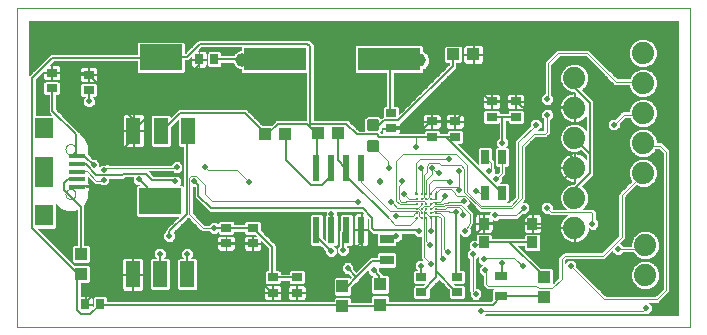
<source format=gtl>
G75*
G70*
%OFA0B0*%
%FSLAX24Y24*%
%IPPOS*%
%LPD*%
%AMOC8*
5,1,8,0,0,1.08239X$1,22.5*
%
%ADD10C,0.0000*%
%ADD11R,0.0480X0.0880*%
%ADD12R,0.1417X0.0866*%
%ADD13C,0.0087*%
%ADD14R,0.0236X0.0866*%
%ADD15R,0.0571X0.0157*%
%ADD16R,0.0591X0.0709*%
%ADD17R,0.0591X0.0984*%
%ADD18R,0.0433X0.0394*%
%ADD19R,0.0394X0.0433*%
%ADD20R,0.0472X0.0315*%
%ADD21R,0.0276X0.0354*%
%ADD22R,0.0354X0.0276*%
%ADD23R,0.2100X0.0760*%
%ADD24C,0.0455*%
%ADD25R,0.0394X0.0315*%
%ADD26R,0.0276X0.0472*%
%ADD27C,0.0118*%
%ADD28R,0.0354X0.0394*%
%ADD29C,0.0740*%
%ADD30C,0.0060*%
%ADD31C,0.0050*%
%ADD32C,0.0200*%
%ADD33C,0.0030*%
D10*
X001213Y000274D02*
X001213Y010904D01*
X023654Y010904D01*
X023654Y000274D01*
X001213Y000274D01*
X002834Y004707D02*
X002836Y004732D01*
X002842Y004757D01*
X002851Y004781D01*
X002864Y004803D01*
X002881Y004823D01*
X002900Y004840D01*
X002921Y004854D01*
X002945Y004864D01*
X002969Y004871D01*
X002995Y004874D01*
X003020Y004873D01*
X003045Y004868D01*
X003069Y004859D01*
X003092Y004847D01*
X003112Y004832D01*
X003130Y004813D01*
X003145Y004792D01*
X003156Y004769D01*
X003164Y004745D01*
X003168Y004720D01*
X003168Y004694D01*
X003164Y004669D01*
X003156Y004645D01*
X003145Y004622D01*
X003130Y004601D01*
X003112Y004582D01*
X003092Y004567D01*
X003069Y004555D01*
X003045Y004546D01*
X003020Y004541D01*
X002995Y004540D01*
X002969Y004543D01*
X002945Y004550D01*
X002921Y004560D01*
X002900Y004574D01*
X002881Y004591D01*
X002864Y004611D01*
X002851Y004633D01*
X002842Y004657D01*
X002836Y004682D01*
X002834Y004707D01*
X002834Y006203D02*
X002836Y006228D01*
X002842Y006253D01*
X002851Y006277D01*
X002864Y006299D01*
X002881Y006319D01*
X002900Y006336D01*
X002921Y006350D01*
X002945Y006360D01*
X002969Y006367D01*
X002995Y006370D01*
X003020Y006369D01*
X003045Y006364D01*
X003069Y006355D01*
X003092Y006343D01*
X003112Y006328D01*
X003130Y006309D01*
X003145Y006288D01*
X003156Y006265D01*
X003164Y006241D01*
X003168Y006216D01*
X003168Y006190D01*
X003164Y006165D01*
X003156Y006141D01*
X003145Y006118D01*
X003130Y006097D01*
X003112Y006078D01*
X003092Y006063D01*
X003069Y006051D01*
X003045Y006042D01*
X003020Y006037D01*
X002995Y006036D01*
X002969Y006039D01*
X002945Y006046D01*
X002921Y006056D01*
X002900Y006070D01*
X002881Y006087D01*
X002864Y006107D01*
X002851Y006129D01*
X002842Y006153D01*
X002836Y006178D01*
X002834Y006203D01*
D11*
X005099Y006818D03*
X006009Y006818D03*
X006919Y006818D03*
X006895Y002027D03*
X005985Y002027D03*
X005075Y002027D03*
D12*
X005985Y004467D03*
X006009Y009258D03*
D13*
X014548Y004695D03*
X014548Y004538D03*
X014706Y004538D03*
X014863Y004538D03*
X014863Y004695D03*
X015020Y004695D03*
X015020Y004538D03*
X015020Y004380D03*
X015020Y004223D03*
X014863Y004223D03*
X014863Y004380D03*
X014706Y004380D03*
X014706Y004223D03*
X014706Y004066D03*
X014863Y004066D03*
X015020Y004066D03*
X015178Y004066D03*
X015178Y004223D03*
X015178Y004380D03*
X015178Y004538D03*
X015178Y004695D03*
X014706Y004695D03*
X014548Y004380D03*
X014548Y004223D03*
X014548Y004066D03*
X014548Y003908D03*
X014706Y003908D03*
X014863Y003908D03*
X015020Y003908D03*
X015178Y003908D03*
D14*
X012692Y003514D03*
X012192Y003514D03*
X011692Y003514D03*
X011192Y003514D03*
X011192Y005562D03*
X011692Y005562D03*
X012192Y005562D03*
X012692Y005562D03*
D15*
X003207Y005455D03*
X003207Y005199D03*
X003207Y004943D03*
X003207Y005711D03*
X003207Y005967D03*
D16*
X002135Y006906D03*
X002135Y004004D03*
D17*
X002135Y005455D03*
D18*
X009493Y006723D03*
X010162Y006723D03*
X011245Y006731D03*
X011914Y006731D03*
X015757Y009361D03*
X016426Y009361D03*
D19*
X003359Y002707D03*
X003359Y002038D03*
X012064Y001629D03*
X012064Y000959D03*
X013320Y001022D03*
X013320Y001692D03*
X018784Y001943D03*
X018784Y001274D03*
D20*
X013536Y002506D03*
X013536Y003215D03*
D21*
X004001Y001030D03*
X003489Y001030D03*
X007284Y009198D03*
X007796Y009198D03*
D22*
X003603Y008688D03*
X003603Y008176D03*
X002371Y008235D03*
X002371Y008747D03*
X008186Y003581D03*
X008186Y003069D03*
X009072Y003069D03*
X009072Y003581D03*
X009741Y001928D03*
X010548Y001928D03*
X010548Y001416D03*
X009741Y001416D03*
X014701Y001429D03*
X014701Y001940D03*
X015892Y001948D03*
X015892Y001437D03*
X015816Y006613D03*
X015048Y006613D03*
X015048Y007125D03*
X015816Y007125D03*
X017036Y007282D03*
X017036Y007794D03*
X017843Y007794D03*
X017843Y007282D03*
X013679Y007413D03*
X013679Y006902D03*
D23*
X013614Y009206D03*
X009814Y009206D03*
D24*
X008725Y009181D03*
X014632Y009162D03*
D25*
X017359Y001991D03*
X017359Y001321D03*
D26*
X017375Y004754D03*
X016824Y004754D03*
X016824Y005936D03*
X017375Y005936D03*
D27*
X013218Y006173D02*
X012942Y006173D01*
X012942Y006449D01*
X013218Y006449D01*
X013218Y006173D01*
X013218Y006290D02*
X012942Y006290D01*
X012942Y006407D02*
X013218Y006407D01*
X013218Y006863D02*
X012942Y006863D01*
X012942Y007139D01*
X013218Y007139D01*
X013218Y006863D01*
X013218Y006980D02*
X012942Y006980D01*
X012942Y007097D02*
X013218Y007097D01*
D28*
X016780Y003723D03*
X016780Y003093D03*
X018394Y003093D03*
X018394Y003723D03*
D29*
X019796Y003581D03*
X019796Y004581D03*
X019796Y005581D03*
X019796Y006581D03*
X019796Y007581D03*
X019796Y008581D03*
X022080Y008408D03*
X022080Y007408D03*
X022080Y006408D03*
X022080Y005408D03*
X022158Y003006D03*
X022158Y002006D03*
X022080Y009408D03*
D30*
X020308Y007754D02*
X019796Y008266D01*
X019796Y008581D01*
X020308Y007754D02*
X020308Y006101D01*
X020288Y006081D01*
X020308Y006062D01*
X020308Y005392D01*
X019796Y004880D01*
X019796Y004581D01*
X019796Y005550D02*
X017985Y003739D01*
X018379Y003739D01*
X018394Y003723D01*
X018536Y003581D01*
X019796Y003581D01*
X018394Y003093D02*
X018379Y003109D01*
X017631Y003109D01*
X018772Y001967D01*
X018784Y001943D01*
X018772Y001298D02*
X017394Y001298D01*
X017359Y001321D01*
X017355Y001298D01*
X017080Y001022D01*
X013320Y001022D01*
X013300Y001022D01*
X013261Y000983D01*
X012080Y000983D01*
X012064Y000959D01*
X012001Y001022D01*
X004009Y001022D01*
X004001Y001030D01*
X003969Y001022D01*
X003654Y000707D01*
X003339Y000707D01*
X003221Y000825D01*
X003221Y001888D01*
X003339Y002006D01*
X003359Y002038D01*
X003300Y002006D01*
X001725Y003581D01*
X001725Y008581D01*
X002394Y009251D01*
X005977Y009251D01*
X006009Y009258D01*
X006017Y009290D01*
X006883Y009290D01*
X007316Y009723D01*
X010898Y009723D01*
X010977Y009644D01*
X010977Y007046D01*
X012198Y007046D01*
X012552Y006692D01*
X013221Y006692D01*
X013300Y006613D01*
X014529Y006613D01*
X015048Y006613D01*
X015505Y006613D01*
X017355Y004762D01*
X017375Y004754D01*
X015855Y004123D02*
X015859Y001967D01*
X015892Y001948D01*
X015859Y001455D02*
X015190Y002125D01*
X015190Y003896D01*
X015178Y003908D01*
X014548Y003908D02*
X014520Y003896D01*
X013615Y003896D02*
X012198Y005314D01*
X012198Y005550D01*
X012192Y005562D01*
X012158Y005589D01*
X011922Y005825D01*
X011922Y006731D01*
X011914Y006731D01*
X011245Y006731D02*
X011213Y006731D01*
X011213Y005589D01*
X011192Y005562D01*
X011686Y005550D02*
X011686Y005314D01*
X011371Y004999D01*
X011017Y004999D01*
X010190Y005825D01*
X010190Y006692D01*
X010162Y006723D01*
X009914Y007046D02*
X010898Y007046D01*
X010957Y006987D01*
X010977Y007006D01*
X010977Y007046D01*
X010957Y006987D02*
X011213Y006731D01*
X009914Y007046D02*
X009599Y006731D01*
X009520Y006731D01*
X009493Y006723D01*
X009481Y006731D01*
X008812Y007400D01*
X006646Y007400D01*
X006095Y006849D01*
X006017Y006849D01*
X006009Y006818D01*
X005269Y007006D02*
X005099Y006818D01*
X005072Y006810D01*
X005072Y006534D01*
X004383Y005845D01*
X004402Y005825D01*
X003772Y005668D02*
X003497Y005943D01*
X003221Y005943D01*
X003207Y005967D01*
X003182Y005983D01*
X003182Y006692D01*
X002394Y007479D01*
X002394Y008227D01*
X002371Y008235D01*
X002394Y008739D02*
X002371Y008747D01*
X002394Y008739D02*
X003536Y008739D01*
X003576Y008699D01*
X003603Y008688D01*
X003615Y008660D01*
X005269Y007006D01*
X007276Y009014D01*
X007276Y009172D01*
X007284Y009198D01*
X007796Y009198D02*
X007828Y009211D01*
X008694Y009211D01*
X008725Y009181D01*
X008733Y009211D01*
X009796Y009211D01*
X009814Y009206D01*
X013614Y009206D02*
X013654Y009132D01*
X014599Y009132D01*
X014632Y009162D01*
X013654Y009132D02*
X013615Y009172D01*
X013614Y009206D01*
X013654Y009132D02*
X013654Y007440D01*
X013679Y007413D01*
X013457Y007164D02*
X013930Y007164D01*
X015741Y008975D01*
X015741Y009329D01*
X015757Y009361D01*
X016426Y009361D02*
X016450Y009329D01*
X016450Y008345D01*
X016745Y008050D01*
X015820Y007125D01*
X015816Y007125D01*
X015048Y007125D01*
X015032Y007125D01*
X014835Y006928D01*
X013694Y006928D01*
X013679Y006902D01*
X013457Y007164D02*
X013300Y007006D01*
X013103Y007006D01*
X013080Y007001D01*
X015505Y006613D02*
X015816Y006613D01*
X017036Y007282D02*
X017394Y007282D01*
X017394Y006416D01*
X017394Y007282D02*
X017843Y007282D01*
X018064Y007597D02*
X017867Y007794D01*
X017843Y007794D01*
X017036Y007794D01*
X017001Y007794D01*
X016745Y008050D01*
X018064Y007597D02*
X019284Y007597D01*
X019284Y006377D01*
X019796Y005865D01*
X019796Y005581D01*
X019796Y005550D01*
X020288Y006081D02*
X019796Y006573D01*
X019796Y006581D01*
X019796Y007581D02*
X019796Y007597D01*
X019284Y007597D01*
X014520Y004762D02*
X014520Y004723D01*
X014548Y004695D01*
X015178Y004695D02*
X015190Y004684D01*
X015181Y004646D01*
X015178Y004538D01*
X016765Y003699D02*
X016780Y003723D01*
X016804Y003739D01*
X017985Y003739D01*
X017631Y003109D02*
X016804Y003109D01*
X016780Y003093D01*
X016765Y003621D02*
X016213Y003069D01*
X016213Y001258D01*
X016135Y001180D01*
X014442Y001180D01*
X013891Y001731D01*
X013891Y002715D01*
X013694Y002912D01*
X012552Y002912D01*
X012532Y002932D01*
X012670Y003069D01*
X012670Y003503D01*
X012692Y003514D01*
X012192Y003514D02*
X012158Y003503D01*
X012080Y003424D01*
X012080Y002833D01*
X011686Y002794D02*
X011213Y003266D01*
X011213Y003503D01*
X011192Y003514D01*
X012532Y002932D02*
X011017Y001416D01*
X010548Y001416D01*
X009741Y001416D01*
X009717Y001416D01*
X009087Y002046D01*
X009087Y003069D01*
X009072Y003069D01*
X008186Y003069D01*
X006410Y003069D01*
X006371Y003030D01*
X004402Y003030D01*
X004402Y002006D01*
X004422Y001987D01*
X003497Y001062D01*
X003489Y001030D01*
X004422Y001987D02*
X004442Y002006D01*
X005072Y002006D01*
X005075Y002027D01*
X005977Y002046D02*
X005985Y002027D01*
X005977Y002046D02*
X005977Y002715D01*
X006292Y003306D02*
X006292Y003463D01*
X006883Y004054D01*
X006883Y006810D01*
X006919Y006818D01*
X005269Y007006D02*
X005111Y006849D01*
X005099Y006818D01*
X003615Y007794D02*
X003615Y008148D01*
X003603Y008176D01*
X003207Y005199D02*
X003182Y005195D01*
X002906Y005195D01*
X002788Y005077D01*
X002788Y004841D01*
X003339Y004290D01*
X003339Y002715D01*
X003359Y002707D01*
X004402Y003030D02*
X004402Y004951D01*
X005269Y005195D02*
X005977Y004487D01*
X005985Y004467D01*
X007788Y003581D02*
X008186Y003581D01*
X009072Y003581D01*
X009087Y003581D01*
X009717Y002951D01*
X009717Y001928D01*
X009741Y001928D01*
X010548Y001928D01*
X012064Y001629D02*
X012080Y001652D01*
X012237Y001652D01*
X012532Y001947D01*
X012237Y002243D01*
X012532Y001947D02*
X013064Y002479D01*
X013536Y002479D01*
X013536Y002506D01*
X013103Y002164D02*
X013300Y001967D01*
X013300Y001692D01*
X013320Y001692D01*
X014678Y001967D02*
X014701Y001940D01*
X014678Y001967D02*
X014678Y002321D01*
X015190Y002125D02*
X015190Y001928D01*
X014717Y001455D01*
X014701Y001429D01*
X015859Y001455D02*
X015892Y001437D01*
X017359Y001991D02*
X017394Y002006D01*
X017394Y002400D01*
X016765Y003621D02*
X016765Y003699D01*
X018772Y001298D02*
X018784Y001274D01*
X011686Y005550D02*
X011692Y005562D01*
X006883Y002715D02*
X006883Y002046D01*
X006895Y002027D01*
X003497Y004959D02*
X003221Y004959D01*
X003207Y004943D01*
D31*
X003497Y004959D02*
X004383Y004959D01*
X004391Y004951D01*
X004402Y004951D01*
X004729Y005341D02*
X003867Y005341D01*
X003513Y005695D01*
X003223Y005695D01*
X003207Y005711D01*
X004729Y005341D02*
X004769Y005380D01*
X005524Y005380D01*
X005721Y005184D01*
X006442Y005184D01*
X006497Y005129D01*
X007135Y005129D02*
X007257Y005006D01*
X007257Y004644D01*
X007687Y004241D01*
X012750Y004241D01*
X013048Y003916D01*
X013048Y003577D01*
X013127Y003499D01*
X014599Y003499D01*
D32*
X014619Y003479D03*
X015013Y003479D03*
X014985Y003003D03*
X015572Y002758D03*
X015423Y002525D03*
X015022Y002371D03*
X014678Y002321D03*
X013103Y002164D03*
X012237Y002243D03*
X012080Y002833D03*
X011686Y002794D03*
X013849Y003295D03*
X013849Y003974D03*
X013681Y004445D03*
X014107Y004707D03*
X014052Y005125D03*
X013603Y005562D03*
X013308Y005125D03*
X013308Y005113D03*
X012580Y004445D03*
X011699Y004046D03*
X008939Y005113D03*
X007474Y005599D03*
X007135Y005129D03*
X006497Y005129D03*
X006540Y005599D03*
X005269Y005195D03*
X004402Y004951D03*
X004104Y005188D03*
X004104Y005492D03*
X003772Y005668D03*
X004402Y005825D03*
X003615Y007794D03*
X007788Y003581D03*
X006883Y002715D03*
X006292Y003306D03*
X005977Y002715D03*
X014680Y005562D03*
X015061Y005565D03*
X015283Y005413D03*
X015640Y005111D03*
X015963Y004825D03*
X016107Y004466D03*
X015855Y004123D03*
X016089Y004016D03*
X016152Y003478D03*
X016473Y002995D03*
X016409Y002703D03*
X016770Y002528D03*
X016818Y002169D03*
X017394Y002400D03*
X018071Y002315D03*
X019673Y002315D03*
X021246Y002871D03*
X020401Y003717D03*
X018875Y004251D03*
X018104Y004251D03*
X017161Y004012D03*
X016532Y004799D03*
X017192Y005218D03*
X016944Y005472D03*
X015957Y005478D03*
X015623Y005865D03*
X014523Y006264D03*
X015479Y004645D03*
X017394Y006416D03*
X018511Y007021D03*
X018893Y007354D03*
X018893Y007875D03*
X021109Y007021D03*
X022185Y001971D03*
X022185Y000917D03*
X016678Y000810D03*
X016502Y001385D03*
D33*
X016409Y001478D01*
X016409Y002703D01*
X016270Y002839D02*
X015982Y002839D01*
X015983Y002811D02*
X016241Y002811D01*
X016214Y002784D02*
X016214Y002622D01*
X016299Y002537D01*
X016299Y001433D01*
X016307Y001425D01*
X016307Y001304D01*
X016421Y001190D01*
X016583Y001190D01*
X016697Y001304D01*
X016697Y001466D01*
X016583Y001580D01*
X016519Y001580D01*
X016519Y002537D01*
X016575Y002593D01*
X016575Y002447D01*
X016689Y002333D01*
X016706Y002333D01*
X016623Y002250D01*
X016623Y002088D01*
X016737Y001974D01*
X016754Y001974D01*
X016754Y001657D01*
X016814Y001597D01*
X016878Y001532D01*
X017081Y001532D01*
X017067Y001518D01*
X017067Y001187D01*
X017028Y001147D01*
X013612Y001147D01*
X013612Y001278D01*
X013556Y001334D01*
X013083Y001334D01*
X013028Y001278D01*
X013028Y001108D01*
X012356Y001108D01*
X012356Y001215D01*
X012300Y001271D01*
X011828Y001271D01*
X011772Y001215D01*
X011772Y001147D01*
X004234Y001147D01*
X004234Y001247D01*
X004178Y001302D01*
X003824Y001302D01*
X003768Y001247D01*
X003768Y000998D01*
X003742Y000971D01*
X003742Y001015D01*
X003504Y001015D01*
X003504Y001045D01*
X003742Y001045D01*
X003742Y001222D01*
X003734Y001252D01*
X003719Y001278D01*
X003697Y001299D01*
X003671Y001314D01*
X003642Y001322D01*
X003504Y001322D01*
X003504Y001045D01*
X003474Y001045D01*
X003474Y001322D01*
X003346Y001322D01*
X003346Y001726D01*
X003595Y001726D01*
X003651Y001782D01*
X003651Y002294D01*
X003595Y002349D01*
X003134Y002349D01*
X001928Y003555D01*
X002469Y003555D01*
X002525Y003611D01*
X002525Y004360D01*
X002671Y004214D01*
X002885Y004125D01*
X003117Y004125D01*
X003214Y004165D01*
X003214Y003019D01*
X003123Y003019D01*
X003067Y002963D01*
X003067Y002451D01*
X003123Y002396D01*
X003595Y002396D01*
X003651Y002451D01*
X003651Y002963D01*
X003595Y003019D01*
X003464Y003019D01*
X003464Y004342D01*
X003462Y004345D01*
X003494Y004377D01*
X003583Y004591D01*
X003583Y004792D01*
X003585Y004794D01*
X003600Y004820D01*
X003608Y004850D01*
X003608Y004928D01*
X003539Y004928D01*
X003527Y004958D01*
X003608Y004958D01*
X003608Y005037D01*
X003600Y005067D01*
X003588Y005088D01*
X003588Y005271D01*
X003820Y005039D01*
X003977Y005039D01*
X004024Y004993D01*
X004185Y004993D01*
X004299Y005107D01*
X004299Y005221D01*
X004779Y005221D01*
X004818Y005260D01*
X005074Y005260D01*
X005074Y005115D01*
X005188Y005000D01*
X005287Y005000D01*
X005292Y004995D01*
X005237Y004995D01*
X005181Y004939D01*
X005181Y003994D01*
X005237Y003939D01*
X006591Y003939D01*
X006167Y003515D01*
X006167Y003456D01*
X006097Y003386D01*
X006097Y003225D01*
X006211Y003111D01*
X006373Y003111D01*
X006487Y003225D01*
X006487Y003386D01*
X006440Y003434D01*
X006921Y003915D01*
X007301Y003536D01*
X007365Y003471D01*
X007622Y003471D01*
X007707Y003386D01*
X007869Y003386D01*
X007914Y003431D01*
X007914Y003404D01*
X007969Y003348D01*
X008402Y003348D01*
X008458Y003404D01*
X008458Y003456D01*
X008799Y003456D01*
X008799Y003404D01*
X008855Y003348D01*
X009143Y003348D01*
X009170Y003322D01*
X009087Y003322D01*
X009087Y003084D01*
X009364Y003084D01*
X009364Y003128D01*
X009592Y002900D01*
X009592Y002161D01*
X009524Y002161D01*
X009469Y002105D01*
X009469Y001751D01*
X009524Y001695D01*
X009957Y001695D01*
X010013Y001751D01*
X010013Y001803D01*
X010276Y001803D01*
X010276Y001751D01*
X010332Y001695D01*
X010765Y001695D01*
X010820Y001751D01*
X010820Y002105D01*
X010765Y002161D01*
X010332Y002161D01*
X010276Y002105D01*
X010276Y002053D01*
X010013Y002053D01*
X010013Y002105D01*
X009957Y002161D01*
X009842Y002161D01*
X009842Y003003D01*
X009344Y003502D01*
X009344Y003758D01*
X009288Y003814D01*
X008855Y003814D01*
X008799Y003758D01*
X008799Y003706D01*
X008458Y003706D01*
X008458Y003758D01*
X008402Y003814D01*
X007969Y003814D01*
X007914Y003758D01*
X007914Y003732D01*
X007869Y003776D01*
X007707Y003776D01*
X007622Y003691D01*
X007457Y003691D01*
X007077Y004071D01*
X007077Y004934D01*
X007137Y004934D01*
X007137Y004692D01*
X007135Y004690D01*
X007137Y004642D01*
X007137Y004595D01*
X007138Y004593D01*
X007138Y004591D01*
X007173Y004558D01*
X007207Y004524D01*
X007209Y004524D01*
X007603Y004155D01*
X007637Y004121D01*
X007639Y004121D01*
X007641Y004119D01*
X007689Y004121D01*
X011504Y004121D01*
X011504Y004012D01*
X011479Y003987D01*
X011479Y003178D01*
X011405Y003252D01*
X011405Y003987D01*
X011349Y004042D01*
X011034Y004042D01*
X010979Y003987D01*
X010979Y003042D01*
X011034Y002986D01*
X011317Y002986D01*
X011491Y002812D01*
X011491Y002713D01*
X011605Y002599D01*
X011767Y002599D01*
X011881Y002713D01*
X011881Y002875D01*
X011769Y002986D01*
X011849Y002986D01*
X011905Y003042D01*
X011905Y003987D01*
X011894Y003997D01*
X011894Y004121D01*
X012697Y004121D01*
X012750Y004062D01*
X012707Y004062D01*
X012707Y003529D01*
X012925Y003529D01*
X012925Y003873D01*
X012928Y003869D01*
X012928Y003528D01*
X012998Y003457D01*
X013077Y003379D01*
X013205Y003379D01*
X013205Y003018D01*
X013261Y002963D01*
X013812Y002963D01*
X013867Y003018D01*
X013867Y003100D01*
X013930Y003100D01*
X014044Y003214D01*
X014044Y003376D01*
X014041Y003379D01*
X014443Y003379D01*
X014538Y003284D01*
X014680Y003284D01*
X014680Y002557D01*
X014721Y002516D01*
X014597Y002516D01*
X014483Y002402D01*
X014483Y002241D01*
X013298Y002241D01*
X013298Y002245D02*
X013289Y002254D01*
X013812Y002254D01*
X013867Y002310D01*
X013867Y002703D01*
X013812Y002759D01*
X013261Y002759D01*
X013205Y002703D01*
X013205Y002604D01*
X013012Y002604D01*
X012939Y002531D01*
X012532Y002124D01*
X012432Y002224D01*
X012432Y002323D01*
X012318Y002438D01*
X012156Y002438D01*
X012042Y002323D01*
X012042Y002162D01*
X012156Y002048D01*
X012255Y002048D01*
X012356Y001947D01*
X012324Y001916D01*
X012300Y001940D01*
X011828Y001940D01*
X011772Y001884D01*
X011772Y001373D01*
X011828Y001317D01*
X012300Y001317D01*
X012356Y001373D01*
X012356Y001594D01*
X012584Y001822D01*
X012657Y001896D01*
X012908Y002146D01*
X012908Y002083D01*
X013022Y001969D01*
X013049Y001969D01*
X013028Y001947D01*
X013028Y001436D01*
X013083Y001380D01*
X013556Y001380D01*
X013612Y001436D01*
X013612Y001947D01*
X013556Y002003D01*
X013425Y002003D01*
X013425Y002019D01*
X013298Y002146D01*
X013298Y002245D01*
X013298Y002212D02*
X014511Y002212D01*
X014483Y002241D02*
X014550Y002173D01*
X014485Y002173D01*
X014429Y002118D01*
X014429Y001763D01*
X014485Y001708D01*
X014793Y001708D01*
X014747Y001661D01*
X014485Y001661D01*
X014429Y001606D01*
X014429Y001251D01*
X014485Y001196D01*
X014918Y001196D01*
X014973Y001251D01*
X014973Y001535D01*
X015288Y001849D01*
X015620Y001518D01*
X015620Y001259D01*
X015675Y001204D01*
X016108Y001204D01*
X016164Y001259D01*
X016164Y001614D01*
X016108Y001669D01*
X015822Y001669D01*
X015776Y001716D01*
X016108Y001716D01*
X016164Y001771D01*
X016164Y002126D01*
X016108Y002181D01*
X015984Y002181D01*
X015981Y003373D01*
X016072Y003283D01*
X016233Y003283D01*
X016347Y003397D01*
X016347Y003559D01*
X016331Y003575D01*
X016393Y003689D01*
X016414Y003710D01*
X016414Y003727D01*
X016423Y003742D01*
X016414Y003771D01*
X016414Y004036D01*
X016416Y004080D01*
X016414Y004081D01*
X016414Y004083D01*
X016383Y004114D01*
X016212Y004295D01*
X016302Y004386D01*
X016302Y004443D01*
X016564Y004181D01*
X016629Y004116D01*
X016989Y004116D01*
X016966Y004093D01*
X016966Y004035D01*
X016795Y004035D01*
X016795Y003738D01*
X016765Y003738D01*
X016765Y003708D01*
X016488Y003708D01*
X016488Y003511D01*
X016496Y003482D01*
X016511Y003456D01*
X016533Y003434D01*
X016559Y003419D01*
X016588Y003411D01*
X016765Y003411D01*
X016765Y003708D01*
X016795Y003708D01*
X016795Y003411D01*
X016973Y003411D01*
X017002Y003419D01*
X017028Y003434D01*
X017050Y003456D01*
X017065Y003482D01*
X017072Y003511D01*
X017072Y003708D01*
X016795Y003708D01*
X016795Y003738D01*
X017072Y003738D01*
X017072Y003826D01*
X017081Y003817D01*
X017242Y003817D01*
X017316Y003891D01*
X017900Y003891D01*
X017965Y003955D01*
X017965Y003955D01*
X018065Y004056D01*
X018185Y004056D01*
X018299Y004170D01*
X018299Y004331D01*
X018185Y004446D01*
X018084Y004446D01*
X018087Y004449D01*
X018152Y004513D01*
X018152Y006278D01*
X018488Y006614D01*
X018854Y006614D01*
X018918Y006679D01*
X018920Y006681D01*
X018920Y006681D01*
X018985Y006745D01*
X018985Y007170D01*
X019088Y007273D01*
X019088Y007434D01*
X018974Y007549D01*
X018812Y007549D01*
X018698Y007434D01*
X018698Y007273D01*
X018765Y007206D01*
X018765Y006836D01*
X018763Y006834D01*
X018600Y006834D01*
X018706Y006940D01*
X018706Y007101D01*
X018591Y007216D01*
X018430Y007216D01*
X018316Y007101D01*
X018316Y006981D01*
X017825Y006491D01*
X017825Y004625D01*
X017625Y004425D01*
X017553Y004425D01*
X017608Y004479D01*
X017608Y005030D01*
X017552Y005086D01*
X017335Y005086D01*
X017387Y005138D01*
X017387Y005258D01*
X017426Y005297D01*
X017490Y005361D01*
X017490Y005604D01*
X017825Y005604D01*
X017825Y005632D02*
X017580Y005632D01*
X017608Y005660D02*
X017608Y006211D01*
X017552Y006267D01*
X017521Y006267D01*
X017589Y006335D01*
X017589Y006497D01*
X017519Y006567D01*
X017519Y007157D01*
X017571Y007157D01*
X017571Y007105D01*
X017627Y007049D01*
X018060Y007049D01*
X018115Y007105D01*
X018115Y007459D01*
X018060Y007515D01*
X017627Y007515D01*
X017571Y007459D01*
X017571Y007407D01*
X017308Y007407D01*
X017308Y007459D01*
X017253Y007515D01*
X016820Y007515D01*
X016764Y007459D01*
X016764Y007105D01*
X016820Y007049D01*
X017253Y007049D01*
X017269Y007066D01*
X017269Y006567D01*
X017199Y006497D01*
X017199Y006335D01*
X017268Y006267D01*
X017198Y006267D01*
X017142Y006211D01*
X017142Y005660D01*
X017198Y005604D01*
X017270Y005604D01*
X017116Y005604D01*
X017116Y005577D02*
X017116Y005799D01*
X017056Y005858D01*
X017056Y006211D01*
X017001Y006267D01*
X016646Y006267D01*
X016591Y006211D01*
X016591Y005703D01*
X015914Y006380D01*
X016032Y006380D01*
X016088Y006436D01*
X016088Y006790D01*
X016032Y006846D01*
X015599Y006846D01*
X015544Y006790D01*
X015544Y006738D01*
X015320Y006738D01*
X015320Y006790D01*
X015265Y006846D01*
X014832Y006846D01*
X014776Y006790D01*
X014776Y006738D01*
X013968Y006738D01*
X013971Y006749D01*
X013971Y006887D01*
X013694Y006887D01*
X013694Y006917D01*
X013694Y007039D01*
X013664Y007039D01*
X013664Y006917D01*
X013694Y006917D01*
X013971Y006917D01*
X013971Y007039D01*
X013982Y007039D01*
X015793Y008850D01*
X015866Y008923D01*
X015866Y009069D01*
X016013Y009069D01*
X016068Y009125D01*
X016068Y009597D01*
X016013Y009653D01*
X015501Y009653D01*
X015445Y009597D01*
X015445Y009125D01*
X015501Y009069D01*
X015616Y009069D01*
X015616Y009027D01*
X013951Y007362D01*
X013951Y007591D01*
X013896Y007646D01*
X013779Y007646D01*
X013779Y008731D01*
X014703Y008731D01*
X014759Y008786D01*
X014759Y008865D01*
X014815Y008889D01*
X014906Y008979D01*
X014955Y009098D01*
X014955Y009226D01*
X014906Y009345D01*
X014815Y009435D01*
X014759Y009458D01*
X014759Y009625D01*
X014703Y009681D01*
X012525Y009681D01*
X012469Y009625D01*
X012469Y008786D01*
X012525Y008731D01*
X013529Y008731D01*
X013529Y007646D01*
X013462Y007646D01*
X013407Y007591D01*
X013407Y007289D01*
X013406Y007289D01*
X013346Y007229D01*
X013281Y007293D01*
X012878Y007293D01*
X012788Y007203D01*
X012788Y006817D01*
X012604Y006817D01*
X012323Y007098D01*
X012249Y007171D01*
X011102Y007171D01*
X011102Y009696D01*
X011029Y009769D01*
X010950Y009848D01*
X007264Y009848D01*
X007191Y009775D01*
X006831Y009415D01*
X006812Y009415D01*
X006812Y009730D01*
X006757Y009786D01*
X005261Y009786D01*
X005205Y009730D01*
X005205Y009376D01*
X002343Y009376D01*
X002269Y009302D01*
X001628Y008661D01*
X001628Y010489D01*
X023239Y010489D01*
X023239Y000689D01*
X016833Y000689D01*
X016843Y000700D01*
X022123Y000700D01*
X022146Y000722D01*
X022266Y000722D01*
X022380Y000837D01*
X022380Y000998D01*
X022294Y001085D01*
X022587Y001085D01*
X022898Y001396D01*
X022963Y001461D01*
X022963Y006168D01*
X022767Y006364D01*
X022703Y006428D01*
X022545Y006428D01*
X022545Y006501D01*
X022474Y006671D01*
X022343Y006802D01*
X022172Y006873D01*
X021987Y006873D01*
X021816Y006802D01*
X021685Y006671D01*
X021615Y006501D01*
X021615Y006316D01*
X020433Y006316D01*
X020433Y006288D02*
X021626Y006288D01*
X021615Y006316D02*
X021685Y006145D01*
X020433Y006145D01*
X020433Y006117D02*
X021713Y006117D01*
X021685Y006145D02*
X021816Y006014D01*
X021987Y005943D01*
X022172Y005943D01*
X022343Y006014D01*
X022474Y006145D01*
X022675Y006145D01*
X022703Y006117D02*
X022446Y006117D01*
X022474Y006145D02*
X022500Y006208D01*
X022612Y006208D01*
X022743Y006077D01*
X022743Y001552D01*
X022496Y001305D01*
X020839Y001305D01*
X019868Y002276D01*
X019868Y002396D01*
X019754Y002510D01*
X019592Y002510D01*
X019486Y002404D01*
X019486Y002492D01*
X019542Y002547D01*
X020798Y002547D01*
X021051Y002800D01*
X021051Y002791D01*
X021166Y002676D01*
X021327Y002676D01*
X021412Y002761D01*
X021756Y002761D01*
X021764Y002743D01*
X021895Y002612D01*
X022066Y002541D01*
X022251Y002541D01*
X022422Y002612D01*
X022552Y002743D01*
X022623Y002914D01*
X022623Y003099D01*
X022552Y003270D01*
X022422Y003401D01*
X022251Y003471D01*
X022066Y003471D01*
X021895Y003401D01*
X021764Y003270D01*
X021693Y003099D01*
X021693Y002981D01*
X021412Y002981D01*
X021327Y003066D01*
X021317Y003066D01*
X021420Y003169D01*
X021484Y003233D01*
X021484Y004617D01*
X021862Y004995D01*
X021987Y004943D01*
X022172Y004943D01*
X022343Y005014D01*
X022474Y005145D01*
X022545Y005316D01*
X022545Y005501D01*
X022474Y005671D01*
X022343Y005802D01*
X022172Y005873D01*
X021987Y005873D01*
X021816Y005802D01*
X021685Y005671D01*
X021615Y005501D01*
X021615Y005316D01*
X021685Y005145D01*
X021693Y005137D01*
X021264Y004708D01*
X021264Y003324D01*
X020208Y003324D01*
X020211Y003327D02*
X020246Y003395D01*
X020269Y003468D01*
X020281Y003543D01*
X020281Y003561D01*
X020320Y003522D01*
X020482Y003522D01*
X020596Y003636D01*
X020596Y003798D01*
X020511Y003883D01*
X020511Y004114D01*
X020446Y004178D01*
X020413Y004212D01*
X020084Y004212D01*
X020190Y004318D01*
X020261Y004489D01*
X020261Y004674D01*
X020190Y004845D01*
X020064Y004971D01*
X020360Y005267D01*
X020433Y005341D01*
X020433Y007806D01*
X020360Y007879D01*
X020054Y008185D01*
X020059Y008187D01*
X020190Y008318D01*
X020261Y008489D01*
X020261Y008674D01*
X020190Y008845D01*
X020059Y008975D01*
X019889Y009046D01*
X019704Y009046D01*
X019533Y008975D01*
X019402Y008845D01*
X019331Y008674D01*
X019331Y008489D01*
X019402Y008318D01*
X019533Y008187D01*
X019704Y008116D01*
X019769Y008116D01*
X019819Y008066D01*
X019811Y008066D01*
X019811Y007596D01*
X019781Y007596D01*
X019781Y007566D01*
X019811Y007566D01*
X019811Y007096D01*
X019834Y007096D01*
X019910Y007108D01*
X019982Y007132D01*
X020050Y007166D01*
X020112Y007211D01*
X020166Y007265D01*
X020183Y007289D01*
X020183Y006852D01*
X020059Y006975D01*
X019889Y007046D01*
X019704Y007046D01*
X019533Y006975D01*
X019402Y006845D01*
X019331Y006674D01*
X019331Y006489D01*
X019402Y006318D01*
X019533Y006187D01*
X019704Y006116D01*
X019889Y006116D01*
X020021Y006171D01*
X020163Y006029D01*
X020183Y006010D01*
X020183Y005874D01*
X020166Y005897D01*
X020112Y005951D01*
X020050Y005996D01*
X019982Y006031D01*
X019910Y006054D01*
X019834Y006066D01*
X019811Y006066D01*
X019811Y005596D01*
X019781Y005596D01*
X019781Y005566D01*
X019811Y005566D01*
X019811Y005096D01*
X019834Y005096D01*
X019835Y005096D01*
X019785Y005046D01*
X019704Y005046D01*
X019533Y004975D01*
X019402Y004845D01*
X019331Y004674D01*
X019331Y004489D01*
X019402Y004318D01*
X019508Y004212D01*
X019070Y004212D01*
X019070Y004331D01*
X018956Y004446D01*
X018794Y004446D01*
X018680Y004331D01*
X018680Y004170D01*
X018794Y004056D01*
X018914Y004056D01*
X018978Y003992D01*
X019536Y003992D01*
X019480Y003951D01*
X019426Y003897D01*
X019381Y003835D01*
X019347Y003767D01*
X019323Y003695D01*
X019311Y003619D01*
X019311Y003596D01*
X019781Y003596D01*
X019781Y003566D01*
X019811Y003566D01*
X019811Y003096D01*
X019834Y003096D01*
X019910Y003108D01*
X019982Y003132D01*
X020050Y003166D01*
X020112Y003211D01*
X020166Y003265D01*
X020211Y003327D01*
X020224Y003352D02*
X021264Y003352D01*
X021264Y003324D02*
X020707Y002767D01*
X019450Y002767D01*
X019386Y002703D01*
X019266Y002583D01*
X019266Y001917D01*
X019076Y001727D01*
X019076Y002199D01*
X019020Y002255D01*
X018661Y002255D01*
X017932Y002984D01*
X018122Y002984D01*
X018122Y002857D01*
X018178Y002801D01*
X018611Y002801D01*
X018667Y002857D01*
X018667Y003329D01*
X018611Y003385D01*
X018178Y003385D01*
X018122Y003329D01*
X018122Y003234D01*
X017052Y003234D01*
X017052Y003329D01*
X016997Y003385D01*
X016564Y003385D01*
X016508Y003329D01*
X016508Y003190D01*
X016392Y003190D01*
X016278Y003075D01*
X016278Y002914D01*
X016311Y002881D01*
X016214Y002784D01*
X016214Y002782D02*
X015983Y002782D01*
X015983Y002754D02*
X016214Y002754D01*
X016214Y002725D02*
X015983Y002725D01*
X015983Y002697D02*
X016214Y002697D01*
X016214Y002668D02*
X015983Y002668D01*
X015983Y002640D02*
X016214Y002640D01*
X016225Y002611D02*
X015983Y002611D01*
X015983Y002583D02*
X016254Y002583D01*
X016282Y002554D02*
X015983Y002554D01*
X015983Y002526D02*
X016299Y002526D01*
X016299Y002497D02*
X015983Y002497D01*
X015983Y002469D02*
X016299Y002469D01*
X016299Y002440D02*
X015983Y002440D01*
X015983Y002412D02*
X016299Y002412D01*
X016299Y002383D02*
X015983Y002383D01*
X015983Y002355D02*
X016299Y002355D01*
X016299Y002326D02*
X015983Y002326D01*
X015983Y002298D02*
X016299Y002298D01*
X016299Y002269D02*
X015984Y002269D01*
X015984Y002241D02*
X016299Y002241D01*
X016299Y002212D02*
X015984Y002212D01*
X015984Y002184D02*
X016299Y002184D01*
X016299Y002155D02*
X016134Y002155D01*
X016163Y002127D02*
X016299Y002127D01*
X016299Y002098D02*
X016164Y002098D01*
X016164Y002070D02*
X016299Y002070D01*
X016299Y002041D02*
X016164Y002041D01*
X016164Y002013D02*
X016299Y002013D01*
X016299Y001984D02*
X016164Y001984D01*
X016164Y001956D02*
X016299Y001956D01*
X016299Y001927D02*
X016164Y001927D01*
X016164Y001899D02*
X016299Y001899D01*
X016299Y001870D02*
X016164Y001870D01*
X016164Y001842D02*
X016299Y001842D01*
X016299Y001813D02*
X016164Y001813D01*
X016164Y001785D02*
X016299Y001785D01*
X016299Y001756D02*
X016149Y001756D01*
X016121Y001728D02*
X016299Y001728D01*
X016299Y001699D02*
X015792Y001699D01*
X015820Y001671D02*
X016299Y001671D01*
X016299Y001642D02*
X016136Y001642D01*
X016164Y001614D02*
X016299Y001614D01*
X016299Y001585D02*
X016164Y001585D01*
X016164Y001557D02*
X016299Y001557D01*
X016299Y001528D02*
X016164Y001528D01*
X016164Y001500D02*
X016299Y001500D01*
X016299Y001471D02*
X016164Y001471D01*
X016164Y001443D02*
X016299Y001443D01*
X016307Y001414D02*
X016164Y001414D01*
X016164Y001386D02*
X016307Y001386D01*
X016307Y001357D02*
X016164Y001357D01*
X016164Y001329D02*
X016307Y001329D01*
X016311Y001300D02*
X016164Y001300D01*
X016164Y001272D02*
X016340Y001272D01*
X016368Y001243D02*
X016148Y001243D01*
X016119Y001215D02*
X016397Y001215D01*
X016607Y001215D02*
X017067Y001215D01*
X017067Y001243D02*
X016636Y001243D01*
X016664Y001272D02*
X017067Y001272D01*
X017067Y001300D02*
X016693Y001300D01*
X016697Y001329D02*
X017067Y001329D01*
X017067Y001357D02*
X016697Y001357D01*
X016697Y001386D02*
X017067Y001386D01*
X017067Y001414D02*
X016697Y001414D01*
X016697Y001443D02*
X017067Y001443D01*
X017067Y001471D02*
X016692Y001471D01*
X016663Y001500D02*
X017067Y001500D01*
X017077Y001528D02*
X016635Y001528D01*
X016606Y001557D02*
X016854Y001557D01*
X016826Y001585D02*
X016519Y001585D01*
X016519Y001614D02*
X016797Y001614D01*
X016769Y001642D02*
X016519Y001642D01*
X016519Y001671D02*
X016754Y001671D01*
X016754Y001699D02*
X016519Y001699D01*
X016519Y001728D02*
X016754Y001728D01*
X016754Y001756D02*
X016519Y001756D01*
X016519Y001785D02*
X016754Y001785D01*
X016754Y001813D02*
X016519Y001813D01*
X016519Y001842D02*
X016754Y001842D01*
X016754Y001870D02*
X016519Y001870D01*
X016519Y001899D02*
X016754Y001899D01*
X016754Y001927D02*
X016519Y001927D01*
X016519Y001956D02*
X016754Y001956D01*
X016727Y001984D02*
X016519Y001984D01*
X016519Y002013D02*
X016698Y002013D01*
X016670Y002041D02*
X016519Y002041D01*
X016519Y002070D02*
X016641Y002070D01*
X016623Y002098D02*
X016519Y002098D01*
X016519Y002127D02*
X016623Y002127D01*
X016623Y002155D02*
X016519Y002155D01*
X016519Y002184D02*
X016623Y002184D01*
X016623Y002212D02*
X016519Y002212D01*
X016519Y002241D02*
X016623Y002241D01*
X016642Y002269D02*
X016519Y002269D01*
X016519Y002298D02*
X016671Y002298D01*
X016699Y002326D02*
X016519Y002326D01*
X016519Y002355D02*
X016667Y002355D01*
X016639Y002383D02*
X016519Y002383D01*
X016519Y002412D02*
X016610Y002412D01*
X016582Y002440D02*
X016519Y002440D01*
X016519Y002469D02*
X016575Y002469D01*
X016575Y002497D02*
X016519Y002497D01*
X016519Y002526D02*
X016575Y002526D01*
X016575Y002554D02*
X016536Y002554D01*
X016565Y002583D02*
X016575Y002583D01*
X016770Y002528D02*
X016829Y002587D01*
X017799Y002587D01*
X018071Y002315D01*
X018419Y002497D02*
X019266Y002497D01*
X019266Y002469D02*
X018448Y002469D01*
X018476Y002440D02*
X019266Y002440D01*
X019266Y002412D02*
X018505Y002412D01*
X018533Y002383D02*
X019266Y002383D01*
X019266Y002355D02*
X018562Y002355D01*
X018590Y002326D02*
X019266Y002326D01*
X019266Y002298D02*
X018619Y002298D01*
X018647Y002269D02*
X019266Y002269D01*
X019266Y002241D02*
X019035Y002241D01*
X019063Y002212D02*
X019266Y002212D01*
X019266Y002184D02*
X019076Y002184D01*
X019076Y002155D02*
X019266Y002155D01*
X019266Y002127D02*
X019076Y002127D01*
X019076Y002098D02*
X019266Y002098D01*
X019266Y002070D02*
X019076Y002070D01*
X019076Y002041D02*
X019266Y002041D01*
X019266Y002013D02*
X019076Y002013D01*
X019076Y001984D02*
X019266Y001984D01*
X019266Y001956D02*
X019076Y001956D01*
X019076Y001927D02*
X019266Y001927D01*
X019248Y001899D02*
X019076Y001899D01*
X019076Y001870D02*
X019219Y001870D01*
X019191Y001842D02*
X019076Y001842D01*
X019076Y001813D02*
X019162Y001813D01*
X019134Y001785D02*
X019076Y001785D01*
X019076Y001756D02*
X019105Y001756D01*
X019077Y001728D02*
X019076Y001728D01*
X019063Y001559D02*
X018618Y001559D01*
X018534Y001642D01*
X016924Y001642D01*
X016864Y001703D01*
X016864Y002123D01*
X016818Y002169D01*
X018106Y002811D02*
X018168Y002811D01*
X018140Y002839D02*
X018077Y002839D01*
X018049Y002868D02*
X018122Y002868D01*
X018122Y002896D02*
X018020Y002896D01*
X017992Y002925D02*
X018122Y002925D01*
X018122Y002953D02*
X017963Y002953D01*
X017935Y002982D02*
X018122Y002982D01*
X018134Y002782D02*
X020722Y002782D01*
X020751Y002811D02*
X018620Y002811D01*
X018649Y002839D02*
X020779Y002839D01*
X020808Y002868D02*
X018667Y002868D01*
X018667Y002896D02*
X020836Y002896D01*
X020865Y002925D02*
X018667Y002925D01*
X018667Y002953D02*
X020893Y002953D01*
X020922Y002982D02*
X018667Y002982D01*
X018667Y003010D02*
X020950Y003010D01*
X020979Y003039D02*
X018667Y003039D01*
X018667Y003067D02*
X021007Y003067D01*
X021036Y003096D02*
X018667Y003096D01*
X018667Y003124D02*
X019633Y003124D01*
X019610Y003132D02*
X019682Y003108D01*
X019758Y003096D01*
X019781Y003096D01*
X019781Y003566D01*
X019311Y003566D01*
X019311Y003543D01*
X019323Y003468D01*
X019347Y003395D01*
X019381Y003327D01*
X019426Y003265D01*
X019480Y003211D01*
X019542Y003166D01*
X019610Y003132D01*
X019569Y003153D02*
X018667Y003153D01*
X018667Y003181D02*
X019522Y003181D01*
X019482Y003210D02*
X018667Y003210D01*
X018667Y003238D02*
X019453Y003238D01*
X019425Y003267D02*
X018667Y003267D01*
X018667Y003295D02*
X019404Y003295D01*
X019384Y003324D02*
X018667Y003324D01*
X018644Y003352D02*
X019368Y003352D01*
X019354Y003381D02*
X018615Y003381D01*
X018616Y003419D02*
X018642Y003434D01*
X018664Y003456D01*
X018679Y003482D01*
X018687Y003511D01*
X018687Y003708D01*
X018409Y003708D01*
X018409Y003411D01*
X018587Y003411D01*
X018616Y003419D01*
X018646Y003438D02*
X019333Y003438D01*
X019323Y003466D02*
X018670Y003466D01*
X018682Y003495D02*
X019319Y003495D01*
X019314Y003523D02*
X018687Y003523D01*
X018687Y003552D02*
X019311Y003552D01*
X019311Y003609D02*
X018687Y003609D01*
X018687Y003637D02*
X019314Y003637D01*
X019318Y003666D02*
X018687Y003666D01*
X018687Y003694D02*
X019323Y003694D01*
X019332Y003723D02*
X018409Y003723D01*
X018409Y003738D02*
X018687Y003738D01*
X018687Y003935D01*
X018679Y003964D01*
X018664Y003990D01*
X018642Y004012D01*
X018616Y004027D01*
X018587Y004035D01*
X018409Y004035D01*
X018409Y003738D01*
X018379Y003738D01*
X018379Y003708D01*
X018102Y003708D01*
X018102Y003511D01*
X018110Y003482D01*
X018125Y003456D01*
X018147Y003434D01*
X018173Y003419D01*
X018202Y003411D01*
X018379Y003411D01*
X018379Y003708D01*
X018409Y003708D01*
X018409Y003738D01*
X018409Y003751D02*
X018379Y003751D01*
X018379Y003738D02*
X018379Y004035D01*
X018202Y004035D01*
X018173Y004027D01*
X018147Y004012D01*
X018125Y003990D01*
X018110Y003964D01*
X018102Y003935D01*
X018102Y003738D01*
X018379Y003738D01*
X018379Y003723D02*
X016795Y003723D01*
X016780Y003723D02*
X016630Y003886D01*
X016633Y004155D01*
X016149Y004651D01*
X016145Y004655D01*
X016145Y004657D01*
X016140Y004651D01*
X015883Y004651D01*
X015815Y004720D01*
X015815Y004746D01*
X015689Y004872D01*
X015303Y004872D01*
X015242Y004811D01*
X015241Y004811D01*
X015181Y004751D01*
X015181Y004646D01*
X015185Y004635D02*
X015171Y004635D01*
X015171Y004663D02*
X015185Y004663D01*
X015185Y004689D02*
X015185Y004566D01*
X015177Y004566D01*
X015171Y004587D01*
X015171Y004689D01*
X015185Y004689D01*
X015185Y004702D02*
X015185Y004796D01*
X015171Y004782D01*
X015171Y004702D01*
X015185Y004702D01*
X015185Y004720D02*
X015171Y004720D01*
X015171Y004749D02*
X015185Y004749D01*
X015185Y004777D02*
X015171Y004777D01*
X015020Y004787D02*
X015020Y004695D01*
X015020Y004787D02*
X015177Y004944D01*
X015910Y004944D01*
X015947Y004981D01*
X015947Y005427D01*
X015957Y005478D01*
X016120Y005553D02*
X016120Y004780D01*
X016674Y004226D01*
X017709Y004226D01*
X018042Y004559D01*
X018042Y006323D01*
X018443Y006724D01*
X018808Y006724D01*
X018875Y006791D01*
X018875Y007292D01*
X018915Y007332D01*
X018915Y007332D01*
X018915Y007331D01*
X018893Y007354D01*
X019038Y007485D02*
X019320Y007485D01*
X019323Y007468D02*
X019347Y007395D01*
X019381Y007327D01*
X019426Y007265D01*
X019480Y007211D01*
X019542Y007166D01*
X019610Y007132D01*
X019682Y007108D01*
X019758Y007096D01*
X019781Y007096D01*
X019781Y007566D01*
X019311Y007566D01*
X019311Y007543D01*
X019323Y007468D01*
X019327Y007456D02*
X019066Y007456D01*
X019088Y007428D02*
X019336Y007428D01*
X019345Y007399D02*
X019088Y007399D01*
X019088Y007371D02*
X019359Y007371D01*
X019374Y007342D02*
X019088Y007342D01*
X019088Y007314D02*
X019391Y007314D01*
X019412Y007285D02*
X019088Y007285D01*
X019072Y007257D02*
X019435Y007257D01*
X019463Y007228D02*
X019043Y007228D01*
X019015Y007200D02*
X019496Y007200D01*
X019535Y007171D02*
X018986Y007171D01*
X018985Y007143D02*
X019588Y007143D01*
X019664Y007114D02*
X018985Y007114D01*
X018985Y007086D02*
X020183Y007086D01*
X020183Y007114D02*
X019928Y007114D01*
X020004Y007143D02*
X020183Y007143D01*
X020183Y007171D02*
X020057Y007171D01*
X020096Y007200D02*
X020183Y007200D01*
X020183Y007228D02*
X020129Y007228D01*
X020157Y007257D02*
X020183Y007257D01*
X020180Y007285D02*
X020183Y007285D01*
X020433Y007285D02*
X021218Y007285D01*
X021190Y007257D02*
X020433Y007257D01*
X020433Y007228D02*
X021161Y007228D01*
X021149Y007216D02*
X021333Y007400D01*
X021398Y007464D01*
X021615Y007464D01*
X021615Y007501D01*
X021685Y007671D01*
X021816Y007802D01*
X021987Y007873D01*
X022172Y007873D01*
X022343Y007802D01*
X022474Y007671D01*
X022545Y007501D01*
X022545Y007316D01*
X022474Y007145D01*
X022343Y007014D01*
X022172Y006943D01*
X021987Y006943D01*
X021816Y007014D01*
X021685Y007145D01*
X021644Y007244D01*
X021489Y007244D01*
X021304Y007060D01*
X021304Y006940D01*
X021190Y006826D01*
X021029Y006826D01*
X020914Y006940D01*
X020914Y007101D01*
X021029Y007216D01*
X021149Y007216D01*
X021013Y007200D02*
X020433Y007200D01*
X020433Y007171D02*
X020984Y007171D01*
X020956Y007143D02*
X020433Y007143D01*
X020433Y007114D02*
X020927Y007114D01*
X020914Y007086D02*
X020433Y007086D01*
X020433Y007057D02*
X020914Y007057D01*
X020914Y007029D02*
X020433Y007029D01*
X020433Y007000D02*
X020914Y007000D01*
X020914Y006972D02*
X020433Y006972D01*
X020433Y006943D02*
X020914Y006943D01*
X020940Y006915D02*
X020433Y006915D01*
X020433Y006886D02*
X020968Y006886D01*
X020997Y006858D02*
X020433Y006858D01*
X020433Y006829D02*
X021025Y006829D01*
X021194Y006829D02*
X021881Y006829D01*
X021815Y006801D02*
X020433Y006801D01*
X020433Y006772D02*
X021786Y006772D01*
X021758Y006744D02*
X020433Y006744D01*
X020433Y006715D02*
X021729Y006715D01*
X021701Y006687D02*
X020433Y006687D01*
X020433Y006658D02*
X021680Y006658D01*
X021668Y006630D02*
X020433Y006630D01*
X020433Y006601D02*
X021656Y006601D01*
X021644Y006573D02*
X020433Y006573D01*
X020433Y006544D02*
X021633Y006544D01*
X021621Y006516D02*
X020433Y006516D01*
X020433Y006487D02*
X021615Y006487D01*
X021615Y006459D02*
X020433Y006459D01*
X020433Y006430D02*
X021615Y006430D01*
X021615Y006402D02*
X020433Y006402D01*
X020433Y006373D02*
X021615Y006373D01*
X021615Y006345D02*
X020433Y006345D01*
X020433Y006259D02*
X021638Y006259D01*
X021650Y006231D02*
X020433Y006231D01*
X020433Y006202D02*
X021661Y006202D01*
X021673Y006174D02*
X020433Y006174D01*
X020433Y006088D02*
X021742Y006088D01*
X021770Y006060D02*
X020433Y006060D01*
X020433Y006031D02*
X021799Y006031D01*
X021843Y006003D02*
X020433Y006003D01*
X020433Y005974D02*
X021912Y005974D01*
X021981Y005946D02*
X020433Y005946D01*
X020433Y005917D02*
X022743Y005917D01*
X022743Y005889D02*
X020433Y005889D01*
X020433Y005860D02*
X021956Y005860D01*
X021887Y005832D02*
X020433Y005832D01*
X020433Y005803D02*
X021818Y005803D01*
X021789Y005775D02*
X020433Y005775D01*
X020433Y005746D02*
X021760Y005746D01*
X021732Y005718D02*
X020433Y005718D01*
X020433Y005689D02*
X021703Y005689D01*
X021681Y005661D02*
X020433Y005661D01*
X020433Y005632D02*
X021669Y005632D01*
X021657Y005604D02*
X020433Y005604D01*
X020433Y005575D02*
X021645Y005575D01*
X021634Y005547D02*
X020433Y005547D01*
X020433Y005518D02*
X021622Y005518D01*
X021615Y005490D02*
X020433Y005490D01*
X020433Y005461D02*
X021615Y005461D01*
X021615Y005433D02*
X020433Y005433D01*
X020433Y005404D02*
X021615Y005404D01*
X021615Y005376D02*
X020433Y005376D01*
X020433Y005347D02*
X021615Y005347D01*
X021615Y005319D02*
X020411Y005319D01*
X020383Y005290D02*
X021625Y005290D01*
X021637Y005262D02*
X020354Y005262D01*
X020326Y005233D02*
X021649Y005233D01*
X021660Y005205D02*
X020297Y005205D01*
X020269Y005176D02*
X021672Y005176D01*
X021684Y005148D02*
X020240Y005148D01*
X020212Y005119D02*
X021676Y005119D01*
X021647Y005091D02*
X020183Y005091D01*
X020155Y005062D02*
X021619Y005062D01*
X021590Y005034D02*
X020126Y005034D01*
X020098Y005005D02*
X021562Y005005D01*
X021533Y004977D02*
X020069Y004977D01*
X020087Y004948D02*
X021505Y004948D01*
X021476Y004920D02*
X020115Y004920D01*
X020144Y004891D02*
X021448Y004891D01*
X021419Y004863D02*
X020172Y004863D01*
X020195Y004834D02*
X021391Y004834D01*
X021362Y004806D02*
X020206Y004806D01*
X020218Y004777D02*
X021334Y004777D01*
X021305Y004749D02*
X020230Y004749D01*
X020242Y004720D02*
X021277Y004720D01*
X021264Y004692D02*
X020254Y004692D01*
X020261Y004663D02*
X021264Y004663D01*
X021264Y004635D02*
X020261Y004635D01*
X020261Y004606D02*
X021264Y004606D01*
X021264Y004578D02*
X020261Y004578D01*
X020261Y004549D02*
X021264Y004549D01*
X021264Y004521D02*
X020261Y004521D01*
X020261Y004492D02*
X021264Y004492D01*
X021264Y004464D02*
X020251Y004464D01*
X020239Y004435D02*
X021264Y004435D01*
X021264Y004407D02*
X020227Y004407D01*
X020215Y004378D02*
X021264Y004378D01*
X021264Y004350D02*
X020203Y004350D01*
X020192Y004321D02*
X021264Y004321D01*
X021264Y004293D02*
X020165Y004293D01*
X020137Y004264D02*
X021264Y004264D01*
X021264Y004236D02*
X020108Y004236D01*
X020367Y004102D02*
X020401Y004068D01*
X020401Y003717D01*
X020540Y003580D02*
X021264Y003580D01*
X021264Y003552D02*
X020511Y003552D01*
X020483Y003523D02*
X021264Y003523D01*
X021264Y003495D02*
X020273Y003495D01*
X020278Y003523D02*
X020319Y003523D01*
X020290Y003552D02*
X020281Y003552D01*
X020269Y003466D02*
X021264Y003466D01*
X021264Y003438D02*
X020259Y003438D01*
X020250Y003409D02*
X021264Y003409D01*
X021264Y003381D02*
X020238Y003381D01*
X020188Y003295D02*
X021235Y003295D01*
X021207Y003267D02*
X020167Y003267D01*
X020139Y003238D02*
X021178Y003238D01*
X021150Y003210D02*
X020110Y003210D01*
X020071Y003181D02*
X021121Y003181D01*
X021093Y003153D02*
X020023Y003153D01*
X019959Y003124D02*
X021064Y003124D01*
X021318Y003067D02*
X021693Y003067D01*
X021693Y003039D02*
X021355Y003039D01*
X021383Y003010D02*
X021693Y003010D01*
X021693Y002982D02*
X021412Y002982D01*
X021347Y003096D02*
X021693Y003096D01*
X021704Y003124D02*
X021375Y003124D01*
X021404Y003153D02*
X021716Y003153D01*
X021727Y003181D02*
X021432Y003181D01*
X021461Y003210D02*
X021739Y003210D01*
X021751Y003238D02*
X021484Y003238D01*
X021484Y003267D02*
X021763Y003267D01*
X021789Y003295D02*
X021484Y003295D01*
X021484Y003324D02*
X021818Y003324D01*
X021846Y003352D02*
X021484Y003352D01*
X021484Y003381D02*
X021875Y003381D01*
X021915Y003409D02*
X021484Y003409D01*
X021484Y003438D02*
X021984Y003438D01*
X022053Y003466D02*
X021484Y003466D01*
X021484Y003495D02*
X022743Y003495D01*
X022743Y003523D02*
X021484Y003523D01*
X021484Y003552D02*
X022743Y003552D01*
X022743Y003580D02*
X021484Y003580D01*
X021484Y003609D02*
X022743Y003609D01*
X022743Y003637D02*
X021484Y003637D01*
X021484Y003666D02*
X022743Y003666D01*
X022743Y003694D02*
X021484Y003694D01*
X021484Y003723D02*
X022743Y003723D01*
X022743Y003751D02*
X021484Y003751D01*
X021484Y003780D02*
X022743Y003780D01*
X022743Y003808D02*
X021484Y003808D01*
X021484Y003837D02*
X022743Y003837D01*
X022743Y003865D02*
X021484Y003865D01*
X021484Y003894D02*
X022743Y003894D01*
X022743Y003922D02*
X021484Y003922D01*
X021484Y003951D02*
X022743Y003951D01*
X022743Y003979D02*
X021484Y003979D01*
X021484Y004008D02*
X022743Y004008D01*
X022743Y004036D02*
X021484Y004036D01*
X021484Y004065D02*
X022743Y004065D01*
X022743Y004093D02*
X021484Y004093D01*
X021484Y004122D02*
X022743Y004122D01*
X022743Y004150D02*
X021484Y004150D01*
X021484Y004179D02*
X022743Y004179D01*
X022743Y004207D02*
X021484Y004207D01*
X021484Y004236D02*
X022743Y004236D01*
X022743Y004264D02*
X021484Y004264D01*
X021484Y004293D02*
X022743Y004293D01*
X022743Y004321D02*
X021484Y004321D01*
X021484Y004350D02*
X022743Y004350D01*
X022743Y004378D02*
X021484Y004378D01*
X021484Y004407D02*
X022743Y004407D01*
X022743Y004435D02*
X021484Y004435D01*
X021484Y004464D02*
X022743Y004464D01*
X022743Y004492D02*
X021484Y004492D01*
X021484Y004521D02*
X022743Y004521D01*
X022743Y004549D02*
X021484Y004549D01*
X021484Y004578D02*
X022743Y004578D01*
X022743Y004606D02*
X021484Y004606D01*
X021502Y004635D02*
X022743Y004635D01*
X022743Y004663D02*
X021531Y004663D01*
X021559Y004692D02*
X022743Y004692D01*
X022743Y004720D02*
X021588Y004720D01*
X021616Y004749D02*
X022743Y004749D01*
X022743Y004777D02*
X021645Y004777D01*
X021673Y004806D02*
X022743Y004806D01*
X022743Y004834D02*
X021702Y004834D01*
X021730Y004863D02*
X022743Y004863D01*
X022743Y004891D02*
X021759Y004891D01*
X021787Y004920D02*
X022743Y004920D01*
X022743Y004948D02*
X022185Y004948D01*
X022253Y004977D02*
X022743Y004977D01*
X022743Y005005D02*
X022322Y005005D01*
X022363Y005034D02*
X022743Y005034D01*
X022743Y005062D02*
X022391Y005062D01*
X022420Y005091D02*
X022743Y005091D01*
X022743Y005119D02*
X022448Y005119D01*
X022475Y005148D02*
X022743Y005148D01*
X022743Y005176D02*
X022487Y005176D01*
X022499Y005205D02*
X022743Y005205D01*
X022743Y005233D02*
X022510Y005233D01*
X022522Y005262D02*
X022743Y005262D01*
X022743Y005290D02*
X022534Y005290D01*
X022545Y005319D02*
X022743Y005319D01*
X022743Y005347D02*
X022545Y005347D01*
X022545Y005376D02*
X022743Y005376D01*
X022743Y005404D02*
X022545Y005404D01*
X022545Y005433D02*
X022743Y005433D01*
X022743Y005461D02*
X022545Y005461D01*
X022545Y005490D02*
X022743Y005490D01*
X022743Y005518D02*
X022537Y005518D01*
X022525Y005547D02*
X022743Y005547D01*
X022743Y005575D02*
X022514Y005575D01*
X022502Y005604D02*
X022743Y005604D01*
X022743Y005632D02*
X022490Y005632D01*
X022478Y005661D02*
X022743Y005661D01*
X022743Y005689D02*
X022456Y005689D01*
X022427Y005718D02*
X022743Y005718D01*
X022743Y005746D02*
X022399Y005746D01*
X022370Y005775D02*
X022743Y005775D01*
X022743Y005803D02*
X022341Y005803D01*
X022272Y005832D02*
X022743Y005832D01*
X022743Y005860D02*
X022203Y005860D01*
X022179Y005946D02*
X022743Y005946D01*
X022743Y005974D02*
X022247Y005974D01*
X022316Y006003D02*
X022743Y006003D01*
X022743Y006031D02*
X022360Y006031D01*
X022389Y006060D02*
X022743Y006060D01*
X022732Y006088D02*
X022417Y006088D01*
X022486Y006174D02*
X022646Y006174D01*
X022618Y006202D02*
X022498Y006202D01*
X022657Y006318D02*
X022169Y006318D01*
X022080Y006408D01*
X022515Y006573D02*
X023239Y006573D01*
X023239Y006601D02*
X022503Y006601D01*
X022491Y006630D02*
X023239Y006630D01*
X023239Y006658D02*
X022479Y006658D01*
X022458Y006687D02*
X023239Y006687D01*
X023239Y006715D02*
X022430Y006715D01*
X022401Y006744D02*
X023239Y006744D01*
X023239Y006772D02*
X022373Y006772D01*
X022344Y006801D02*
X023239Y006801D01*
X023239Y006829D02*
X022278Y006829D01*
X022209Y006858D02*
X023239Y006858D01*
X023239Y006886D02*
X021251Y006886D01*
X021222Y006858D02*
X021950Y006858D01*
X021987Y006943D02*
X021304Y006943D01*
X021304Y006972D02*
X021918Y006972D01*
X021849Y007000D02*
X021304Y007000D01*
X021304Y007029D02*
X021801Y007029D01*
X021773Y007057D02*
X021304Y007057D01*
X021330Y007086D02*
X021744Y007086D01*
X021716Y007114D02*
X021359Y007114D01*
X021387Y007143D02*
X021687Y007143D01*
X021674Y007171D02*
X021416Y007171D01*
X021444Y007200D02*
X021662Y007200D01*
X021651Y007228D02*
X021473Y007228D01*
X021443Y007354D02*
X022026Y007354D01*
X022080Y007408D01*
X022545Y007399D02*
X023239Y007399D01*
X023239Y007371D02*
X022545Y007371D01*
X022545Y007342D02*
X023239Y007342D01*
X023239Y007314D02*
X022544Y007314D01*
X022532Y007285D02*
X023239Y007285D01*
X023239Y007257D02*
X022520Y007257D01*
X022508Y007228D02*
X023239Y007228D01*
X023239Y007200D02*
X022497Y007200D01*
X022485Y007171D02*
X023239Y007171D01*
X023239Y007143D02*
X022472Y007143D01*
X022443Y007114D02*
X023239Y007114D01*
X023239Y007086D02*
X022415Y007086D01*
X022386Y007057D02*
X023239Y007057D01*
X023239Y007029D02*
X022358Y007029D01*
X022310Y007000D02*
X023239Y007000D01*
X023239Y006972D02*
X022241Y006972D01*
X022173Y006943D02*
X023239Y006943D01*
X023239Y006915D02*
X021279Y006915D01*
X021109Y007021D02*
X021443Y007354D01*
X021361Y007428D02*
X020433Y007428D01*
X020433Y007456D02*
X021389Y007456D01*
X021332Y007399D02*
X020433Y007399D01*
X020433Y007371D02*
X021304Y007371D01*
X021275Y007342D02*
X020433Y007342D01*
X020433Y007314D02*
X021247Y007314D01*
X021615Y007485D02*
X020433Y007485D01*
X020433Y007513D02*
X021620Y007513D01*
X021632Y007542D02*
X020433Y007542D01*
X020433Y007570D02*
X021643Y007570D01*
X021655Y007599D02*
X020433Y007599D01*
X020433Y007627D02*
X021667Y007627D01*
X021679Y007656D02*
X020433Y007656D01*
X020433Y007684D02*
X021698Y007684D01*
X021727Y007713D02*
X020433Y007713D01*
X020433Y007741D02*
X021755Y007741D01*
X021784Y007770D02*
X020433Y007770D01*
X020433Y007798D02*
X021812Y007798D01*
X021875Y007827D02*
X020412Y007827D01*
X020384Y007855D02*
X021944Y007855D01*
X021987Y007943D02*
X022172Y007943D01*
X022343Y008014D01*
X022474Y008145D01*
X022545Y008316D01*
X022545Y008501D01*
X022474Y008671D01*
X022343Y008802D01*
X022172Y008873D01*
X021987Y008873D01*
X021816Y008802D01*
X021685Y008671D01*
X021639Y008560D01*
X021220Y008560D01*
X020266Y009514D01*
X019212Y009514D01*
X019148Y009449D01*
X018869Y009171D01*
X018805Y009106D01*
X018805Y008063D01*
X018698Y007956D01*
X018698Y007795D01*
X018812Y007680D01*
X018974Y007680D01*
X019088Y007795D01*
X019088Y007956D01*
X019025Y008019D01*
X019025Y009015D01*
X019303Y009294D01*
X020175Y009294D01*
X021065Y008404D01*
X021129Y008340D01*
X021615Y008340D01*
X021615Y008316D01*
X021685Y008145D01*
X021816Y008014D01*
X021987Y007943D01*
X021924Y007969D02*
X020270Y007969D01*
X020298Y007941D02*
X023239Y007941D01*
X023239Y007969D02*
X022235Y007969D01*
X022304Y007998D02*
X023239Y007998D01*
X023239Y008026D02*
X022355Y008026D01*
X022384Y008055D02*
X023239Y008055D01*
X023239Y008083D02*
X022412Y008083D01*
X022441Y008112D02*
X023239Y008112D01*
X023239Y008140D02*
X022469Y008140D01*
X022484Y008169D02*
X023239Y008169D01*
X023239Y008197D02*
X022496Y008197D01*
X022507Y008226D02*
X023239Y008226D01*
X023239Y008254D02*
X022519Y008254D01*
X022531Y008283D02*
X023239Y008283D01*
X023239Y008311D02*
X022543Y008311D01*
X022545Y008340D02*
X023239Y008340D01*
X023239Y008368D02*
X022545Y008368D01*
X022545Y008397D02*
X023239Y008397D01*
X023239Y008425D02*
X022545Y008425D01*
X022545Y008454D02*
X023239Y008454D01*
X023239Y008482D02*
X022545Y008482D01*
X022540Y008511D02*
X023239Y008511D01*
X023239Y008539D02*
X022528Y008539D01*
X022517Y008568D02*
X023239Y008568D01*
X023239Y008596D02*
X022505Y008596D01*
X022493Y008625D02*
X023239Y008625D01*
X023239Y008653D02*
X022481Y008653D01*
X022463Y008682D02*
X023239Y008682D01*
X023239Y008710D02*
X022435Y008710D01*
X022406Y008739D02*
X023239Y008739D01*
X023239Y008767D02*
X022378Y008767D01*
X022349Y008796D02*
X023239Y008796D01*
X023239Y008824D02*
X022290Y008824D01*
X022221Y008853D02*
X023239Y008853D01*
X023239Y008881D02*
X020899Y008881D01*
X020927Y008853D02*
X021938Y008853D01*
X021869Y008824D02*
X020956Y008824D01*
X020984Y008796D02*
X021810Y008796D01*
X021781Y008767D02*
X021013Y008767D01*
X021041Y008739D02*
X021753Y008739D01*
X021724Y008710D02*
X021070Y008710D01*
X021098Y008682D02*
X021696Y008682D01*
X021678Y008653D02*
X021127Y008653D01*
X021155Y008625D02*
X021666Y008625D01*
X021654Y008596D02*
X021184Y008596D01*
X021212Y008568D02*
X021642Y008568D01*
X022038Y008450D02*
X021175Y008450D01*
X020221Y009404D01*
X019258Y009404D01*
X018915Y009061D01*
X018915Y007897D01*
X018893Y007875D01*
X019035Y007741D02*
X019338Y007741D01*
X019347Y007767D02*
X019323Y007695D01*
X019311Y007619D01*
X019311Y007596D01*
X019781Y007596D01*
X019781Y008066D01*
X019758Y008066D01*
X019682Y008054D01*
X019610Y008031D01*
X019542Y007996D01*
X019480Y007951D01*
X019426Y007897D01*
X019381Y007835D01*
X019347Y007767D01*
X019348Y007770D02*
X019063Y007770D01*
X019088Y007798D02*
X019362Y007798D01*
X019377Y007827D02*
X019088Y007827D01*
X019088Y007855D02*
X019396Y007855D01*
X019416Y007884D02*
X019088Y007884D01*
X019088Y007912D02*
X019441Y007912D01*
X019470Y007941D02*
X019088Y007941D01*
X019075Y007969D02*
X019505Y007969D01*
X019545Y007998D02*
X019046Y007998D01*
X019025Y008026D02*
X019601Y008026D01*
X019685Y008055D02*
X019025Y008055D01*
X019025Y008083D02*
X019802Y008083D01*
X019811Y008055D02*
X019781Y008055D01*
X019781Y008026D02*
X019811Y008026D01*
X019811Y007998D02*
X019781Y007998D01*
X019781Y007969D02*
X019811Y007969D01*
X019811Y007941D02*
X019781Y007941D01*
X019781Y007912D02*
X019811Y007912D01*
X019811Y007884D02*
X019781Y007884D01*
X019781Y007855D02*
X019811Y007855D01*
X019811Y007827D02*
X019781Y007827D01*
X019781Y007798D02*
X019811Y007798D01*
X019811Y007770D02*
X019781Y007770D01*
X019781Y007741D02*
X019811Y007741D01*
X019811Y007713D02*
X019781Y007713D01*
X019781Y007684D02*
X019811Y007684D01*
X019811Y007656D02*
X019781Y007656D01*
X019781Y007627D02*
X019811Y007627D01*
X019811Y007599D02*
X019781Y007599D01*
X019781Y007570D02*
X018097Y007570D01*
X018091Y007564D02*
X018112Y007585D01*
X018128Y007612D01*
X018135Y007641D01*
X018135Y007779D01*
X017858Y007779D01*
X017858Y007541D01*
X018036Y007541D01*
X018065Y007549D01*
X018091Y007564D01*
X018120Y007599D02*
X019311Y007599D01*
X019312Y007627D02*
X018132Y007627D01*
X018135Y007656D02*
X019317Y007656D01*
X019321Y007684D02*
X018978Y007684D01*
X019006Y007713D02*
X019329Y007713D01*
X019311Y007542D02*
X018981Y007542D01*
X019009Y007513D02*
X019316Y007513D01*
X019781Y007513D02*
X019811Y007513D01*
X019811Y007485D02*
X019781Y007485D01*
X019781Y007456D02*
X019811Y007456D01*
X019811Y007428D02*
X019781Y007428D01*
X019781Y007399D02*
X019811Y007399D01*
X019811Y007371D02*
X019781Y007371D01*
X019781Y007342D02*
X019811Y007342D01*
X019811Y007314D02*
X019781Y007314D01*
X019781Y007285D02*
X019811Y007285D01*
X019811Y007257D02*
X019781Y007257D01*
X019781Y007228D02*
X019811Y007228D01*
X019811Y007200D02*
X019781Y007200D01*
X019781Y007171D02*
X019811Y007171D01*
X019811Y007143D02*
X019781Y007143D01*
X019781Y007114D02*
X019811Y007114D01*
X019931Y007029D02*
X020183Y007029D01*
X020183Y007057D02*
X018985Y007057D01*
X018985Y007029D02*
X019661Y007029D01*
X019592Y007000D02*
X018985Y007000D01*
X018985Y006972D02*
X019529Y006972D01*
X019500Y006943D02*
X018985Y006943D01*
X018985Y006915D02*
X019472Y006915D01*
X019443Y006886D02*
X018985Y006886D01*
X018985Y006858D02*
X019415Y006858D01*
X019395Y006829D02*
X018985Y006829D01*
X018985Y006801D02*
X019384Y006801D01*
X019372Y006772D02*
X018985Y006772D01*
X018983Y006744D02*
X019360Y006744D01*
X019348Y006715D02*
X018955Y006715D01*
X018926Y006687D02*
X019336Y006687D01*
X019331Y006658D02*
X018898Y006658D01*
X018918Y006679D02*
X018918Y006679D01*
X018869Y006630D02*
X019331Y006630D01*
X019331Y006601D02*
X018475Y006601D01*
X018447Y006573D02*
X019331Y006573D01*
X019331Y006544D02*
X018418Y006544D01*
X018390Y006516D02*
X019331Y006516D01*
X019332Y006487D02*
X018361Y006487D01*
X018333Y006459D02*
X019344Y006459D01*
X019355Y006430D02*
X018304Y006430D01*
X018276Y006402D02*
X019367Y006402D01*
X019379Y006373D02*
X018247Y006373D01*
X018219Y006345D02*
X019391Y006345D01*
X019403Y006316D02*
X018190Y006316D01*
X018162Y006288D02*
X019432Y006288D01*
X019460Y006259D02*
X018152Y006259D01*
X018152Y006231D02*
X019489Y006231D01*
X019517Y006202D02*
X018152Y006202D01*
X018152Y006174D02*
X019565Y006174D01*
X019634Y006145D02*
X018152Y006145D01*
X018152Y006117D02*
X019702Y006117D01*
X019717Y006060D02*
X018152Y006060D01*
X018152Y006088D02*
X020104Y006088D01*
X020076Y006117D02*
X019890Y006117D01*
X019875Y006060D02*
X020133Y006060D01*
X020161Y006031D02*
X019981Y006031D01*
X020037Y006003D02*
X020183Y006003D01*
X020183Y005974D02*
X020080Y005974D01*
X020117Y005946D02*
X020183Y005946D01*
X020183Y005917D02*
X020146Y005917D01*
X020172Y005889D02*
X020183Y005889D01*
X019811Y005889D02*
X019781Y005889D01*
X019781Y005917D02*
X019811Y005917D01*
X019811Y005946D02*
X019781Y005946D01*
X019781Y005974D02*
X019811Y005974D01*
X019811Y006003D02*
X019781Y006003D01*
X019781Y006031D02*
X019811Y006031D01*
X019811Y006060D02*
X019781Y006060D01*
X019781Y006066D02*
X019758Y006066D01*
X019682Y006054D01*
X019610Y006031D01*
X019542Y005996D01*
X019480Y005951D01*
X019426Y005897D01*
X019381Y005835D01*
X019347Y005767D01*
X019323Y005695D01*
X019311Y005619D01*
X019311Y005596D01*
X019781Y005596D01*
X019781Y006066D01*
X019611Y006031D02*
X018152Y006031D01*
X018152Y006003D02*
X019555Y006003D01*
X019512Y005974D02*
X018152Y005974D01*
X018152Y005946D02*
X019475Y005946D01*
X019446Y005917D02*
X018152Y005917D01*
X018152Y005889D02*
X019420Y005889D01*
X019399Y005860D02*
X018152Y005860D01*
X018152Y005832D02*
X019379Y005832D01*
X019365Y005803D02*
X018152Y005803D01*
X018152Y005775D02*
X019350Y005775D01*
X019340Y005746D02*
X018152Y005746D01*
X018152Y005718D02*
X019330Y005718D01*
X019322Y005689D02*
X018152Y005689D01*
X018152Y005661D02*
X019318Y005661D01*
X019313Y005632D02*
X018152Y005632D01*
X018152Y005604D02*
X019311Y005604D01*
X019311Y005566D02*
X019311Y005543D01*
X019323Y005468D01*
X019347Y005395D01*
X019381Y005327D01*
X019426Y005265D01*
X019480Y005211D01*
X019542Y005166D01*
X019610Y005132D01*
X019682Y005108D01*
X019758Y005096D01*
X019781Y005096D01*
X019781Y005566D01*
X019311Y005566D01*
X019311Y005547D02*
X018152Y005547D01*
X018152Y005575D02*
X019781Y005575D01*
X019781Y005547D02*
X019811Y005547D01*
X019811Y005518D02*
X019781Y005518D01*
X019781Y005490D02*
X019811Y005490D01*
X019811Y005461D02*
X019781Y005461D01*
X019781Y005433D02*
X019811Y005433D01*
X019811Y005404D02*
X019781Y005404D01*
X019781Y005376D02*
X019811Y005376D01*
X019811Y005347D02*
X019781Y005347D01*
X019781Y005319D02*
X019811Y005319D01*
X019811Y005290D02*
X019781Y005290D01*
X019781Y005262D02*
X019811Y005262D01*
X019811Y005233D02*
X019781Y005233D01*
X019781Y005205D02*
X019811Y005205D01*
X019811Y005176D02*
X019781Y005176D01*
X019781Y005148D02*
X019811Y005148D01*
X019811Y005119D02*
X019781Y005119D01*
X019830Y005091D02*
X018152Y005091D01*
X018152Y005119D02*
X019649Y005119D01*
X019579Y005148D02*
X018152Y005148D01*
X018152Y005176D02*
X019528Y005176D01*
X019489Y005205D02*
X018152Y005205D01*
X018152Y005233D02*
X019458Y005233D01*
X019430Y005262D02*
X018152Y005262D01*
X018152Y005290D02*
X019408Y005290D01*
X019387Y005319D02*
X018152Y005319D01*
X018152Y005347D02*
X019371Y005347D01*
X019356Y005376D02*
X018152Y005376D01*
X018152Y005404D02*
X019344Y005404D01*
X019334Y005433D02*
X018152Y005433D01*
X018152Y005461D02*
X019325Y005461D01*
X019320Y005490D02*
X018152Y005490D01*
X018152Y005518D02*
X019315Y005518D01*
X019781Y005604D02*
X019811Y005604D01*
X019811Y005632D02*
X019781Y005632D01*
X019781Y005661D02*
X019811Y005661D01*
X019811Y005689D02*
X019781Y005689D01*
X019781Y005718D02*
X019811Y005718D01*
X019811Y005746D02*
X019781Y005746D01*
X019781Y005775D02*
X019811Y005775D01*
X019811Y005803D02*
X019781Y005803D01*
X019781Y005832D02*
X019811Y005832D01*
X019811Y005860D02*
X019781Y005860D01*
X019958Y006145D02*
X020047Y006145D01*
X020177Y006858D02*
X020183Y006858D01*
X020183Y006886D02*
X020149Y006886D01*
X020120Y006915D02*
X020183Y006915D01*
X020183Y006943D02*
X020092Y006943D01*
X020063Y006972D02*
X020183Y006972D01*
X020183Y007000D02*
X020000Y007000D01*
X019811Y007542D02*
X019781Y007542D01*
X020241Y007998D02*
X021855Y007998D01*
X021804Y008026D02*
X020213Y008026D01*
X020184Y008055D02*
X021775Y008055D01*
X021747Y008083D02*
X020156Y008083D01*
X020127Y008112D02*
X021718Y008112D01*
X021690Y008140D02*
X020099Y008140D01*
X020070Y008169D02*
X021675Y008169D01*
X021664Y008197D02*
X020070Y008197D01*
X020098Y008226D02*
X021652Y008226D01*
X021640Y008254D02*
X020127Y008254D01*
X020155Y008283D02*
X021628Y008283D01*
X021616Y008311D02*
X020184Y008311D01*
X020199Y008340D02*
X021615Y008340D01*
X022038Y008450D02*
X022080Y008408D01*
X022172Y008943D02*
X021987Y008943D01*
X021816Y009014D01*
X021685Y009145D01*
X021615Y009316D01*
X021615Y009501D01*
X021685Y009671D01*
X021816Y009802D01*
X021987Y009873D01*
X022172Y009873D01*
X022343Y009802D01*
X022474Y009671D01*
X022545Y009501D01*
X022545Y009316D01*
X022474Y009145D01*
X022343Y009014D01*
X022172Y008943D01*
X022229Y008967D02*
X023239Y008967D01*
X023239Y008995D02*
X022298Y008995D01*
X022353Y009024D02*
X023239Y009024D01*
X023239Y009052D02*
X022381Y009052D01*
X022410Y009081D02*
X023239Y009081D01*
X023239Y009109D02*
X022438Y009109D01*
X022467Y009138D02*
X023239Y009138D01*
X023239Y009166D02*
X022483Y009166D01*
X022494Y009195D02*
X023239Y009195D01*
X023239Y009223D02*
X022506Y009223D01*
X022518Y009252D02*
X023239Y009252D01*
X023239Y009280D02*
X022530Y009280D01*
X022542Y009309D02*
X023239Y009309D01*
X023239Y009337D02*
X022545Y009337D01*
X022545Y009366D02*
X023239Y009366D01*
X023239Y009394D02*
X022545Y009394D01*
X022545Y009423D02*
X023239Y009423D01*
X023239Y009451D02*
X022545Y009451D01*
X022545Y009480D02*
X023239Y009480D01*
X023239Y009508D02*
X022541Y009508D01*
X022530Y009537D02*
X023239Y009537D01*
X023239Y009565D02*
X022518Y009565D01*
X022506Y009594D02*
X023239Y009594D01*
X023239Y009622D02*
X022494Y009622D01*
X022482Y009651D02*
X023239Y009651D01*
X023239Y009679D02*
X022466Y009679D01*
X022437Y009708D02*
X023239Y009708D01*
X023239Y009736D02*
X022409Y009736D01*
X022380Y009765D02*
X023239Y009765D01*
X023239Y009793D02*
X022352Y009793D01*
X022296Y009822D02*
X023239Y009822D01*
X023239Y009850D02*
X022227Y009850D01*
X021932Y009850D02*
X001628Y009850D01*
X001628Y009822D02*
X007238Y009822D01*
X007209Y009793D02*
X001628Y009793D01*
X001628Y009765D02*
X005239Y009765D01*
X005211Y009736D02*
X001628Y009736D01*
X001628Y009708D02*
X005205Y009708D01*
X005205Y009679D02*
X001628Y009679D01*
X001628Y009651D02*
X005205Y009651D01*
X005205Y009622D02*
X001628Y009622D01*
X001628Y009594D02*
X005205Y009594D01*
X005205Y009565D02*
X001628Y009565D01*
X001628Y009537D02*
X005205Y009537D01*
X005205Y009508D02*
X001628Y009508D01*
X001628Y009480D02*
X005205Y009480D01*
X005205Y009451D02*
X001628Y009451D01*
X001628Y009423D02*
X005205Y009423D01*
X005205Y009394D02*
X001628Y009394D01*
X001628Y009366D02*
X002333Y009366D01*
X002304Y009337D02*
X001628Y009337D01*
X001628Y009309D02*
X002276Y009309D01*
X002247Y009280D02*
X001628Y009280D01*
X001628Y009252D02*
X002219Y009252D01*
X002190Y009223D02*
X001628Y009223D01*
X001628Y009195D02*
X002162Y009195D01*
X002133Y009166D02*
X001628Y009166D01*
X001628Y009138D02*
X002105Y009138D01*
X002076Y009109D02*
X001628Y009109D01*
X001628Y009081D02*
X002048Y009081D01*
X002019Y009052D02*
X001628Y009052D01*
X001628Y009024D02*
X001991Y009024D01*
X001962Y008995D02*
X001628Y008995D01*
X001628Y008967D02*
X001934Y008967D01*
X001905Y008938D02*
X001628Y008938D01*
X001628Y008910D02*
X001877Y008910D01*
X001848Y008881D02*
X001628Y008881D01*
X001628Y008853D02*
X001820Y008853D01*
X001791Y008824D02*
X001628Y008824D01*
X001628Y008796D02*
X001763Y008796D01*
X001734Y008767D02*
X001628Y008767D01*
X001628Y008739D02*
X001706Y008739D01*
X001677Y008710D02*
X001628Y008710D01*
X001628Y008682D02*
X001649Y008682D01*
X001850Y008529D02*
X002082Y008762D01*
X002356Y008762D01*
X002356Y008999D01*
X002320Y008999D01*
X002446Y009126D01*
X005205Y009126D01*
X005205Y008786D01*
X005261Y008730D01*
X006757Y008730D01*
X006812Y008786D01*
X006812Y009165D01*
X006934Y009165D01*
X007031Y009262D01*
X007031Y009213D01*
X007269Y009213D01*
X007269Y009183D01*
X007299Y009183D01*
X007299Y008906D01*
X007437Y008906D01*
X007466Y008914D01*
X007492Y008929D01*
X007514Y008951D01*
X007529Y008977D01*
X007537Y009006D01*
X007537Y009183D01*
X007299Y009183D01*
X007299Y009213D01*
X007537Y009213D01*
X007537Y009391D01*
X007529Y009420D01*
X007514Y009446D01*
X007492Y009468D01*
X007466Y009483D01*
X007437Y009491D01*
X007299Y009491D01*
X007299Y009213D01*
X007269Y009213D01*
X007269Y009491D01*
X007260Y009491D01*
X007368Y009598D01*
X008669Y009598D01*
X008669Y009504D01*
X008661Y009504D01*
X008542Y009455D01*
X008451Y009364D01*
X008440Y009336D01*
X008029Y009336D01*
X008029Y009415D01*
X007973Y009471D01*
X007619Y009471D01*
X007563Y009415D01*
X007563Y008982D01*
X007619Y008926D01*
X007973Y008926D01*
X008029Y008982D01*
X008029Y009086D01*
X008415Y009086D01*
X008451Y008999D01*
X008542Y008908D01*
X008661Y008859D01*
X008669Y008859D01*
X008669Y008786D01*
X008725Y008731D01*
X010852Y008731D01*
X010852Y007171D01*
X009862Y007171D01*
X009789Y007098D01*
X009706Y007015D01*
X009374Y007015D01*
X008864Y007525D01*
X006595Y007525D01*
X006521Y007452D01*
X006344Y007274D01*
X006344Y007297D01*
X006288Y007353D01*
X005729Y007353D01*
X005674Y007297D01*
X005674Y006339D01*
X005729Y006283D01*
X006288Y006283D01*
X006344Y006339D01*
X006344Y006921D01*
X006584Y007161D01*
X006584Y006339D01*
X006639Y006283D01*
X006758Y006283D01*
X006758Y004970D01*
X006733Y004995D01*
X006639Y004995D01*
X006692Y005048D01*
X006692Y005209D01*
X006578Y005324D01*
X006416Y005324D01*
X006396Y005304D01*
X005771Y005304D01*
X005644Y005430D01*
X005609Y005466D01*
X006398Y005466D01*
X006459Y005404D01*
X006621Y005404D01*
X006735Y005519D01*
X006735Y005680D01*
X006621Y005794D01*
X006459Y005794D01*
X006351Y005686D01*
X004281Y005686D01*
X004257Y005709D01*
X004166Y005709D01*
X004144Y005687D01*
X004024Y005687D01*
X003967Y005631D01*
X003967Y005749D01*
X003853Y005863D01*
X003754Y005863D01*
X003588Y006029D01*
X003588Y006085D01*
X003583Y006090D01*
X003583Y006319D01*
X003494Y006533D01*
X003331Y006697D01*
X003307Y006707D01*
X003307Y006743D01*
X003234Y006817D01*
X002519Y007531D01*
X002519Y008002D01*
X002587Y008002D01*
X002643Y008058D01*
X002643Y008412D01*
X002587Y008468D01*
X002154Y008468D01*
X002099Y008412D01*
X002099Y008058D01*
X002154Y008002D01*
X002269Y008002D01*
X002269Y007427D01*
X002341Y007355D01*
X001850Y007355D01*
X001850Y008529D01*
X001860Y008539D02*
X002101Y008539D01*
X002102Y008538D02*
X002123Y008517D01*
X002149Y008502D01*
X002179Y008494D01*
X002356Y008494D01*
X002356Y008732D01*
X002079Y008732D01*
X002079Y008594D01*
X002087Y008564D01*
X002102Y008538D01*
X002086Y008568D02*
X001888Y008568D01*
X001917Y008596D02*
X002079Y008596D01*
X002079Y008625D02*
X001945Y008625D01*
X001974Y008653D02*
X002079Y008653D01*
X002079Y008682D02*
X002002Y008682D01*
X002031Y008710D02*
X002079Y008710D01*
X002059Y008739D02*
X002356Y008739D01*
X002356Y008732D02*
X002356Y008762D01*
X002386Y008762D01*
X002386Y008999D01*
X002563Y008999D01*
X002592Y008992D01*
X002619Y008976D01*
X002640Y008955D01*
X002655Y008929D01*
X002663Y008900D01*
X002663Y008762D01*
X002386Y008762D01*
X002386Y008732D01*
X002663Y008732D01*
X002663Y008594D01*
X002655Y008564D01*
X002640Y008538D01*
X002619Y008517D01*
X002592Y008502D01*
X002563Y008494D01*
X002386Y008494D01*
X002386Y008732D01*
X002356Y008732D01*
X002356Y008710D02*
X002386Y008710D01*
X002386Y008682D02*
X002356Y008682D01*
X002356Y008653D02*
X002386Y008653D01*
X002386Y008625D02*
X002356Y008625D01*
X002356Y008596D02*
X002386Y008596D01*
X002386Y008568D02*
X002356Y008568D01*
X002356Y008539D02*
X002386Y008539D01*
X002386Y008511D02*
X002356Y008511D01*
X002134Y008511D02*
X001850Y008511D01*
X001850Y008482D02*
X003332Y008482D01*
X003334Y008479D02*
X003355Y008458D01*
X003382Y008443D01*
X003411Y008435D01*
X003588Y008435D01*
X003588Y008673D01*
X003311Y008673D01*
X003311Y008535D01*
X003319Y008505D01*
X003334Y008479D01*
X003317Y008511D02*
X002608Y008511D01*
X002641Y008539D02*
X003311Y008539D01*
X003311Y008568D02*
X002656Y008568D01*
X002663Y008596D02*
X003311Y008596D01*
X003311Y008625D02*
X002663Y008625D01*
X002663Y008653D02*
X003311Y008653D01*
X003311Y008703D02*
X003311Y008841D01*
X003319Y008870D01*
X003334Y008896D01*
X003355Y008917D01*
X003382Y008933D01*
X003411Y008940D01*
X003588Y008940D01*
X003588Y008703D01*
X003618Y008703D01*
X003618Y008940D01*
X003795Y008940D01*
X003825Y008933D01*
X003851Y008917D01*
X003872Y008896D01*
X003887Y008870D01*
X003895Y008841D01*
X003895Y008703D01*
X003618Y008703D01*
X003618Y008673D01*
X003895Y008673D01*
X003895Y008535D01*
X003887Y008505D01*
X003872Y008479D01*
X003851Y008458D01*
X003825Y008443D01*
X003795Y008435D01*
X003618Y008435D01*
X003618Y008673D01*
X003588Y008673D01*
X003588Y008703D01*
X003311Y008703D01*
X003311Y008710D02*
X002663Y008710D01*
X002663Y008682D02*
X003588Y008682D01*
X003588Y008710D02*
X003618Y008710D01*
X003618Y008682D02*
X010852Y008682D01*
X010852Y008710D02*
X003895Y008710D01*
X003895Y008739D02*
X005252Y008739D01*
X005223Y008767D02*
X003895Y008767D01*
X003895Y008796D02*
X005205Y008796D01*
X005205Y008824D02*
X003895Y008824D01*
X003892Y008853D02*
X005205Y008853D01*
X005205Y008881D02*
X003881Y008881D01*
X003859Y008910D02*
X005205Y008910D01*
X005205Y008938D02*
X003803Y008938D01*
X003618Y008938D02*
X003588Y008938D01*
X003588Y008910D02*
X003618Y008910D01*
X003618Y008881D02*
X003588Y008881D01*
X003588Y008853D02*
X003618Y008853D01*
X003618Y008824D02*
X003588Y008824D01*
X003588Y008796D02*
X003618Y008796D01*
X003618Y008767D02*
X003588Y008767D01*
X003588Y008739D02*
X003618Y008739D01*
X003618Y008653D02*
X003588Y008653D01*
X003588Y008625D02*
X003618Y008625D01*
X003618Y008596D02*
X003588Y008596D01*
X003588Y008568D02*
X003618Y008568D01*
X003618Y008539D02*
X003588Y008539D01*
X003588Y008511D02*
X003618Y008511D01*
X003618Y008482D02*
X003588Y008482D01*
X003588Y008454D02*
X003618Y008454D01*
X003820Y008409D02*
X003387Y008409D01*
X003331Y008353D01*
X003331Y007999D01*
X003387Y007943D01*
X003488Y007943D01*
X003420Y007875D01*
X003420Y007713D01*
X003534Y007599D01*
X003696Y007599D01*
X003810Y007713D01*
X003810Y007875D01*
X003742Y007943D01*
X003820Y007943D01*
X003875Y007999D01*
X003875Y008353D01*
X003820Y008409D01*
X003831Y008397D02*
X010852Y008397D01*
X010852Y008425D02*
X002630Y008425D01*
X002643Y008397D02*
X003375Y008397D01*
X003346Y008368D02*
X002643Y008368D01*
X002643Y008340D02*
X003331Y008340D01*
X003331Y008311D02*
X002643Y008311D01*
X002643Y008283D02*
X003331Y008283D01*
X003331Y008254D02*
X002643Y008254D01*
X002643Y008226D02*
X003331Y008226D01*
X003331Y008197D02*
X002643Y008197D01*
X002643Y008169D02*
X003331Y008169D01*
X003331Y008140D02*
X002643Y008140D01*
X002643Y008112D02*
X003331Y008112D01*
X003331Y008083D02*
X002643Y008083D01*
X002640Y008055D02*
X003331Y008055D01*
X003331Y008026D02*
X002612Y008026D01*
X002519Y007998D02*
X003332Y007998D01*
X003360Y007969D02*
X002519Y007969D01*
X002519Y007941D02*
X003486Y007941D01*
X003458Y007912D02*
X002519Y007912D01*
X002519Y007884D02*
X003429Y007884D01*
X003420Y007855D02*
X002519Y007855D01*
X002519Y007827D02*
X003420Y007827D01*
X003420Y007798D02*
X002519Y007798D01*
X002519Y007770D02*
X003420Y007770D01*
X003420Y007741D02*
X002519Y007741D01*
X002519Y007713D02*
X003420Y007713D01*
X003449Y007684D02*
X002519Y007684D01*
X002519Y007656D02*
X003477Y007656D01*
X003506Y007627D02*
X002519Y007627D01*
X002519Y007599D02*
X010852Y007599D01*
X010852Y007627D02*
X003724Y007627D01*
X003753Y007656D02*
X010852Y007656D01*
X010852Y007684D02*
X003781Y007684D01*
X003810Y007713D02*
X010852Y007713D01*
X010852Y007741D02*
X003810Y007741D01*
X003810Y007770D02*
X010852Y007770D01*
X010852Y007798D02*
X003810Y007798D01*
X003810Y007827D02*
X010852Y007827D01*
X010852Y007855D02*
X003810Y007855D01*
X003801Y007884D02*
X010852Y007884D01*
X010852Y007912D02*
X003772Y007912D01*
X003744Y007941D02*
X010852Y007941D01*
X010852Y007969D02*
X003846Y007969D01*
X003874Y007998D02*
X010852Y007998D01*
X010852Y008026D02*
X003875Y008026D01*
X003875Y008055D02*
X010852Y008055D01*
X010852Y008083D02*
X003875Y008083D01*
X003875Y008112D02*
X010852Y008112D01*
X010852Y008140D02*
X003875Y008140D01*
X003875Y008169D02*
X010852Y008169D01*
X010852Y008197D02*
X003875Y008197D01*
X003875Y008226D02*
X010852Y008226D01*
X010852Y008254D02*
X003875Y008254D01*
X003875Y008283D02*
X010852Y008283D01*
X010852Y008311D02*
X003875Y008311D01*
X003875Y008340D02*
X010852Y008340D01*
X010852Y008368D02*
X003860Y008368D01*
X003844Y008454D02*
X010852Y008454D01*
X010852Y008482D02*
X003874Y008482D01*
X003889Y008511D02*
X010852Y008511D01*
X010852Y008539D02*
X003895Y008539D01*
X003895Y008568D02*
X010852Y008568D01*
X010852Y008596D02*
X003895Y008596D01*
X003895Y008625D02*
X010852Y008625D01*
X010852Y008653D02*
X003895Y008653D01*
X003403Y008938D02*
X002650Y008938D01*
X002660Y008910D02*
X003348Y008910D01*
X003325Y008881D02*
X002663Y008881D01*
X002663Y008853D02*
X003314Y008853D01*
X003311Y008824D02*
X002663Y008824D01*
X002663Y008796D02*
X003311Y008796D01*
X003311Y008767D02*
X002663Y008767D01*
X002628Y008967D02*
X005205Y008967D01*
X005205Y008995D02*
X002579Y008995D01*
X002430Y009109D02*
X005205Y009109D01*
X005205Y009081D02*
X002401Y009081D01*
X002373Y009052D02*
X005205Y009052D01*
X005205Y009024D02*
X002344Y009024D01*
X002356Y008995D02*
X002386Y008995D01*
X002386Y008967D02*
X002356Y008967D01*
X002356Y008938D02*
X002386Y008938D01*
X002386Y008910D02*
X002356Y008910D01*
X002356Y008881D02*
X002386Y008881D01*
X002386Y008853D02*
X002356Y008853D01*
X002356Y008824D02*
X002386Y008824D01*
X002386Y008796D02*
X002356Y008796D01*
X002356Y008767D02*
X002386Y008767D01*
X002386Y008739D02*
X003311Y008739D01*
X003362Y008454D02*
X002601Y008454D01*
X002140Y008454D02*
X001850Y008454D01*
X001850Y008425D02*
X002112Y008425D01*
X002099Y008397D02*
X001850Y008397D01*
X001850Y008368D02*
X002099Y008368D01*
X002099Y008340D02*
X001850Y008340D01*
X001850Y008311D02*
X002099Y008311D01*
X002099Y008283D02*
X001850Y008283D01*
X001850Y008254D02*
X002099Y008254D01*
X002099Y008226D02*
X001850Y008226D01*
X001850Y008197D02*
X002099Y008197D01*
X002099Y008169D02*
X001850Y008169D01*
X001850Y008140D02*
X002099Y008140D01*
X002099Y008112D02*
X001850Y008112D01*
X001850Y008083D02*
X002099Y008083D01*
X002102Y008055D02*
X001850Y008055D01*
X001850Y008026D02*
X002130Y008026D01*
X002269Y007998D02*
X001850Y007998D01*
X001850Y007969D02*
X002269Y007969D01*
X002269Y007941D02*
X001850Y007941D01*
X001850Y007912D02*
X002269Y007912D01*
X002269Y007884D02*
X001850Y007884D01*
X001850Y007855D02*
X002269Y007855D01*
X002269Y007827D02*
X001850Y007827D01*
X001850Y007798D02*
X002269Y007798D01*
X002269Y007770D02*
X001850Y007770D01*
X001850Y007741D02*
X002269Y007741D01*
X002269Y007713D02*
X001850Y007713D01*
X001850Y007684D02*
X002269Y007684D01*
X002269Y007656D02*
X001850Y007656D01*
X001850Y007627D02*
X002269Y007627D01*
X002269Y007599D02*
X001850Y007599D01*
X001850Y007570D02*
X002269Y007570D01*
X002269Y007542D02*
X001850Y007542D01*
X001850Y007513D02*
X002269Y007513D01*
X002269Y007485D02*
X001850Y007485D01*
X001850Y007456D02*
X002269Y007456D01*
X002269Y007428D02*
X001850Y007428D01*
X001850Y007399D02*
X002297Y007399D01*
X002326Y007371D02*
X001850Y007371D01*
X002519Y007542D02*
X010852Y007542D01*
X010852Y007570D02*
X002519Y007570D01*
X002537Y007513D02*
X006583Y007513D01*
X006554Y007485D02*
X002565Y007485D01*
X002594Y007456D02*
X006526Y007456D01*
X006497Y007428D02*
X002622Y007428D01*
X002651Y007399D02*
X006469Y007399D01*
X006440Y007371D02*
X005362Y007371D01*
X005354Y007373D02*
X005114Y007373D01*
X005114Y006833D01*
X005454Y006833D01*
X005454Y007273D01*
X005446Y007302D01*
X005431Y007329D01*
X005409Y007350D01*
X005383Y007365D01*
X005354Y007373D01*
X005417Y007342D02*
X005719Y007342D01*
X005690Y007314D02*
X005439Y007314D01*
X005450Y007285D02*
X005674Y007285D01*
X005674Y007257D02*
X005454Y007257D01*
X005454Y007228D02*
X005674Y007228D01*
X005674Y007200D02*
X005454Y007200D01*
X005454Y007171D02*
X005674Y007171D01*
X005674Y007143D02*
X005454Y007143D01*
X005454Y007114D02*
X005674Y007114D01*
X005674Y007086D02*
X005454Y007086D01*
X005454Y007057D02*
X005674Y007057D01*
X005674Y007029D02*
X005454Y007029D01*
X005454Y007000D02*
X005674Y007000D01*
X005674Y006972D02*
X005454Y006972D01*
X005454Y006943D02*
X005674Y006943D01*
X005674Y006915D02*
X005454Y006915D01*
X005454Y006886D02*
X005674Y006886D01*
X005674Y006858D02*
X005454Y006858D01*
X005454Y006803D02*
X005114Y006803D01*
X005114Y006833D01*
X005084Y006833D01*
X005084Y007373D01*
X004844Y007373D01*
X004814Y007365D01*
X004788Y007350D01*
X004767Y007329D01*
X004751Y007302D01*
X004744Y007273D01*
X004744Y006833D01*
X005084Y006833D01*
X005084Y006803D01*
X005114Y006803D01*
X005114Y006263D01*
X005354Y006263D01*
X005383Y006271D01*
X005409Y006286D01*
X005431Y006307D01*
X005446Y006334D01*
X005454Y006363D01*
X005454Y006803D01*
X005454Y006801D02*
X005674Y006801D01*
X005674Y006829D02*
X005114Y006829D01*
X005114Y006801D02*
X005084Y006801D01*
X005084Y006803D02*
X005084Y006263D01*
X004844Y006263D01*
X004814Y006271D01*
X004788Y006286D01*
X004767Y006307D01*
X004751Y006334D01*
X004744Y006363D01*
X004744Y006803D01*
X005084Y006803D01*
X005084Y006829D02*
X003221Y006829D01*
X003249Y006801D02*
X004744Y006801D01*
X004744Y006772D02*
X003278Y006772D01*
X003306Y006744D02*
X004744Y006744D01*
X004744Y006715D02*
X003307Y006715D01*
X003341Y006687D02*
X004744Y006687D01*
X004744Y006658D02*
X003369Y006658D01*
X003398Y006630D02*
X004744Y006630D01*
X004744Y006601D02*
X003426Y006601D01*
X003455Y006573D02*
X004744Y006573D01*
X004744Y006544D02*
X003483Y006544D01*
X003502Y006516D02*
X004744Y006516D01*
X004744Y006487D02*
X003513Y006487D01*
X003525Y006459D02*
X004744Y006459D01*
X004744Y006430D02*
X003537Y006430D01*
X003549Y006402D02*
X004744Y006402D01*
X004744Y006373D02*
X003561Y006373D01*
X003573Y006345D02*
X004749Y006345D01*
X004762Y006316D02*
X003583Y006316D01*
X003583Y006288D02*
X004786Y006288D01*
X005084Y006288D02*
X005114Y006288D01*
X005114Y006316D02*
X005084Y006316D01*
X005084Y006345D02*
X005114Y006345D01*
X005114Y006373D02*
X005084Y006373D01*
X005084Y006402D02*
X005114Y006402D01*
X005114Y006430D02*
X005084Y006430D01*
X005084Y006459D02*
X005114Y006459D01*
X005114Y006487D02*
X005084Y006487D01*
X005084Y006516D02*
X005114Y006516D01*
X005114Y006544D02*
X005084Y006544D01*
X005084Y006573D02*
X005114Y006573D01*
X005114Y006601D02*
X005084Y006601D01*
X005084Y006630D02*
X005114Y006630D01*
X005114Y006658D02*
X005084Y006658D01*
X005084Y006687D02*
X005114Y006687D01*
X005114Y006715D02*
X005084Y006715D01*
X005084Y006744D02*
X005114Y006744D01*
X005114Y006772D02*
X005084Y006772D01*
X005084Y006858D02*
X005114Y006858D01*
X005114Y006886D02*
X005084Y006886D01*
X005084Y006915D02*
X005114Y006915D01*
X005114Y006943D02*
X005084Y006943D01*
X005084Y006972D02*
X005114Y006972D01*
X005114Y007000D02*
X005084Y007000D01*
X005084Y007029D02*
X005114Y007029D01*
X005114Y007057D02*
X005084Y007057D01*
X005084Y007086D02*
X005114Y007086D01*
X005114Y007114D02*
X005084Y007114D01*
X005084Y007143D02*
X005114Y007143D01*
X005114Y007171D02*
X005084Y007171D01*
X005084Y007200D02*
X005114Y007200D01*
X005114Y007228D02*
X005084Y007228D01*
X005084Y007257D02*
X005114Y007257D01*
X005114Y007285D02*
X005084Y007285D01*
X005084Y007314D02*
X005114Y007314D01*
X005114Y007342D02*
X005084Y007342D01*
X005084Y007371D02*
X005114Y007371D01*
X004835Y007371D02*
X002679Y007371D01*
X002708Y007342D02*
X004780Y007342D01*
X004758Y007314D02*
X002736Y007314D01*
X002765Y007285D02*
X004747Y007285D01*
X004744Y007257D02*
X002793Y007257D01*
X002822Y007228D02*
X004744Y007228D01*
X004744Y007200D02*
X002850Y007200D01*
X002879Y007171D02*
X004744Y007171D01*
X004744Y007143D02*
X002907Y007143D01*
X002936Y007114D02*
X004744Y007114D01*
X004744Y007086D02*
X002964Y007086D01*
X002993Y007057D02*
X004744Y007057D01*
X004744Y007029D02*
X003021Y007029D01*
X003050Y007000D02*
X004744Y007000D01*
X004744Y006972D02*
X003078Y006972D01*
X003107Y006943D02*
X004744Y006943D01*
X004744Y006915D02*
X003135Y006915D01*
X003164Y006886D02*
X004744Y006886D01*
X004744Y006858D02*
X003192Y006858D01*
X003583Y006259D02*
X006758Y006259D01*
X006758Y006231D02*
X003583Y006231D01*
X003583Y006202D02*
X006758Y006202D01*
X006758Y006174D02*
X003583Y006174D01*
X003583Y006145D02*
X006758Y006145D01*
X006758Y006117D02*
X003583Y006117D01*
X003585Y006088D02*
X006758Y006088D01*
X006758Y006060D02*
X003588Y006060D01*
X003588Y006031D02*
X006758Y006031D01*
X006758Y006003D02*
X003614Y006003D01*
X003643Y005974D02*
X006758Y005974D01*
X006758Y005946D02*
X003671Y005946D01*
X003700Y005917D02*
X006758Y005917D01*
X006758Y005889D02*
X003728Y005889D01*
X003856Y005860D02*
X006758Y005860D01*
X006758Y005832D02*
X003884Y005832D01*
X003913Y005803D02*
X006758Y005803D01*
X006758Y005775D02*
X006641Y005775D01*
X006669Y005746D02*
X006758Y005746D01*
X006758Y005718D02*
X006698Y005718D01*
X006726Y005689D02*
X006758Y005689D01*
X006758Y005661D02*
X006735Y005661D01*
X006735Y005632D02*
X006758Y005632D01*
X006758Y005604D02*
X006735Y005604D01*
X006735Y005575D02*
X006758Y005575D01*
X006758Y005547D02*
X006735Y005547D01*
X006735Y005518D02*
X006758Y005518D01*
X006758Y005490D02*
X006706Y005490D01*
X006678Y005461D02*
X006758Y005461D01*
X006758Y005433D02*
X006649Y005433D01*
X006758Y005404D02*
X005670Y005404D01*
X005642Y005433D02*
X006431Y005433D01*
X006403Y005461D02*
X005613Y005461D01*
X005699Y005376D02*
X006758Y005376D01*
X006758Y005347D02*
X005727Y005347D01*
X005756Y005319D02*
X006411Y005319D01*
X006582Y005319D02*
X006758Y005319D01*
X006758Y005290D02*
X006611Y005290D01*
X006639Y005262D02*
X006758Y005262D01*
X006758Y005233D02*
X006668Y005233D01*
X006692Y005205D02*
X006758Y005205D01*
X006758Y005176D02*
X006692Y005176D01*
X006692Y005148D02*
X006758Y005148D01*
X006758Y005119D02*
X006692Y005119D01*
X006692Y005091D02*
X006758Y005091D01*
X006758Y005062D02*
X006692Y005062D01*
X006678Y005034D02*
X006758Y005034D01*
X006758Y005005D02*
X006649Y005005D01*
X006751Y004977D02*
X006758Y004977D01*
X007077Y004920D02*
X007137Y004920D01*
X007137Y004891D02*
X007077Y004891D01*
X007077Y004863D02*
X007137Y004863D01*
X007137Y004834D02*
X007077Y004834D01*
X007077Y004806D02*
X007137Y004806D01*
X007137Y004777D02*
X007077Y004777D01*
X007077Y004749D02*
X007137Y004749D01*
X007137Y004720D02*
X007077Y004720D01*
X007077Y004692D02*
X007137Y004692D01*
X007136Y004663D02*
X007077Y004663D01*
X007077Y004635D02*
X007137Y004635D01*
X007137Y004606D02*
X007077Y004606D01*
X007077Y004578D02*
X007152Y004578D01*
X007182Y004549D02*
X007077Y004549D01*
X007077Y004521D02*
X007213Y004521D01*
X007243Y004492D02*
X007077Y004492D01*
X007077Y004464D02*
X007274Y004464D01*
X007304Y004435D02*
X007077Y004435D01*
X007077Y004407D02*
X007334Y004407D01*
X007365Y004378D02*
X007077Y004378D01*
X007077Y004350D02*
X007395Y004350D01*
X007426Y004321D02*
X007077Y004321D01*
X007077Y004293D02*
X007456Y004293D01*
X007486Y004264D02*
X007077Y004264D01*
X007077Y004236D02*
X007517Y004236D01*
X007547Y004207D02*
X007077Y004207D01*
X007077Y004179D02*
X007577Y004179D01*
X007607Y004150D02*
X007077Y004150D01*
X007077Y004122D02*
X007636Y004122D01*
X007709Y004491D02*
X007500Y004700D01*
X007500Y005022D01*
X007200Y005321D01*
X007034Y005321D01*
X006967Y005254D01*
X006967Y004025D01*
X007411Y003581D01*
X007788Y003581D01*
X007656Y003438D02*
X006443Y003438D01*
X006464Y003409D02*
X007684Y003409D01*
X007627Y003466D02*
X006472Y003466D01*
X006500Y003495D02*
X007342Y003495D01*
X007314Y003523D02*
X006529Y003523D01*
X006557Y003552D02*
X007285Y003552D01*
X007257Y003580D02*
X006586Y003580D01*
X006614Y003609D02*
X007228Y003609D01*
X007200Y003637D02*
X006643Y003637D01*
X006671Y003666D02*
X007171Y003666D01*
X007143Y003694D02*
X006700Y003694D01*
X006728Y003723D02*
X007114Y003723D01*
X007086Y003751D02*
X006757Y003751D01*
X006785Y003780D02*
X007057Y003780D01*
X007029Y003808D02*
X006814Y003808D01*
X006842Y003837D02*
X007000Y003837D01*
X006972Y003865D02*
X006871Y003865D01*
X006899Y003894D02*
X006943Y003894D01*
X007112Y004036D02*
X011028Y004036D01*
X011000Y004008D02*
X007140Y004008D01*
X007169Y003979D02*
X010979Y003979D01*
X010979Y003951D02*
X007197Y003951D01*
X007226Y003922D02*
X010979Y003922D01*
X010979Y003894D02*
X007254Y003894D01*
X007283Y003865D02*
X010979Y003865D01*
X010979Y003837D02*
X007311Y003837D01*
X007340Y003808D02*
X007963Y003808D01*
X007935Y003780D02*
X007368Y003780D01*
X007397Y003751D02*
X007682Y003751D01*
X007654Y003723D02*
X007425Y003723D01*
X007454Y003694D02*
X007625Y003694D01*
X007894Y003751D02*
X007914Y003751D01*
X007892Y003409D02*
X007914Y003409D01*
X007937Y003381D02*
X006487Y003381D01*
X006487Y003352D02*
X007966Y003352D01*
X007964Y003314D02*
X007938Y003299D01*
X007917Y003278D01*
X007901Y003252D01*
X007894Y003222D01*
X007894Y003084D01*
X008171Y003084D01*
X008171Y003054D01*
X008201Y003054D01*
X008201Y002817D01*
X008378Y002817D01*
X008407Y002824D01*
X008434Y002840D01*
X008455Y002861D01*
X008470Y002887D01*
X008478Y002917D01*
X008478Y003054D01*
X008201Y003054D01*
X008201Y003084D01*
X008478Y003084D01*
X008478Y003222D01*
X008470Y003252D01*
X008455Y003278D01*
X008434Y003299D01*
X008407Y003314D01*
X008378Y003322D01*
X008201Y003322D01*
X008201Y003084D01*
X008171Y003084D01*
X008171Y003322D01*
X007994Y003322D01*
X007964Y003314D01*
X007934Y003295D02*
X006487Y003295D01*
X006487Y003267D02*
X007910Y003267D01*
X007898Y003238D02*
X006487Y003238D01*
X006472Y003210D02*
X007894Y003210D01*
X007894Y003181D02*
X006443Y003181D01*
X006415Y003153D02*
X007894Y003153D01*
X007894Y003124D02*
X006386Y003124D01*
X006198Y003124D02*
X003464Y003124D01*
X003464Y003096D02*
X007894Y003096D01*
X007894Y003054D02*
X007894Y002917D01*
X007901Y002887D01*
X007917Y002861D01*
X007938Y002840D01*
X007964Y002824D01*
X007994Y002817D01*
X008171Y002817D01*
X008171Y003054D01*
X007894Y003054D01*
X007894Y003039D02*
X003464Y003039D01*
X003464Y003067D02*
X008171Y003067D01*
X008171Y003039D02*
X008201Y003039D01*
X008201Y003067D02*
X009057Y003067D01*
X009057Y003054D02*
X008779Y003054D01*
X008779Y002917D01*
X008787Y002887D01*
X008802Y002861D01*
X008824Y002840D01*
X008850Y002824D01*
X008879Y002817D01*
X009057Y002817D01*
X009057Y003054D01*
X009087Y003054D01*
X009087Y002817D01*
X009264Y002817D01*
X009293Y002824D01*
X009319Y002840D01*
X009341Y002861D01*
X009356Y002887D01*
X009364Y002917D01*
X009364Y003054D01*
X009087Y003054D01*
X009087Y003084D01*
X009057Y003084D01*
X009057Y003054D01*
X009057Y003039D02*
X009087Y003039D01*
X009087Y003067D02*
X009425Y003067D01*
X009453Y003039D02*
X009364Y003039D01*
X009364Y003010D02*
X009482Y003010D01*
X009510Y002982D02*
X009364Y002982D01*
X009364Y002953D02*
X009539Y002953D01*
X009567Y002925D02*
X009364Y002925D01*
X009358Y002896D02*
X009592Y002896D01*
X009592Y002868D02*
X009345Y002868D01*
X009319Y002839D02*
X009592Y002839D01*
X009592Y002811D02*
X007063Y002811D01*
X007078Y002796D02*
X006963Y002910D01*
X006802Y002910D01*
X006688Y002796D01*
X006688Y002634D01*
X006758Y002564D01*
X006758Y002562D01*
X006616Y002562D01*
X006560Y002506D01*
X006560Y001547D01*
X006616Y001492D01*
X007174Y001492D01*
X007230Y001547D01*
X007230Y002506D01*
X007174Y002562D01*
X007008Y002562D01*
X007008Y002564D01*
X007078Y002634D01*
X007078Y002796D01*
X007078Y002782D02*
X009592Y002782D01*
X009592Y002754D02*
X007078Y002754D01*
X007078Y002725D02*
X009592Y002725D01*
X009592Y002697D02*
X007078Y002697D01*
X007078Y002668D02*
X009592Y002668D01*
X009592Y002640D02*
X007078Y002640D01*
X007055Y002611D02*
X009592Y002611D01*
X009592Y002583D02*
X007026Y002583D01*
X007182Y002554D02*
X009592Y002554D01*
X009592Y002526D02*
X007210Y002526D01*
X007230Y002497D02*
X009592Y002497D01*
X009592Y002469D02*
X007230Y002469D01*
X007230Y002440D02*
X009592Y002440D01*
X009592Y002412D02*
X007230Y002412D01*
X007230Y002383D02*
X009592Y002383D01*
X009592Y002355D02*
X007230Y002355D01*
X007230Y002326D02*
X009592Y002326D01*
X009592Y002298D02*
X007230Y002298D01*
X007230Y002269D02*
X009592Y002269D01*
X009592Y002241D02*
X007230Y002241D01*
X007230Y002212D02*
X009592Y002212D01*
X009592Y002184D02*
X007230Y002184D01*
X007230Y002155D02*
X009519Y002155D01*
X009491Y002127D02*
X007230Y002127D01*
X007230Y002098D02*
X009469Y002098D01*
X009469Y002070D02*
X007230Y002070D01*
X007230Y002041D02*
X009469Y002041D01*
X009469Y002013D02*
X007230Y002013D01*
X007230Y001984D02*
X009469Y001984D01*
X009469Y001956D02*
X007230Y001956D01*
X007230Y001927D02*
X009469Y001927D01*
X009469Y001899D02*
X007230Y001899D01*
X007230Y001870D02*
X009469Y001870D01*
X009469Y001842D02*
X007230Y001842D01*
X007230Y001813D02*
X009469Y001813D01*
X009469Y001785D02*
X007230Y001785D01*
X007230Y001756D02*
X009469Y001756D01*
X009492Y001728D02*
X007230Y001728D01*
X007230Y001699D02*
X009520Y001699D01*
X009519Y001661D02*
X009493Y001646D01*
X009472Y001624D01*
X009457Y001598D01*
X009449Y001569D01*
X009449Y001431D01*
X009726Y001431D01*
X009726Y001669D01*
X009549Y001669D01*
X009519Y001661D01*
X009490Y001642D02*
X007230Y001642D01*
X007230Y001614D02*
X009466Y001614D01*
X009453Y001585D02*
X007230Y001585D01*
X007230Y001557D02*
X009449Y001557D01*
X009449Y001528D02*
X007211Y001528D01*
X007182Y001500D02*
X009449Y001500D01*
X009449Y001471D02*
X003346Y001471D01*
X003346Y001443D02*
X009449Y001443D01*
X009449Y001401D02*
X009449Y001263D01*
X009457Y001234D01*
X009472Y001208D01*
X009493Y001186D01*
X009519Y001171D01*
X009549Y001163D01*
X009726Y001163D01*
X009726Y001401D01*
X009449Y001401D01*
X009449Y001386D02*
X003346Y001386D01*
X003346Y001414D02*
X009726Y001414D01*
X009726Y001401D02*
X009726Y001431D01*
X009756Y001431D01*
X009756Y001669D01*
X009933Y001669D01*
X009962Y001661D01*
X009989Y001646D01*
X010010Y001624D01*
X010025Y001598D01*
X010033Y001569D01*
X010033Y001431D01*
X009756Y001431D01*
X009756Y001401D01*
X010033Y001401D01*
X010033Y001263D01*
X010025Y001234D01*
X010010Y001208D01*
X009989Y001186D01*
X010300Y001186D01*
X010326Y001171D01*
X010356Y001163D01*
X010533Y001163D01*
X010533Y001401D01*
X010256Y001401D01*
X010256Y001263D01*
X010264Y001234D01*
X010279Y001208D01*
X010300Y001186D01*
X010275Y001215D02*
X010014Y001215D01*
X010028Y001243D02*
X010261Y001243D01*
X010256Y001272D02*
X010033Y001272D01*
X010033Y001300D02*
X010256Y001300D01*
X010256Y001329D02*
X010033Y001329D01*
X010033Y001357D02*
X010256Y001357D01*
X010256Y001386D02*
X010033Y001386D01*
X010033Y001443D02*
X010256Y001443D01*
X010256Y001431D02*
X010533Y001431D01*
X010533Y001669D01*
X010356Y001669D01*
X010326Y001661D01*
X010300Y001646D01*
X010279Y001624D01*
X010264Y001598D01*
X010256Y001569D01*
X010256Y001431D01*
X010256Y001471D02*
X010033Y001471D01*
X010033Y001500D02*
X010256Y001500D01*
X010256Y001528D02*
X010033Y001528D01*
X010033Y001557D02*
X010256Y001557D01*
X010260Y001585D02*
X010029Y001585D01*
X010016Y001614D02*
X010273Y001614D01*
X010297Y001642D02*
X009992Y001642D01*
X009962Y001699D02*
X010327Y001699D01*
X010299Y001728D02*
X009990Y001728D01*
X010013Y001756D02*
X010276Y001756D01*
X010276Y001785D02*
X010013Y001785D01*
X009756Y001642D02*
X009726Y001642D01*
X009726Y001614D02*
X009756Y001614D01*
X009756Y001585D02*
X009726Y001585D01*
X009726Y001557D02*
X009756Y001557D01*
X009756Y001528D02*
X009726Y001528D01*
X009726Y001500D02*
X009756Y001500D01*
X009756Y001471D02*
X009726Y001471D01*
X009726Y001443D02*
X009756Y001443D01*
X009756Y001414D02*
X010533Y001414D01*
X010533Y001401D02*
X010533Y001431D01*
X010563Y001431D01*
X010563Y001669D01*
X010740Y001669D01*
X010770Y001661D01*
X010796Y001646D01*
X010817Y001624D01*
X010832Y001598D01*
X010840Y001569D01*
X010840Y001431D01*
X010563Y001431D01*
X010563Y001401D01*
X010840Y001401D01*
X010840Y001263D01*
X010832Y001234D01*
X010817Y001208D01*
X010796Y001186D01*
X011772Y001186D01*
X011772Y001158D02*
X004234Y001158D01*
X004234Y001186D02*
X009493Y001186D01*
X009468Y001215D02*
X004234Y001215D01*
X004234Y001243D02*
X009454Y001243D01*
X009449Y001272D02*
X004208Y001272D01*
X004180Y001300D02*
X009449Y001300D01*
X009449Y001329D02*
X003346Y001329D01*
X003346Y001357D02*
X009449Y001357D01*
X009726Y001357D02*
X009756Y001357D01*
X009756Y001329D02*
X009726Y001329D01*
X009726Y001300D02*
X009756Y001300D01*
X009756Y001272D02*
X009726Y001272D01*
X009726Y001243D02*
X009756Y001243D01*
X009756Y001215D02*
X009726Y001215D01*
X009726Y001186D02*
X009756Y001186D01*
X009756Y001163D02*
X009933Y001163D01*
X009962Y001171D01*
X009989Y001186D01*
X009756Y001163D02*
X009756Y001401D01*
X009726Y001401D01*
X009726Y001386D02*
X009756Y001386D01*
X010533Y001386D02*
X010563Y001386D01*
X010563Y001401D02*
X010563Y001163D01*
X010740Y001163D01*
X010770Y001171D01*
X010796Y001186D01*
X010821Y001215D02*
X011772Y001215D01*
X011800Y001243D02*
X010835Y001243D01*
X010840Y001272D02*
X013028Y001272D01*
X013028Y001243D02*
X012328Y001243D01*
X012356Y001215D02*
X013028Y001215D01*
X013028Y001186D02*
X012356Y001186D01*
X012356Y001158D02*
X013028Y001158D01*
X013028Y001129D02*
X012356Y001129D01*
X012312Y001329D02*
X013078Y001329D01*
X013050Y001300D02*
X010840Y001300D01*
X010840Y001329D02*
X011816Y001329D01*
X011787Y001357D02*
X010840Y001357D01*
X010840Y001386D02*
X011772Y001386D01*
X011772Y001414D02*
X010563Y001414D01*
X010563Y001401D02*
X010533Y001401D01*
X010533Y001443D02*
X010563Y001443D01*
X010563Y001471D02*
X010533Y001471D01*
X010533Y001500D02*
X010563Y001500D01*
X010563Y001528D02*
X010533Y001528D01*
X010533Y001557D02*
X010563Y001557D01*
X010563Y001585D02*
X010533Y001585D01*
X010533Y001614D02*
X010563Y001614D01*
X010563Y001642D02*
X010533Y001642D01*
X010769Y001699D02*
X011772Y001699D01*
X011772Y001671D02*
X007230Y001671D01*
X006608Y001500D02*
X006272Y001500D01*
X006264Y001492D02*
X006320Y001547D01*
X006320Y002506D01*
X006264Y002562D01*
X006102Y002562D01*
X006102Y002564D01*
X006172Y002634D01*
X006172Y002796D01*
X006058Y002910D01*
X005896Y002910D01*
X005782Y002796D01*
X005782Y002634D01*
X005852Y002564D01*
X005852Y002562D01*
X005706Y002562D01*
X005650Y002506D01*
X005650Y001547D01*
X005706Y001492D01*
X006264Y001492D01*
X006301Y001528D02*
X006579Y001528D01*
X006560Y001557D02*
X006320Y001557D01*
X006320Y001585D02*
X006560Y001585D01*
X006560Y001614D02*
X006320Y001614D01*
X006320Y001642D02*
X006560Y001642D01*
X006560Y001671D02*
X006320Y001671D01*
X006320Y001699D02*
X006560Y001699D01*
X006560Y001728D02*
X006320Y001728D01*
X006320Y001756D02*
X006560Y001756D01*
X006560Y001785D02*
X006320Y001785D01*
X006320Y001813D02*
X006560Y001813D01*
X006560Y001842D02*
X006320Y001842D01*
X006320Y001870D02*
X006560Y001870D01*
X006560Y001899D02*
X006320Y001899D01*
X006320Y001927D02*
X006560Y001927D01*
X006560Y001956D02*
X006320Y001956D01*
X006320Y001984D02*
X006560Y001984D01*
X006560Y002013D02*
X006320Y002013D01*
X006320Y002041D02*
X006560Y002041D01*
X006560Y002070D02*
X006320Y002070D01*
X006320Y002098D02*
X006560Y002098D01*
X006560Y002127D02*
X006320Y002127D01*
X006320Y002155D02*
X006560Y002155D01*
X006560Y002184D02*
X006320Y002184D01*
X006320Y002212D02*
X006560Y002212D01*
X006560Y002241D02*
X006320Y002241D01*
X006320Y002269D02*
X006560Y002269D01*
X006560Y002298D02*
X006320Y002298D01*
X006320Y002326D02*
X006560Y002326D01*
X006560Y002355D02*
X006320Y002355D01*
X006320Y002383D02*
X006560Y002383D01*
X006560Y002412D02*
X006320Y002412D01*
X006320Y002440D02*
X006560Y002440D01*
X006560Y002469D02*
X006320Y002469D01*
X006320Y002497D02*
X006560Y002497D01*
X006580Y002526D02*
X006300Y002526D01*
X006272Y002554D02*
X006608Y002554D01*
X006688Y002640D02*
X006172Y002640D01*
X006172Y002668D02*
X006688Y002668D01*
X006688Y002697D02*
X006172Y002697D01*
X006172Y002725D02*
X006688Y002725D01*
X006688Y002754D02*
X006172Y002754D01*
X006172Y002782D02*
X006688Y002782D01*
X006702Y002811D02*
X006157Y002811D01*
X006129Y002839D02*
X006731Y002839D01*
X006759Y002868D02*
X006100Y002868D01*
X006072Y002896D02*
X006788Y002896D01*
X006977Y002896D02*
X007899Y002896D01*
X007894Y002925D02*
X003651Y002925D01*
X003651Y002953D02*
X007894Y002953D01*
X007894Y002982D02*
X003632Y002982D01*
X003604Y003010D02*
X007894Y003010D01*
X007913Y002868D02*
X007006Y002868D01*
X007034Y002839D02*
X007939Y002839D01*
X008171Y002839D02*
X008201Y002839D01*
X008201Y002868D02*
X008171Y002868D01*
X008171Y002896D02*
X008201Y002896D01*
X008201Y002925D02*
X008171Y002925D01*
X008171Y002953D02*
X008201Y002953D01*
X008201Y002982D02*
X008171Y002982D01*
X008171Y003010D02*
X008201Y003010D01*
X008201Y003096D02*
X008171Y003096D01*
X008171Y003124D02*
X008201Y003124D01*
X008201Y003153D02*
X008171Y003153D01*
X008171Y003181D02*
X008201Y003181D01*
X008201Y003210D02*
X008171Y003210D01*
X008171Y003238D02*
X008201Y003238D01*
X008201Y003267D02*
X008171Y003267D01*
X008171Y003295D02*
X008201Y003295D01*
X008406Y003352D02*
X008851Y003352D01*
X008850Y003314D02*
X008824Y003299D01*
X008802Y003278D01*
X008787Y003252D01*
X008779Y003222D01*
X008779Y003084D01*
X009057Y003084D01*
X009057Y003322D01*
X008879Y003322D01*
X008850Y003314D01*
X008820Y003295D02*
X008438Y003295D01*
X008461Y003267D02*
X008796Y003267D01*
X008784Y003238D02*
X008474Y003238D01*
X008478Y003210D02*
X008779Y003210D01*
X008779Y003181D02*
X008478Y003181D01*
X008478Y003153D02*
X008779Y003153D01*
X008779Y003124D02*
X008478Y003124D01*
X008478Y003096D02*
X008779Y003096D01*
X008779Y003039D02*
X008478Y003039D01*
X008478Y003010D02*
X008779Y003010D01*
X008779Y002982D02*
X008478Y002982D01*
X008478Y002953D02*
X008779Y002953D01*
X008779Y002925D02*
X008478Y002925D01*
X008473Y002896D02*
X008785Y002896D01*
X008799Y002868D02*
X008459Y002868D01*
X008433Y002839D02*
X008825Y002839D01*
X009057Y002839D02*
X009087Y002839D01*
X009087Y002868D02*
X009057Y002868D01*
X009057Y002896D02*
X009087Y002896D01*
X009087Y002925D02*
X009057Y002925D01*
X009057Y002953D02*
X009087Y002953D01*
X009087Y002982D02*
X009057Y002982D01*
X009057Y003010D02*
X009087Y003010D01*
X009087Y003096D02*
X009057Y003096D01*
X009057Y003124D02*
X009087Y003124D01*
X009087Y003153D02*
X009057Y003153D01*
X009057Y003181D02*
X009087Y003181D01*
X009087Y003210D02*
X009057Y003210D01*
X009057Y003238D02*
X009087Y003238D01*
X009087Y003267D02*
X009057Y003267D01*
X009057Y003295D02*
X009087Y003295D01*
X009168Y003324D02*
X006487Y003324D01*
X006167Y003466D02*
X003464Y003466D01*
X003464Y003438D02*
X006148Y003438D01*
X006120Y003409D02*
X003464Y003409D01*
X003464Y003381D02*
X006097Y003381D01*
X006097Y003352D02*
X003464Y003352D01*
X003464Y003324D02*
X006097Y003324D01*
X006097Y003295D02*
X003464Y003295D01*
X003464Y003267D02*
X006097Y003267D01*
X006097Y003238D02*
X003464Y003238D01*
X003464Y003210D02*
X006112Y003210D01*
X006141Y003181D02*
X003464Y003181D01*
X003464Y003153D02*
X006169Y003153D01*
X006167Y003495D02*
X003464Y003495D01*
X003464Y003523D02*
X006175Y003523D01*
X006204Y003552D02*
X003464Y003552D01*
X003464Y003580D02*
X006232Y003580D01*
X006261Y003609D02*
X003464Y003609D01*
X003464Y003637D02*
X006289Y003637D01*
X006318Y003666D02*
X003464Y003666D01*
X003464Y003694D02*
X006346Y003694D01*
X006375Y003723D02*
X003464Y003723D01*
X003464Y003751D02*
X006403Y003751D01*
X006432Y003780D02*
X003464Y003780D01*
X003464Y003808D02*
X006460Y003808D01*
X006489Y003837D02*
X003464Y003837D01*
X003464Y003865D02*
X006517Y003865D01*
X006546Y003894D02*
X003464Y003894D01*
X003464Y003922D02*
X006574Y003922D01*
X007083Y004065D02*
X011504Y004065D01*
X011504Y004093D02*
X007077Y004093D01*
X007709Y004491D02*
X012534Y004491D01*
X012580Y004445D01*
X012722Y004093D02*
X011894Y004093D01*
X011894Y004065D02*
X012748Y004065D01*
X012707Y004036D02*
X012677Y004036D01*
X012677Y004062D02*
X012558Y004062D01*
X012529Y004055D01*
X012503Y004039D01*
X012482Y004018D01*
X012466Y003992D01*
X012459Y003963D01*
X012459Y003529D01*
X012677Y003529D01*
X012677Y003499D01*
X012707Y003499D01*
X012707Y002966D01*
X012825Y002966D01*
X012854Y002974D01*
X012880Y002989D01*
X012902Y003011D01*
X012917Y003037D01*
X012925Y003066D01*
X012925Y003499D01*
X012707Y003499D01*
X012707Y003529D01*
X012677Y003529D01*
X012677Y004062D01*
X012677Y004008D02*
X012707Y004008D01*
X012707Y003979D02*
X012677Y003979D01*
X012677Y003951D02*
X012707Y003951D01*
X012707Y003922D02*
X012677Y003922D01*
X012677Y003894D02*
X012707Y003894D01*
X012707Y003865D02*
X012677Y003865D01*
X012677Y003837D02*
X012707Y003837D01*
X012707Y003808D02*
X012677Y003808D01*
X012677Y003780D02*
X012707Y003780D01*
X012707Y003751D02*
X012677Y003751D01*
X012677Y003723D02*
X012707Y003723D01*
X012707Y003694D02*
X012677Y003694D01*
X012677Y003666D02*
X012707Y003666D01*
X012707Y003637D02*
X012677Y003637D01*
X012677Y003609D02*
X012707Y003609D01*
X012707Y003580D02*
X012677Y003580D01*
X012677Y003552D02*
X012707Y003552D01*
X012707Y003523D02*
X012932Y003523D01*
X012925Y003552D02*
X012928Y003552D01*
X012925Y003580D02*
X012928Y003580D01*
X012925Y003609D02*
X012928Y003609D01*
X012925Y003637D02*
X012928Y003637D01*
X012925Y003666D02*
X012928Y003666D01*
X012925Y003694D02*
X012928Y003694D01*
X012925Y003723D02*
X012928Y003723D01*
X012925Y003751D02*
X012928Y003751D01*
X012925Y003780D02*
X012928Y003780D01*
X012925Y003808D02*
X012928Y003808D01*
X012925Y003837D02*
X012928Y003837D01*
X012925Y003865D02*
X012928Y003865D01*
X012500Y004036D02*
X012355Y004036D01*
X012349Y004042D02*
X012034Y004042D01*
X011979Y003987D01*
X011979Y003500D01*
X011955Y003476D01*
X011955Y002984D01*
X011885Y002914D01*
X011885Y002752D01*
X011999Y002638D01*
X012160Y002638D01*
X012275Y002752D01*
X012275Y002914D01*
X012205Y002984D01*
X012205Y002986D01*
X012349Y002986D01*
X012405Y003042D01*
X012405Y003987D01*
X012349Y004042D01*
X012384Y004008D02*
X012476Y004008D01*
X012463Y003979D02*
X012405Y003979D01*
X012405Y003951D02*
X012459Y003951D01*
X012459Y003922D02*
X012405Y003922D01*
X012405Y003894D02*
X012459Y003894D01*
X012459Y003865D02*
X012405Y003865D01*
X012405Y003837D02*
X012459Y003837D01*
X012459Y003808D02*
X012405Y003808D01*
X012405Y003780D02*
X012459Y003780D01*
X012459Y003751D02*
X012405Y003751D01*
X012405Y003723D02*
X012459Y003723D01*
X012459Y003694D02*
X012405Y003694D01*
X012405Y003666D02*
X012459Y003666D01*
X012459Y003637D02*
X012405Y003637D01*
X012405Y003609D02*
X012459Y003609D01*
X012459Y003580D02*
X012405Y003580D01*
X012405Y003552D02*
X012459Y003552D01*
X012459Y003499D02*
X012459Y003066D01*
X012466Y003037D01*
X012482Y003011D01*
X012503Y002989D01*
X012529Y002974D01*
X012558Y002966D01*
X012677Y002966D01*
X012677Y003499D01*
X012459Y003499D01*
X012459Y003495D02*
X012405Y003495D01*
X012405Y003523D02*
X012677Y003523D01*
X012677Y003495D02*
X012707Y003495D01*
X012707Y003466D02*
X012677Y003466D01*
X012677Y003438D02*
X012707Y003438D01*
X012707Y003409D02*
X012677Y003409D01*
X012677Y003381D02*
X012707Y003381D01*
X012707Y003352D02*
X012677Y003352D01*
X012677Y003324D02*
X012707Y003324D01*
X012707Y003295D02*
X012677Y003295D01*
X012677Y003267D02*
X012707Y003267D01*
X012707Y003238D02*
X012677Y003238D01*
X012677Y003210D02*
X012707Y003210D01*
X012707Y003181D02*
X012677Y003181D01*
X012677Y003153D02*
X012707Y003153D01*
X012707Y003124D02*
X012677Y003124D01*
X012677Y003096D02*
X012707Y003096D01*
X012707Y003067D02*
X012677Y003067D01*
X012677Y003039D02*
X012707Y003039D01*
X012707Y003010D02*
X012677Y003010D01*
X012677Y002982D02*
X012707Y002982D01*
X012867Y002982D02*
X013242Y002982D01*
X013213Y003010D02*
X012901Y003010D01*
X012917Y003039D02*
X013205Y003039D01*
X013205Y003067D02*
X012925Y003067D01*
X012925Y003096D02*
X013205Y003096D01*
X013205Y003124D02*
X012925Y003124D01*
X012925Y003153D02*
X013205Y003153D01*
X013205Y003181D02*
X012925Y003181D01*
X012925Y003210D02*
X013205Y003210D01*
X013205Y003238D02*
X012925Y003238D01*
X012925Y003267D02*
X013205Y003267D01*
X013205Y003295D02*
X012925Y003295D01*
X012925Y003324D02*
X013205Y003324D01*
X013205Y003352D02*
X012925Y003352D01*
X012925Y003381D02*
X013075Y003381D01*
X013046Y003409D02*
X012925Y003409D01*
X012925Y003438D02*
X013018Y003438D01*
X012989Y003466D02*
X012925Y003466D01*
X012925Y003495D02*
X012961Y003495D01*
X012459Y003466D02*
X012405Y003466D01*
X012405Y003438D02*
X012459Y003438D01*
X012459Y003409D02*
X012405Y003409D01*
X012405Y003381D02*
X012459Y003381D01*
X012459Y003352D02*
X012405Y003352D01*
X012405Y003324D02*
X012459Y003324D01*
X012459Y003295D02*
X012405Y003295D01*
X012405Y003267D02*
X012459Y003267D01*
X012459Y003238D02*
X012405Y003238D01*
X012405Y003210D02*
X012459Y003210D01*
X012459Y003181D02*
X012405Y003181D01*
X012405Y003153D02*
X012459Y003153D01*
X012459Y003124D02*
X012405Y003124D01*
X012405Y003096D02*
X012459Y003096D01*
X012459Y003067D02*
X012405Y003067D01*
X012402Y003039D02*
X012466Y003039D01*
X012482Y003010D02*
X012373Y003010D01*
X012264Y002925D02*
X014680Y002925D01*
X014680Y002953D02*
X012235Y002953D01*
X012207Y002982D02*
X012516Y002982D01*
X012275Y002896D02*
X014680Y002896D01*
X014680Y002868D02*
X012275Y002868D01*
X012275Y002839D02*
X014680Y002839D01*
X014680Y002811D02*
X012275Y002811D01*
X012275Y002782D02*
X014680Y002782D01*
X014680Y002754D02*
X013817Y002754D01*
X013846Y002725D02*
X014680Y002725D01*
X014680Y002697D02*
X013867Y002697D01*
X013867Y002668D02*
X014680Y002668D01*
X014680Y002640D02*
X013867Y002640D01*
X013867Y002611D02*
X014680Y002611D01*
X014680Y002583D02*
X013867Y002583D01*
X013867Y002554D02*
X014683Y002554D01*
X014711Y002526D02*
X013867Y002526D01*
X013867Y002497D02*
X014578Y002497D01*
X014549Y002469D02*
X013867Y002469D01*
X013867Y002440D02*
X014521Y002440D01*
X014492Y002412D02*
X013867Y002412D01*
X013867Y002383D02*
X014483Y002383D01*
X014483Y002355D02*
X013867Y002355D01*
X013867Y002326D02*
X014483Y002326D01*
X014483Y002298D02*
X013856Y002298D01*
X013827Y002269D02*
X014483Y002269D01*
X014540Y002184D02*
X013298Y002184D01*
X013298Y002155D02*
X014467Y002155D01*
X014438Y002127D02*
X013317Y002127D01*
X013346Y002098D02*
X014429Y002098D01*
X014429Y002070D02*
X013374Y002070D01*
X013403Y002041D02*
X014429Y002041D01*
X014429Y002013D02*
X013425Y002013D01*
X013575Y001984D02*
X014429Y001984D01*
X014429Y001956D02*
X013603Y001956D01*
X013612Y001927D02*
X014429Y001927D01*
X014429Y001899D02*
X013612Y001899D01*
X013612Y001870D02*
X014429Y001870D01*
X014429Y001842D02*
X013612Y001842D01*
X013612Y001813D02*
X014429Y001813D01*
X014429Y001785D02*
X013612Y001785D01*
X013612Y001756D02*
X014436Y001756D01*
X014465Y001728D02*
X013612Y001728D01*
X013612Y001699D02*
X014784Y001699D01*
X014756Y001671D02*
X013612Y001671D01*
X013612Y001642D02*
X014465Y001642D01*
X014437Y001614D02*
X013612Y001614D01*
X013612Y001585D02*
X014429Y001585D01*
X014429Y001557D02*
X013612Y001557D01*
X013612Y001528D02*
X014429Y001528D01*
X014429Y001500D02*
X013612Y001500D01*
X013612Y001471D02*
X014429Y001471D01*
X014429Y001443D02*
X013612Y001443D01*
X013590Y001414D02*
X014429Y001414D01*
X014429Y001386D02*
X013562Y001386D01*
X013561Y001329D02*
X014429Y001329D01*
X014429Y001357D02*
X012340Y001357D01*
X012356Y001386D02*
X013078Y001386D01*
X013049Y001414D02*
X012356Y001414D01*
X012356Y001443D02*
X013028Y001443D01*
X013028Y001471D02*
X012356Y001471D01*
X012356Y001500D02*
X013028Y001500D01*
X013028Y001528D02*
X012356Y001528D01*
X012356Y001557D02*
X013028Y001557D01*
X013028Y001585D02*
X012356Y001585D01*
X012375Y001614D02*
X013028Y001614D01*
X013028Y001642D02*
X012404Y001642D01*
X012432Y001671D02*
X013028Y001671D01*
X013028Y001699D02*
X012461Y001699D01*
X012489Y001728D02*
X013028Y001728D01*
X013028Y001756D02*
X012518Y001756D01*
X012546Y001785D02*
X013028Y001785D01*
X013028Y001813D02*
X012575Y001813D01*
X012603Y001842D02*
X013028Y001842D01*
X013028Y001870D02*
X012632Y001870D01*
X012660Y001899D02*
X013028Y001899D01*
X013028Y001927D02*
X012689Y001927D01*
X012717Y001956D02*
X013036Y001956D01*
X013007Y001984D02*
X012746Y001984D01*
X012774Y002013D02*
X012979Y002013D01*
X012950Y002041D02*
X012803Y002041D01*
X012831Y002070D02*
X012922Y002070D01*
X012908Y002098D02*
X012860Y002098D01*
X012888Y002127D02*
X012908Y002127D01*
X012734Y002326D02*
X012429Y002326D01*
X012432Y002298D02*
X012706Y002298D01*
X012677Y002269D02*
X012432Y002269D01*
X012432Y002241D02*
X012649Y002241D01*
X012620Y002212D02*
X012444Y002212D01*
X012473Y002184D02*
X012592Y002184D01*
X012563Y002155D02*
X012501Y002155D01*
X012530Y002127D02*
X012535Y002127D01*
X012347Y001956D02*
X010820Y001956D01*
X010820Y001984D02*
X012319Y001984D01*
X012290Y002013D02*
X010820Y002013D01*
X010820Y002041D02*
X012262Y002041D01*
X012313Y001927D02*
X012335Y001927D01*
X012134Y002070D02*
X010820Y002070D01*
X010820Y002098D02*
X012106Y002098D01*
X012077Y002127D02*
X010798Y002127D01*
X010770Y002155D02*
X012049Y002155D01*
X012042Y002184D02*
X009842Y002184D01*
X009842Y002212D02*
X012042Y002212D01*
X012042Y002241D02*
X009842Y002241D01*
X009842Y002269D02*
X012042Y002269D01*
X012042Y002298D02*
X009842Y002298D01*
X009842Y002326D02*
X012045Y002326D01*
X012073Y002355D02*
X009842Y002355D01*
X009842Y002383D02*
X012102Y002383D01*
X012130Y002412D02*
X009842Y002412D01*
X009842Y002440D02*
X012848Y002440D01*
X012820Y002412D02*
X012344Y002412D01*
X012372Y002383D02*
X012791Y002383D01*
X012763Y002355D02*
X012401Y002355D01*
X012162Y002640D02*
X013205Y002640D01*
X013205Y002668D02*
X012190Y002668D01*
X012219Y002697D02*
X013205Y002697D01*
X013227Y002725D02*
X012247Y002725D01*
X012275Y002754D02*
X013255Y002754D01*
X013205Y002611D02*
X011779Y002611D01*
X011807Y002640D02*
X011997Y002640D01*
X011969Y002668D02*
X011836Y002668D01*
X011864Y002697D02*
X011940Y002697D01*
X011912Y002725D02*
X011881Y002725D01*
X011881Y002754D02*
X011885Y002754D01*
X011881Y002782D02*
X011885Y002782D01*
X011881Y002811D02*
X011885Y002811D01*
X011881Y002839D02*
X011885Y002839D01*
X011881Y002868D02*
X011885Y002868D01*
X011885Y002896D02*
X011859Y002896D01*
X011831Y002925D02*
X011895Y002925D01*
X011924Y002953D02*
X011802Y002953D01*
X011774Y002982D02*
X011952Y002982D01*
X011955Y003010D02*
X011873Y003010D01*
X011902Y003039D02*
X011955Y003039D01*
X011955Y003067D02*
X011905Y003067D01*
X011905Y003096D02*
X011955Y003096D01*
X011955Y003124D02*
X011905Y003124D01*
X011905Y003153D02*
X011955Y003153D01*
X011955Y003181D02*
X011905Y003181D01*
X011905Y003210D02*
X011955Y003210D01*
X011955Y003238D02*
X011905Y003238D01*
X011905Y003267D02*
X011955Y003267D01*
X011955Y003295D02*
X011905Y003295D01*
X011905Y003324D02*
X011955Y003324D01*
X011955Y003352D02*
X011905Y003352D01*
X011905Y003381D02*
X011955Y003381D01*
X011955Y003409D02*
X011905Y003409D01*
X011905Y003438D02*
X011955Y003438D01*
X011955Y003466D02*
X011905Y003466D01*
X011905Y003495D02*
X011974Y003495D01*
X011979Y003523D02*
X011905Y003523D01*
X011905Y003552D02*
X011979Y003552D01*
X011979Y003580D02*
X011905Y003580D01*
X011905Y003609D02*
X011979Y003609D01*
X011979Y003637D02*
X011905Y003637D01*
X011905Y003666D02*
X011979Y003666D01*
X011979Y003694D02*
X011905Y003694D01*
X011905Y003723D02*
X011979Y003723D01*
X011979Y003751D02*
X011905Y003751D01*
X011905Y003780D02*
X011979Y003780D01*
X011979Y003808D02*
X011905Y003808D01*
X011905Y003837D02*
X011979Y003837D01*
X011979Y003865D02*
X011905Y003865D01*
X011905Y003894D02*
X011979Y003894D01*
X011979Y003922D02*
X011905Y003922D01*
X011905Y003951D02*
X011979Y003951D01*
X011979Y003979D02*
X011905Y003979D01*
X011894Y004008D02*
X012000Y004008D01*
X012028Y004036D02*
X011894Y004036D01*
X011709Y004036D02*
X011709Y003531D01*
X011692Y003514D01*
X011479Y003523D02*
X011405Y003523D01*
X011405Y003495D02*
X011479Y003495D01*
X011479Y003466D02*
X011405Y003466D01*
X011405Y003438D02*
X011479Y003438D01*
X011479Y003409D02*
X011405Y003409D01*
X011405Y003381D02*
X011479Y003381D01*
X011479Y003352D02*
X011405Y003352D01*
X011405Y003324D02*
X011479Y003324D01*
X011479Y003295D02*
X011405Y003295D01*
X011405Y003267D02*
X011479Y003267D01*
X011479Y003238D02*
X011418Y003238D01*
X011447Y003210D02*
X011479Y003210D01*
X011475Y003181D02*
X011479Y003181D01*
X011321Y002982D02*
X009842Y002982D01*
X009842Y002953D02*
X011350Y002953D01*
X011378Y002925D02*
X009842Y002925D01*
X009842Y002896D02*
X011407Y002896D01*
X011435Y002868D02*
X009842Y002868D01*
X009842Y002839D02*
X011464Y002839D01*
X011491Y002811D02*
X009842Y002811D01*
X009842Y002782D02*
X011491Y002782D01*
X011491Y002754D02*
X009842Y002754D01*
X009842Y002725D02*
X011491Y002725D01*
X011507Y002697D02*
X009842Y002697D01*
X009842Y002668D02*
X011536Y002668D01*
X011564Y002640D02*
X009842Y002640D01*
X009842Y002611D02*
X011593Y002611D01*
X011010Y003010D02*
X009835Y003010D01*
X009807Y003039D02*
X010982Y003039D01*
X010979Y003067D02*
X009778Y003067D01*
X009750Y003096D02*
X010979Y003096D01*
X010979Y003124D02*
X009721Y003124D01*
X009693Y003153D02*
X010979Y003153D01*
X010979Y003181D02*
X009664Y003181D01*
X009636Y003210D02*
X010979Y003210D01*
X010979Y003238D02*
X009607Y003238D01*
X009579Y003267D02*
X010979Y003267D01*
X010979Y003295D02*
X009550Y003295D01*
X009522Y003324D02*
X010979Y003324D01*
X010979Y003352D02*
X009493Y003352D01*
X009465Y003381D02*
X010979Y003381D01*
X010979Y003409D02*
X009436Y003409D01*
X009408Y003438D02*
X010979Y003438D01*
X010979Y003466D02*
X009379Y003466D01*
X009351Y003495D02*
X010979Y003495D01*
X010979Y003523D02*
X009344Y003523D01*
X009344Y003552D02*
X010979Y003552D01*
X010979Y003580D02*
X009344Y003580D01*
X009344Y003609D02*
X010979Y003609D01*
X010979Y003637D02*
X009344Y003637D01*
X009344Y003666D02*
X010979Y003666D01*
X010979Y003694D02*
X009344Y003694D01*
X009344Y003723D02*
X010979Y003723D01*
X010979Y003751D02*
X009344Y003751D01*
X009323Y003780D02*
X010979Y003780D01*
X010979Y003808D02*
X009294Y003808D01*
X008849Y003808D02*
X008408Y003808D01*
X008437Y003780D02*
X008821Y003780D01*
X008799Y003751D02*
X008458Y003751D01*
X008458Y003723D02*
X008799Y003723D01*
X008799Y003438D02*
X008458Y003438D01*
X008458Y003409D02*
X008799Y003409D01*
X008823Y003381D02*
X008435Y003381D01*
X009364Y003124D02*
X009368Y003124D01*
X009364Y003096D02*
X009396Y003096D01*
X009842Y002583D02*
X012991Y002583D01*
X012962Y002554D02*
X009842Y002554D01*
X009842Y002526D02*
X012934Y002526D01*
X012905Y002497D02*
X009842Y002497D01*
X009842Y002469D02*
X012877Y002469D01*
X013831Y002982D02*
X014680Y002982D01*
X014680Y003010D02*
X013859Y003010D01*
X013867Y003039D02*
X014680Y003039D01*
X014680Y003067D02*
X013867Y003067D01*
X013867Y003096D02*
X014680Y003096D01*
X014680Y003124D02*
X013954Y003124D01*
X013983Y003153D02*
X014680Y003153D01*
X014680Y003181D02*
X014011Y003181D01*
X014040Y003210D02*
X014680Y003210D01*
X014680Y003238D02*
X014044Y003238D01*
X014044Y003267D02*
X014680Y003267D01*
X014527Y003295D02*
X014044Y003295D01*
X014044Y003324D02*
X014498Y003324D01*
X014470Y003352D02*
X014044Y003352D01*
X013849Y003295D02*
X013801Y003247D01*
X013568Y003247D01*
X013536Y003215D01*
X013825Y003691D02*
X013617Y003899D01*
X013617Y003898D01*
X013615Y003896D01*
X013849Y003974D02*
X013865Y003990D01*
X014416Y003990D01*
X014491Y004066D01*
X014548Y004066D01*
X014595Y004140D02*
X014627Y004109D01*
X014627Y003987D01*
X014706Y003908D01*
X014863Y003908D02*
X014863Y003125D01*
X014985Y003003D01*
X015450Y002880D02*
X015572Y002758D01*
X015450Y002880D02*
X015450Y003935D01*
X015320Y004066D01*
X015178Y004066D01*
X015110Y004146D02*
X015582Y004146D01*
X015590Y004144D01*
X015598Y004140D01*
X015603Y004134D01*
X015607Y004127D01*
X015608Y004118D01*
X015855Y004123D01*
X015939Y004277D02*
X015737Y004277D01*
X015704Y004262D01*
X015537Y004262D01*
X015497Y004223D01*
X015178Y004223D01*
X015109Y004147D02*
X015109Y004147D01*
X015109Y004146D01*
X015110Y004146D01*
X015109Y004147D02*
X015102Y004147D01*
X015020Y004066D01*
X014944Y003982D02*
X015257Y003982D01*
X015344Y003896D01*
X015341Y002583D01*
X015423Y002525D01*
X015022Y002371D02*
X014790Y002603D01*
X014790Y003704D01*
X014783Y003710D01*
X014783Y004145D01*
X014861Y004223D01*
X014863Y004223D01*
X014779Y004303D02*
X014951Y004303D01*
X015017Y004369D01*
X015020Y004373D01*
X015020Y004380D01*
X015020Y004387D01*
X015090Y004456D01*
X015324Y004456D01*
X015479Y004645D01*
X015551Y004403D02*
X015633Y004435D01*
X016050Y004435D01*
X016107Y004466D01*
X016004Y004355D02*
X015713Y004355D01*
X015661Y004334D01*
X015497Y004333D01*
X015462Y004303D01*
X015103Y004303D01*
X015022Y004223D01*
X015020Y004223D01*
X015017Y004369D02*
X015017Y004377D01*
X015020Y004380D01*
X014863Y004380D02*
X014863Y004384D01*
X014789Y004458D01*
X014192Y004458D01*
X014187Y004453D01*
X014023Y004453D01*
X013951Y004525D01*
X013951Y004974D01*
X014052Y005075D01*
X014052Y005125D01*
X014520Y004762D02*
X014520Y005744D01*
X014648Y005872D01*
X015615Y005872D01*
X015623Y005865D01*
X015856Y006052D02*
X016229Y005679D01*
X016229Y004767D01*
X016682Y004315D01*
X017670Y004315D01*
X017935Y004580D01*
X017935Y006445D01*
X018511Y007021D01*
X018706Y007029D02*
X018765Y007029D01*
X018765Y007057D02*
X018706Y007057D01*
X018706Y007086D02*
X018765Y007086D01*
X018765Y007114D02*
X018693Y007114D01*
X018664Y007143D02*
X018765Y007143D01*
X018765Y007171D02*
X018636Y007171D01*
X018607Y007200D02*
X018765Y007200D01*
X018743Y007228D02*
X018115Y007228D01*
X018115Y007200D02*
X018414Y007200D01*
X018385Y007171D02*
X018115Y007171D01*
X018115Y007143D02*
X018357Y007143D01*
X018328Y007114D02*
X018115Y007114D01*
X018096Y007086D02*
X018316Y007086D01*
X018316Y007057D02*
X018068Y007057D01*
X018221Y006886D02*
X017519Y006886D01*
X017519Y006858D02*
X018192Y006858D01*
X018164Y006829D02*
X017519Y006829D01*
X017519Y006801D02*
X018135Y006801D01*
X018107Y006772D02*
X017519Y006772D01*
X017519Y006744D02*
X018078Y006744D01*
X018050Y006715D02*
X017519Y006715D01*
X017519Y006687D02*
X018021Y006687D01*
X017993Y006658D02*
X017519Y006658D01*
X017519Y006630D02*
X017964Y006630D01*
X017936Y006601D02*
X017519Y006601D01*
X017519Y006573D02*
X017907Y006573D01*
X017879Y006544D02*
X017542Y006544D01*
X017570Y006516D02*
X017850Y006516D01*
X017825Y006487D02*
X017589Y006487D01*
X017589Y006459D02*
X017825Y006459D01*
X017825Y006430D02*
X017589Y006430D01*
X017589Y006402D02*
X017825Y006402D01*
X017825Y006373D02*
X017589Y006373D01*
X017589Y006345D02*
X017825Y006345D01*
X017825Y006316D02*
X017571Y006316D01*
X017542Y006288D02*
X017825Y006288D01*
X017825Y006259D02*
X017560Y006259D01*
X017588Y006231D02*
X017825Y006231D01*
X017825Y006202D02*
X017608Y006202D01*
X017608Y006174D02*
X017825Y006174D01*
X017825Y006145D02*
X017608Y006145D01*
X017608Y006117D02*
X017825Y006117D01*
X017825Y006088D02*
X017608Y006088D01*
X017608Y006060D02*
X017825Y006060D01*
X017825Y006031D02*
X017608Y006031D01*
X017608Y006003D02*
X017825Y006003D01*
X017825Y005974D02*
X017608Y005974D01*
X017608Y005946D02*
X017825Y005946D01*
X017825Y005917D02*
X017608Y005917D01*
X017608Y005889D02*
X017825Y005889D01*
X017825Y005860D02*
X017608Y005860D01*
X017608Y005832D02*
X017825Y005832D01*
X017825Y005803D02*
X017608Y005803D01*
X017608Y005775D02*
X017825Y005775D01*
X017825Y005746D02*
X017608Y005746D01*
X017608Y005718D02*
X017825Y005718D01*
X017825Y005689D02*
X017608Y005689D01*
X017608Y005661D02*
X017825Y005661D01*
X017825Y005575D02*
X017490Y005575D01*
X017490Y005547D02*
X017825Y005547D01*
X017825Y005518D02*
X017490Y005518D01*
X017490Y005490D02*
X017825Y005490D01*
X017825Y005461D02*
X017490Y005461D01*
X017490Y005433D02*
X017825Y005433D01*
X017825Y005404D02*
X017490Y005404D01*
X017490Y005376D02*
X017825Y005376D01*
X017825Y005347D02*
X017476Y005347D01*
X017448Y005319D02*
X017825Y005319D01*
X017825Y005290D02*
X017419Y005290D01*
X017391Y005262D02*
X017825Y005262D01*
X017825Y005233D02*
X017387Y005233D01*
X017387Y005205D02*
X017825Y005205D01*
X017825Y005176D02*
X017387Y005176D01*
X017387Y005148D02*
X017825Y005148D01*
X017825Y005119D02*
X017368Y005119D01*
X017340Y005091D02*
X017825Y005091D01*
X017825Y005062D02*
X017575Y005062D01*
X017604Y005034D02*
X017825Y005034D01*
X017825Y005005D02*
X017608Y005005D01*
X017608Y004977D02*
X017825Y004977D01*
X017825Y004948D02*
X017608Y004948D01*
X017608Y004920D02*
X017825Y004920D01*
X017825Y004891D02*
X017608Y004891D01*
X017608Y004863D02*
X017825Y004863D01*
X017825Y004834D02*
X017608Y004834D01*
X017608Y004806D02*
X017825Y004806D01*
X017825Y004777D02*
X017608Y004777D01*
X017608Y004749D02*
X017825Y004749D01*
X017825Y004720D02*
X017608Y004720D01*
X017608Y004692D02*
X017825Y004692D01*
X017825Y004663D02*
X017608Y004663D01*
X017608Y004635D02*
X017825Y004635D01*
X017806Y004606D02*
X017608Y004606D01*
X017608Y004578D02*
X017778Y004578D01*
X017749Y004549D02*
X017608Y004549D01*
X017608Y004521D02*
X017721Y004521D01*
X017692Y004492D02*
X017608Y004492D01*
X017592Y004464D02*
X017664Y004464D01*
X017635Y004435D02*
X017564Y004435D01*
X017855Y004001D02*
X018104Y004251D01*
X018252Y004378D02*
X018727Y004378D01*
X018755Y004407D02*
X018224Y004407D01*
X018195Y004435D02*
X018784Y004435D01*
X018698Y004350D02*
X018281Y004350D01*
X018299Y004321D02*
X018680Y004321D01*
X018680Y004293D02*
X018299Y004293D01*
X018299Y004264D02*
X018680Y004264D01*
X018680Y004236D02*
X018299Y004236D01*
X018299Y004207D02*
X018680Y004207D01*
X018680Y004179D02*
X018299Y004179D01*
X018280Y004150D02*
X018699Y004150D01*
X018728Y004122D02*
X018251Y004122D01*
X018223Y004093D02*
X018756Y004093D01*
X018785Y004065D02*
X018194Y004065D01*
X018143Y004008D02*
X018017Y004008D01*
X018046Y004036D02*
X018934Y004036D01*
X018962Y004008D02*
X018646Y004008D01*
X018670Y003979D02*
X019519Y003979D01*
X019480Y003951D02*
X018682Y003951D01*
X018687Y003922D02*
X019451Y003922D01*
X019424Y003894D02*
X018687Y003894D01*
X018687Y003865D02*
X019403Y003865D01*
X019382Y003837D02*
X018687Y003837D01*
X018687Y003808D02*
X019367Y003808D01*
X019353Y003780D02*
X018687Y003780D01*
X018687Y003751D02*
X019341Y003751D01*
X019342Y003409D02*
X016347Y003409D01*
X016347Y003438D02*
X016529Y003438D01*
X016505Y003466D02*
X016347Y003466D01*
X016347Y003495D02*
X016493Y003495D01*
X016488Y003523D02*
X016347Y003523D01*
X016347Y003552D02*
X016488Y003552D01*
X016488Y003580D02*
X016334Y003580D01*
X016349Y003609D02*
X016488Y003609D01*
X016488Y003637D02*
X016365Y003637D01*
X016381Y003666D02*
X016488Y003666D01*
X016488Y003694D02*
X016399Y003694D01*
X016414Y003723D02*
X016765Y003723D01*
X016765Y003738D02*
X016488Y003738D01*
X016488Y003935D01*
X016496Y003964D01*
X016511Y003990D01*
X016533Y004012D01*
X016559Y004027D01*
X016588Y004035D01*
X016765Y004035D01*
X016765Y003738D01*
X016765Y003751D02*
X016795Y003751D01*
X016795Y003780D02*
X016765Y003780D01*
X016765Y003808D02*
X016795Y003808D01*
X016795Y003837D02*
X016765Y003837D01*
X016765Y003865D02*
X016795Y003865D01*
X016795Y003894D02*
X016765Y003894D01*
X016765Y003922D02*
X016795Y003922D01*
X016795Y003951D02*
X016765Y003951D01*
X016765Y003979D02*
X016795Y003979D01*
X016795Y004008D02*
X016765Y004008D01*
X016623Y004122D02*
X016376Y004122D01*
X016349Y004150D02*
X016595Y004150D01*
X016566Y004179D02*
X016322Y004179D01*
X016295Y004207D02*
X016538Y004207D01*
X016509Y004236D02*
X016268Y004236D01*
X016241Y004264D02*
X016481Y004264D01*
X016452Y004293D02*
X016214Y004293D01*
X016237Y004321D02*
X016424Y004321D01*
X016395Y004350D02*
X016266Y004350D01*
X016294Y004378D02*
X016367Y004378D01*
X016338Y004407D02*
X016302Y004407D01*
X016302Y004435D02*
X016310Y004435D01*
X016004Y004355D02*
X016304Y004038D01*
X016304Y003755D01*
X016152Y003478D01*
X016003Y003352D02*
X015982Y003352D01*
X015982Y003324D02*
X016031Y003324D01*
X016060Y003295D02*
X015982Y003295D01*
X015982Y003267D02*
X016508Y003267D01*
X016508Y003295D02*
X016245Y003295D01*
X016274Y003324D02*
X016508Y003324D01*
X016531Y003352D02*
X016302Y003352D01*
X016331Y003381D02*
X016560Y003381D01*
X016508Y003238D02*
X015982Y003238D01*
X015982Y003210D02*
X016508Y003210D01*
X016384Y003181D02*
X015982Y003181D01*
X015982Y003153D02*
X016356Y003153D01*
X016327Y003124D02*
X015982Y003124D01*
X015982Y003096D02*
X016299Y003096D01*
X016278Y003067D02*
X015982Y003067D01*
X015982Y003039D02*
X016278Y003039D01*
X016278Y003010D02*
X015982Y003010D01*
X015982Y002982D02*
X016278Y002982D01*
X016278Y002953D02*
X015982Y002953D01*
X015982Y002925D02*
X016278Y002925D01*
X016296Y002896D02*
X015982Y002896D01*
X015982Y002868D02*
X016298Y002868D01*
X016473Y002995D02*
X016780Y003093D01*
X017052Y003238D02*
X018122Y003238D01*
X018122Y003267D02*
X017052Y003267D01*
X017052Y003295D02*
X018122Y003295D01*
X018122Y003324D02*
X017052Y003324D01*
X017030Y003352D02*
X018145Y003352D01*
X018174Y003381D02*
X017001Y003381D01*
X017032Y003438D02*
X018143Y003438D01*
X018119Y003466D02*
X017056Y003466D01*
X017068Y003495D02*
X018107Y003495D01*
X018102Y003523D02*
X017072Y003523D01*
X017072Y003552D02*
X018102Y003552D01*
X018102Y003580D02*
X017072Y003580D01*
X017072Y003609D02*
X018102Y003609D01*
X018102Y003637D02*
X017072Y003637D01*
X017072Y003666D02*
X018102Y003666D01*
X018102Y003694D02*
X017072Y003694D01*
X017072Y003751D02*
X018102Y003751D01*
X018102Y003780D02*
X017072Y003780D01*
X017072Y003808D02*
X018102Y003808D01*
X018102Y003837D02*
X017262Y003837D01*
X017290Y003865D02*
X018102Y003865D01*
X018102Y003894D02*
X017903Y003894D01*
X017932Y003922D02*
X018102Y003922D01*
X018107Y003951D02*
X017960Y003951D01*
X017989Y003979D02*
X018119Y003979D01*
X018379Y003979D02*
X018409Y003979D01*
X018409Y003951D02*
X018379Y003951D01*
X018379Y003922D02*
X018409Y003922D01*
X018409Y003894D02*
X018379Y003894D01*
X018379Y003865D02*
X018409Y003865D01*
X018409Y003837D02*
X018379Y003837D01*
X018379Y003808D02*
X018409Y003808D01*
X018409Y003780D02*
X018379Y003780D01*
X018379Y003694D02*
X018409Y003694D01*
X018409Y003666D02*
X018379Y003666D01*
X018379Y003637D02*
X018409Y003637D01*
X018409Y003609D02*
X018379Y003609D01*
X018379Y003580D02*
X018409Y003580D01*
X018409Y003552D02*
X018379Y003552D01*
X018379Y003523D02*
X018409Y003523D01*
X018409Y003495D02*
X018379Y003495D01*
X018379Y003466D02*
X018409Y003466D01*
X018409Y003438D02*
X018379Y003438D01*
X018687Y003580D02*
X019781Y003580D01*
X019781Y003552D02*
X019811Y003552D01*
X019811Y003523D02*
X019781Y003523D01*
X019781Y003495D02*
X019811Y003495D01*
X019811Y003466D02*
X019781Y003466D01*
X019781Y003438D02*
X019811Y003438D01*
X019811Y003409D02*
X019781Y003409D01*
X019781Y003381D02*
X019811Y003381D01*
X019811Y003352D02*
X019781Y003352D01*
X019781Y003324D02*
X019811Y003324D01*
X019811Y003295D02*
X019781Y003295D01*
X019781Y003267D02*
X019811Y003267D01*
X019811Y003238D02*
X019781Y003238D01*
X019781Y003210D02*
X019811Y003210D01*
X019811Y003181D02*
X019781Y003181D01*
X019781Y003153D02*
X019811Y003153D01*
X019811Y003124D02*
X019781Y003124D01*
X019437Y002754D02*
X018163Y002754D01*
X018191Y002725D02*
X019408Y002725D01*
X019380Y002697D02*
X018220Y002697D01*
X018248Y002668D02*
X019351Y002668D01*
X019323Y002640D02*
X018277Y002640D01*
X018305Y002611D02*
X019294Y002611D01*
X019266Y002583D02*
X018334Y002583D01*
X018362Y002554D02*
X019266Y002554D01*
X019266Y002526D02*
X018391Y002526D01*
X019376Y002538D02*
X019496Y002657D01*
X020753Y002657D01*
X021374Y003279D01*
X021374Y004662D01*
X022093Y005381D01*
X022101Y005381D01*
X022101Y005387D01*
X022080Y005408D01*
X021906Y004977D02*
X021844Y004977D01*
X021816Y004948D02*
X021975Y004948D01*
X022963Y004948D02*
X023239Y004948D01*
X023239Y004920D02*
X022963Y004920D01*
X022963Y004891D02*
X023239Y004891D01*
X023239Y004863D02*
X022963Y004863D01*
X022963Y004834D02*
X023239Y004834D01*
X023239Y004806D02*
X022963Y004806D01*
X022963Y004777D02*
X023239Y004777D01*
X023239Y004749D02*
X022963Y004749D01*
X022963Y004720D02*
X023239Y004720D01*
X023239Y004692D02*
X022963Y004692D01*
X022963Y004663D02*
X023239Y004663D01*
X023239Y004635D02*
X022963Y004635D01*
X022963Y004606D02*
X023239Y004606D01*
X023239Y004578D02*
X022963Y004578D01*
X022963Y004549D02*
X023239Y004549D01*
X023239Y004521D02*
X022963Y004521D01*
X022963Y004492D02*
X023239Y004492D01*
X023239Y004464D02*
X022963Y004464D01*
X022963Y004435D02*
X023239Y004435D01*
X023239Y004407D02*
X022963Y004407D01*
X022963Y004378D02*
X023239Y004378D01*
X023239Y004350D02*
X022963Y004350D01*
X022963Y004321D02*
X023239Y004321D01*
X023239Y004293D02*
X022963Y004293D01*
X022963Y004264D02*
X023239Y004264D01*
X023239Y004236D02*
X022963Y004236D01*
X022963Y004207D02*
X023239Y004207D01*
X023239Y004179D02*
X022963Y004179D01*
X022963Y004150D02*
X023239Y004150D01*
X023239Y004122D02*
X022963Y004122D01*
X022963Y004093D02*
X023239Y004093D01*
X023239Y004065D02*
X022963Y004065D01*
X022963Y004036D02*
X023239Y004036D01*
X023239Y004008D02*
X022963Y004008D01*
X022963Y003979D02*
X023239Y003979D01*
X023239Y003951D02*
X022963Y003951D01*
X022963Y003922D02*
X023239Y003922D01*
X023239Y003894D02*
X022963Y003894D01*
X022963Y003865D02*
X023239Y003865D01*
X023239Y003837D02*
X022963Y003837D01*
X022963Y003808D02*
X023239Y003808D01*
X023239Y003780D02*
X022963Y003780D01*
X022963Y003751D02*
X023239Y003751D01*
X023239Y003723D02*
X022963Y003723D01*
X022963Y003694D02*
X023239Y003694D01*
X023239Y003666D02*
X022963Y003666D01*
X022963Y003637D02*
X023239Y003637D01*
X023239Y003609D02*
X022963Y003609D01*
X022963Y003580D02*
X023239Y003580D01*
X023239Y003552D02*
X022963Y003552D01*
X022963Y003523D02*
X023239Y003523D01*
X023239Y003495D02*
X022963Y003495D01*
X022963Y003466D02*
X023239Y003466D01*
X023239Y003438D02*
X022963Y003438D01*
X022963Y003409D02*
X023239Y003409D01*
X023239Y003381D02*
X022963Y003381D01*
X022963Y003352D02*
X023239Y003352D01*
X023239Y003324D02*
X022963Y003324D01*
X022963Y003295D02*
X023239Y003295D01*
X023239Y003267D02*
X022963Y003267D01*
X022963Y003238D02*
X023239Y003238D01*
X023239Y003210D02*
X022963Y003210D01*
X022963Y003181D02*
X023239Y003181D01*
X023239Y003153D02*
X022963Y003153D01*
X022963Y003124D02*
X023239Y003124D01*
X023239Y003096D02*
X022963Y003096D01*
X022963Y003067D02*
X023239Y003067D01*
X023239Y003039D02*
X022963Y003039D01*
X022963Y003010D02*
X023239Y003010D01*
X023239Y002982D02*
X022963Y002982D01*
X022963Y002953D02*
X023239Y002953D01*
X023239Y002925D02*
X022963Y002925D01*
X022963Y002896D02*
X023239Y002896D01*
X023239Y002868D02*
X022963Y002868D01*
X022963Y002839D02*
X023239Y002839D01*
X023239Y002811D02*
X022963Y002811D01*
X022963Y002782D02*
X023239Y002782D01*
X023239Y002754D02*
X022963Y002754D01*
X022963Y002725D02*
X023239Y002725D01*
X023239Y002697D02*
X022963Y002697D01*
X022963Y002668D02*
X023239Y002668D01*
X023239Y002640D02*
X022963Y002640D01*
X022963Y002611D02*
X023239Y002611D01*
X023239Y002583D02*
X022963Y002583D01*
X022963Y002554D02*
X023239Y002554D01*
X023239Y002526D02*
X022963Y002526D01*
X022963Y002497D02*
X023239Y002497D01*
X023239Y002469D02*
X022963Y002469D01*
X022963Y002440D02*
X023239Y002440D01*
X023239Y002412D02*
X022963Y002412D01*
X022963Y002383D02*
X023239Y002383D01*
X023239Y002355D02*
X022963Y002355D01*
X022963Y002326D02*
X023239Y002326D01*
X023239Y002298D02*
X022963Y002298D01*
X022963Y002269D02*
X023239Y002269D01*
X023239Y002241D02*
X022963Y002241D01*
X022963Y002212D02*
X023239Y002212D01*
X023239Y002184D02*
X022963Y002184D01*
X022963Y002155D02*
X023239Y002155D01*
X023239Y002127D02*
X022963Y002127D01*
X022963Y002098D02*
X023239Y002098D01*
X023239Y002070D02*
X022963Y002070D01*
X022963Y002041D02*
X023239Y002041D01*
X023239Y002013D02*
X022963Y002013D01*
X022963Y001984D02*
X023239Y001984D01*
X023239Y001956D02*
X022963Y001956D01*
X022963Y001927D02*
X023239Y001927D01*
X023239Y001899D02*
X022963Y001899D01*
X022963Y001870D02*
X023239Y001870D01*
X023239Y001842D02*
X022963Y001842D01*
X022963Y001813D02*
X023239Y001813D01*
X023239Y001785D02*
X022963Y001785D01*
X022963Y001756D02*
X023239Y001756D01*
X023239Y001728D02*
X022963Y001728D01*
X022963Y001699D02*
X023239Y001699D01*
X023239Y001671D02*
X022963Y001671D01*
X022963Y001642D02*
X023239Y001642D01*
X023239Y001614D02*
X022963Y001614D01*
X022963Y001585D02*
X023239Y001585D01*
X023239Y001557D02*
X022963Y001557D01*
X022963Y001528D02*
X023239Y001528D01*
X023239Y001500D02*
X022963Y001500D01*
X022963Y001471D02*
X023239Y001471D01*
X023239Y001443D02*
X022945Y001443D01*
X022916Y001414D02*
X023239Y001414D01*
X023239Y001386D02*
X022888Y001386D01*
X022859Y001357D02*
X023239Y001357D01*
X023239Y001329D02*
X022831Y001329D01*
X022802Y001300D02*
X023239Y001300D01*
X023239Y001272D02*
X022774Y001272D01*
X022745Y001243D02*
X023239Y001243D01*
X023239Y001215D02*
X022717Y001215D01*
X022688Y001186D02*
X023239Y001186D01*
X023239Y001158D02*
X022660Y001158D01*
X022631Y001129D02*
X023239Y001129D01*
X023239Y001101D02*
X022603Y001101D01*
X022542Y001195D02*
X022853Y001506D01*
X022853Y006123D01*
X022657Y006318D01*
X022729Y006402D02*
X023239Y006402D01*
X023239Y006430D02*
X022545Y006430D01*
X022545Y006459D02*
X023239Y006459D01*
X023239Y006487D02*
X022545Y006487D01*
X022538Y006516D02*
X023239Y006516D01*
X023239Y006544D02*
X022526Y006544D01*
X022758Y006373D02*
X023239Y006373D01*
X023239Y006345D02*
X022786Y006345D01*
X022815Y006316D02*
X023239Y006316D01*
X023239Y006288D02*
X022843Y006288D01*
X022872Y006259D02*
X023239Y006259D01*
X023239Y006231D02*
X022900Y006231D01*
X022929Y006202D02*
X023239Y006202D01*
X023239Y006174D02*
X022957Y006174D01*
X022963Y006145D02*
X023239Y006145D01*
X023239Y006117D02*
X022963Y006117D01*
X022963Y006088D02*
X023239Y006088D01*
X023239Y006060D02*
X022963Y006060D01*
X022963Y006031D02*
X023239Y006031D01*
X023239Y006003D02*
X022963Y006003D01*
X022963Y005974D02*
X023239Y005974D01*
X023239Y005946D02*
X022963Y005946D01*
X022963Y005917D02*
X023239Y005917D01*
X023239Y005889D02*
X022963Y005889D01*
X022963Y005860D02*
X023239Y005860D01*
X023239Y005832D02*
X022963Y005832D01*
X022963Y005803D02*
X023239Y005803D01*
X023239Y005775D02*
X022963Y005775D01*
X022963Y005746D02*
X023239Y005746D01*
X023239Y005718D02*
X022963Y005718D01*
X022963Y005689D02*
X023239Y005689D01*
X023239Y005661D02*
X022963Y005661D01*
X022963Y005632D02*
X023239Y005632D01*
X023239Y005604D02*
X022963Y005604D01*
X022963Y005575D02*
X023239Y005575D01*
X023239Y005547D02*
X022963Y005547D01*
X022963Y005518D02*
X023239Y005518D01*
X023239Y005490D02*
X022963Y005490D01*
X022963Y005461D02*
X023239Y005461D01*
X023239Y005433D02*
X022963Y005433D01*
X022963Y005404D02*
X023239Y005404D01*
X023239Y005376D02*
X022963Y005376D01*
X022963Y005347D02*
X023239Y005347D01*
X023239Y005319D02*
X022963Y005319D01*
X022963Y005290D02*
X023239Y005290D01*
X023239Y005262D02*
X022963Y005262D01*
X022963Y005233D02*
X023239Y005233D01*
X023239Y005205D02*
X022963Y005205D01*
X022963Y005176D02*
X023239Y005176D01*
X023239Y005148D02*
X022963Y005148D01*
X022963Y005119D02*
X023239Y005119D01*
X023239Y005091D02*
X022963Y005091D01*
X022963Y005062D02*
X023239Y005062D01*
X023239Y005034D02*
X022963Y005034D01*
X022963Y005005D02*
X023239Y005005D01*
X023239Y004977D02*
X022963Y004977D01*
X021264Y004207D02*
X020417Y004207D01*
X020446Y004179D02*
X021264Y004179D01*
X021264Y004150D02*
X020474Y004150D01*
X020503Y004122D02*
X021264Y004122D01*
X021264Y004093D02*
X020511Y004093D01*
X020511Y004065D02*
X021264Y004065D01*
X021264Y004036D02*
X020511Y004036D01*
X020511Y004008D02*
X021264Y004008D01*
X021264Y003979D02*
X020511Y003979D01*
X020511Y003951D02*
X021264Y003951D01*
X021264Y003922D02*
X020511Y003922D01*
X020511Y003894D02*
X021264Y003894D01*
X021264Y003865D02*
X020528Y003865D01*
X020557Y003837D02*
X021264Y003837D01*
X021264Y003808D02*
X020585Y003808D01*
X020596Y003780D02*
X021264Y003780D01*
X021264Y003751D02*
X020596Y003751D01*
X020596Y003723D02*
X021264Y003723D01*
X021264Y003694D02*
X020596Y003694D01*
X020596Y003666D02*
X021264Y003666D01*
X021264Y003637D02*
X020596Y003637D01*
X020568Y003609D02*
X021264Y003609D01*
X022263Y003466D02*
X022743Y003466D01*
X022743Y003438D02*
X022332Y003438D01*
X022401Y003409D02*
X022743Y003409D01*
X022743Y003381D02*
X022442Y003381D01*
X022470Y003352D02*
X022743Y003352D01*
X022743Y003324D02*
X022499Y003324D01*
X022527Y003295D02*
X022743Y003295D01*
X022743Y003267D02*
X022554Y003267D01*
X022566Y003238D02*
X022743Y003238D01*
X022743Y003210D02*
X022577Y003210D01*
X022589Y003181D02*
X022743Y003181D01*
X022743Y003153D02*
X022601Y003153D01*
X022613Y003124D02*
X022743Y003124D01*
X022743Y003096D02*
X022623Y003096D01*
X022623Y003067D02*
X022743Y003067D01*
X022743Y003039D02*
X022623Y003039D01*
X022623Y003010D02*
X022743Y003010D01*
X022743Y002982D02*
X022623Y002982D01*
X022623Y002953D02*
X022743Y002953D01*
X022743Y002925D02*
X022623Y002925D01*
X022616Y002896D02*
X022743Y002896D01*
X022743Y002868D02*
X022604Y002868D01*
X022592Y002839D02*
X022743Y002839D01*
X022743Y002811D02*
X022580Y002811D01*
X022569Y002782D02*
X022743Y002782D01*
X022743Y002754D02*
X022557Y002754D01*
X022535Y002725D02*
X022743Y002725D01*
X022743Y002697D02*
X022506Y002697D01*
X022478Y002668D02*
X022743Y002668D01*
X022743Y002640D02*
X022449Y002640D01*
X022419Y002611D02*
X022743Y002611D01*
X022743Y002583D02*
X022350Y002583D01*
X022282Y002554D02*
X022743Y002554D01*
X022743Y002526D02*
X019520Y002526D01*
X019492Y002497D02*
X019580Y002497D01*
X019551Y002469D02*
X019486Y002469D01*
X019486Y002440D02*
X019523Y002440D01*
X019494Y002412D02*
X019486Y002412D01*
X019376Y002538D02*
X019376Y001872D01*
X019063Y001559D01*
X019960Y002184D02*
X021728Y002184D01*
X021740Y002212D02*
X019932Y002212D01*
X019903Y002241D02*
X021752Y002241D01*
X021764Y002269D02*
X019875Y002269D01*
X019868Y002298D02*
X021792Y002298D01*
X021764Y002270D02*
X021693Y002099D01*
X021693Y001914D01*
X021764Y001743D01*
X021895Y001612D01*
X022066Y001541D01*
X022251Y001541D01*
X022422Y001612D01*
X022552Y001743D01*
X022623Y001914D01*
X022623Y002099D01*
X022552Y002270D01*
X022422Y002401D01*
X022251Y002471D01*
X022066Y002471D01*
X021895Y002401D01*
X021764Y002270D01*
X021820Y002326D02*
X019868Y002326D01*
X019868Y002355D02*
X021849Y002355D01*
X021877Y002383D02*
X019868Y002383D01*
X019852Y002412D02*
X021921Y002412D01*
X021990Y002440D02*
X019824Y002440D01*
X019795Y002469D02*
X022059Y002469D01*
X022035Y002554D02*
X020805Y002554D01*
X020834Y002583D02*
X021966Y002583D01*
X021897Y002611D02*
X020862Y002611D01*
X020891Y002640D02*
X021867Y002640D01*
X021839Y002668D02*
X020919Y002668D01*
X020948Y002697D02*
X021145Y002697D01*
X021117Y002725D02*
X020976Y002725D01*
X021005Y002754D02*
X021088Y002754D01*
X021060Y002782D02*
X021033Y002782D01*
X021246Y002871D02*
X022005Y002871D01*
X022157Y003023D01*
X022157Y003008D01*
X022158Y003006D01*
X021810Y002697D02*
X021348Y002697D01*
X021376Y002725D02*
X021782Y002725D01*
X021760Y002754D02*
X021405Y002754D01*
X022257Y002469D02*
X022743Y002469D01*
X022743Y002497D02*
X019767Y002497D01*
X019673Y002315D02*
X020793Y001195D01*
X022542Y001195D01*
X022520Y001329D02*
X020815Y001329D01*
X020787Y001357D02*
X022548Y001357D01*
X022577Y001386D02*
X020758Y001386D01*
X020730Y001414D02*
X022605Y001414D01*
X022634Y001443D02*
X020701Y001443D01*
X020673Y001471D02*
X022662Y001471D01*
X022691Y001500D02*
X020644Y001500D01*
X020616Y001528D02*
X022719Y001528D01*
X022743Y001557D02*
X022288Y001557D01*
X022356Y001585D02*
X022743Y001585D01*
X022743Y001614D02*
X022423Y001614D01*
X022452Y001642D02*
X022743Y001642D01*
X022743Y001671D02*
X022480Y001671D01*
X022509Y001699D02*
X022743Y001699D01*
X022743Y001728D02*
X022537Y001728D01*
X022558Y001756D02*
X022743Y001756D01*
X022743Y001785D02*
X022570Y001785D01*
X022582Y001813D02*
X022743Y001813D01*
X022743Y001842D02*
X022593Y001842D01*
X022605Y001870D02*
X022743Y001870D01*
X022743Y001899D02*
X022617Y001899D01*
X022623Y001927D02*
X022743Y001927D01*
X022743Y001956D02*
X022623Y001956D01*
X022623Y001984D02*
X022743Y001984D01*
X022743Y002013D02*
X022623Y002013D01*
X022623Y002041D02*
X022743Y002041D01*
X022743Y002070D02*
X022623Y002070D01*
X022623Y002098D02*
X022743Y002098D01*
X022743Y002127D02*
X022612Y002127D01*
X022600Y002155D02*
X022743Y002155D01*
X022743Y002184D02*
X022588Y002184D01*
X022576Y002212D02*
X022743Y002212D01*
X022743Y002241D02*
X022565Y002241D01*
X022553Y002269D02*
X022743Y002269D01*
X022743Y002298D02*
X022525Y002298D01*
X022496Y002326D02*
X022743Y002326D01*
X022743Y002355D02*
X022468Y002355D01*
X022439Y002383D02*
X022743Y002383D01*
X022743Y002412D02*
X022395Y002412D01*
X022326Y002440D02*
X022743Y002440D01*
X022174Y001990D02*
X022158Y002006D01*
X022174Y001990D02*
X022174Y001982D01*
X022185Y001971D01*
X021747Y001785D02*
X020359Y001785D01*
X020331Y001813D02*
X021735Y001813D01*
X021723Y001842D02*
X020302Y001842D01*
X020274Y001870D02*
X021711Y001870D01*
X021700Y001899D02*
X020245Y001899D01*
X020217Y001927D02*
X021693Y001927D01*
X021693Y001956D02*
X020188Y001956D01*
X020160Y001984D02*
X021693Y001984D01*
X021693Y002013D02*
X020131Y002013D01*
X020103Y002041D02*
X021693Y002041D01*
X021693Y002070D02*
X020074Y002070D01*
X020046Y002098D02*
X021693Y002098D01*
X021705Y002127D02*
X020017Y002127D01*
X019989Y002155D02*
X021717Y002155D01*
X021759Y001756D02*
X020388Y001756D01*
X020416Y001728D02*
X021779Y001728D01*
X021808Y001699D02*
X020445Y001699D01*
X020473Y001671D02*
X021836Y001671D01*
X021865Y001642D02*
X020502Y001642D01*
X020530Y001614D02*
X021893Y001614D01*
X021960Y001585D02*
X020559Y001585D01*
X020587Y001557D02*
X022029Y001557D01*
X022307Y001072D02*
X023239Y001072D01*
X023239Y001044D02*
X022335Y001044D01*
X022364Y001015D02*
X023239Y001015D01*
X023239Y000987D02*
X022380Y000987D01*
X022380Y000958D02*
X023239Y000958D01*
X023239Y000930D02*
X022380Y000930D01*
X022380Y000901D02*
X023239Y000901D01*
X023239Y000873D02*
X022380Y000873D01*
X022380Y000844D02*
X023239Y000844D01*
X023239Y000816D02*
X022359Y000816D01*
X022331Y000787D02*
X023239Y000787D01*
X023239Y000759D02*
X022302Y000759D01*
X022274Y000730D02*
X023239Y000730D01*
X023239Y000702D02*
X022125Y000702D01*
X022078Y000810D02*
X022185Y000917D01*
X022078Y000810D02*
X016678Y000810D01*
X017038Y001158D02*
X013612Y001158D01*
X013612Y001186D02*
X017067Y001186D01*
X015664Y001215D02*
X014937Y001215D01*
X014965Y001243D02*
X015636Y001243D01*
X015620Y001272D02*
X014973Y001272D01*
X014973Y001300D02*
X015620Y001300D01*
X015620Y001329D02*
X014973Y001329D01*
X014973Y001357D02*
X015620Y001357D01*
X015620Y001386D02*
X014973Y001386D01*
X014973Y001414D02*
X015620Y001414D01*
X015620Y001443D02*
X014973Y001443D01*
X014973Y001471D02*
X015620Y001471D01*
X015620Y001500D02*
X014973Y001500D01*
X014973Y001528D02*
X015609Y001528D01*
X015581Y001557D02*
X014996Y001557D01*
X015024Y001585D02*
X015552Y001585D01*
X015524Y001614D02*
X015053Y001614D01*
X015081Y001642D02*
X015495Y001642D01*
X015467Y001671D02*
X015110Y001671D01*
X015138Y001699D02*
X015438Y001699D01*
X015410Y001728D02*
X015167Y001728D01*
X015195Y001756D02*
X015381Y001756D01*
X015353Y001785D02*
X015224Y001785D01*
X015252Y001813D02*
X015324Y001813D01*
X015296Y001842D02*
X015281Y001842D01*
X014429Y001300D02*
X013589Y001300D01*
X013612Y001272D02*
X014429Y001272D01*
X014437Y001243D02*
X013612Y001243D01*
X013612Y001215D02*
X014466Y001215D01*
X011772Y001443D02*
X010840Y001443D01*
X010840Y001471D02*
X011772Y001471D01*
X011772Y001500D02*
X010840Y001500D01*
X010840Y001528D02*
X011772Y001528D01*
X011772Y001557D02*
X010840Y001557D01*
X010836Y001585D02*
X011772Y001585D01*
X011772Y001614D02*
X010823Y001614D01*
X010799Y001642D02*
X011772Y001642D01*
X011772Y001728D02*
X010797Y001728D01*
X010820Y001756D02*
X011772Y001756D01*
X011772Y001785D02*
X010820Y001785D01*
X010820Y001813D02*
X011772Y001813D01*
X011772Y001842D02*
X010820Y001842D01*
X010820Y001870D02*
X011772Y001870D01*
X011786Y001899D02*
X010820Y001899D01*
X010820Y001927D02*
X011815Y001927D01*
X010563Y001357D02*
X010533Y001357D01*
X010533Y001329D02*
X010563Y001329D01*
X010563Y001300D02*
X010533Y001300D01*
X010533Y001272D02*
X010563Y001272D01*
X010563Y001243D02*
X010533Y001243D01*
X010533Y001215D02*
X010563Y001215D01*
X010563Y001186D02*
X010533Y001186D01*
X010276Y002070D02*
X010013Y002070D01*
X010013Y002098D02*
X010276Y002098D01*
X010298Y002127D02*
X009991Y002127D01*
X009963Y002155D02*
X010326Y002155D01*
X011405Y003552D02*
X011479Y003552D01*
X011479Y003580D02*
X011405Y003580D01*
X011405Y003609D02*
X011479Y003609D01*
X011479Y003637D02*
X011405Y003637D01*
X011405Y003666D02*
X011479Y003666D01*
X011479Y003694D02*
X011405Y003694D01*
X011405Y003723D02*
X011479Y003723D01*
X011479Y003751D02*
X011405Y003751D01*
X011405Y003780D02*
X011479Y003780D01*
X011479Y003808D02*
X011405Y003808D01*
X011405Y003837D02*
X011479Y003837D01*
X011479Y003865D02*
X011405Y003865D01*
X011405Y003894D02*
X011479Y003894D01*
X011479Y003922D02*
X011405Y003922D01*
X011405Y003951D02*
X011479Y003951D01*
X011479Y003979D02*
X011405Y003979D01*
X011384Y004008D02*
X011500Y004008D01*
X011504Y004036D02*
X011355Y004036D01*
X011699Y004046D02*
X011709Y004036D01*
X012692Y005103D02*
X013654Y004140D01*
X014595Y004140D01*
X014548Y004223D02*
X014526Y004245D01*
X013897Y004245D01*
X013747Y004395D01*
X013730Y004395D01*
X013681Y004445D01*
X013866Y004490D02*
X013866Y005817D01*
X014100Y006052D01*
X015856Y006052D01*
X016035Y006259D02*
X016639Y006259D01*
X016610Y006231D02*
X016064Y006231D01*
X016092Y006202D02*
X016591Y006202D01*
X016591Y006174D02*
X016121Y006174D01*
X016149Y006145D02*
X016591Y006145D01*
X016591Y006117D02*
X016178Y006117D01*
X016206Y006088D02*
X016591Y006088D01*
X016591Y006060D02*
X016235Y006060D01*
X016263Y006031D02*
X016591Y006031D01*
X016591Y006003D02*
X016292Y006003D01*
X016320Y005974D02*
X016591Y005974D01*
X016591Y005946D02*
X016349Y005946D01*
X016377Y005917D02*
X016591Y005917D01*
X016591Y005889D02*
X016406Y005889D01*
X016434Y005860D02*
X016591Y005860D01*
X016591Y005832D02*
X016463Y005832D01*
X016491Y005803D02*
X016591Y005803D01*
X016591Y005775D02*
X016520Y005775D01*
X016548Y005746D02*
X016591Y005746D01*
X016591Y005718D02*
X016577Y005718D01*
X016824Y005936D02*
X017006Y005754D01*
X017006Y005533D01*
X016944Y005472D01*
X017139Y005461D02*
X017270Y005461D01*
X017270Y005452D02*
X017231Y005413D01*
X017139Y005413D01*
X017139Y005553D01*
X017116Y005577D01*
X017117Y005575D02*
X017270Y005575D01*
X017270Y005547D02*
X017139Y005547D01*
X017139Y005518D02*
X017270Y005518D01*
X017270Y005490D02*
X017139Y005490D01*
X017139Y005433D02*
X017251Y005433D01*
X017270Y005452D02*
X017270Y005604D01*
X017170Y005632D02*
X017116Y005632D01*
X017116Y005661D02*
X017142Y005661D01*
X017142Y005689D02*
X017116Y005689D01*
X017116Y005718D02*
X017142Y005718D01*
X017142Y005746D02*
X017116Y005746D01*
X017116Y005775D02*
X017142Y005775D01*
X017142Y005803D02*
X017112Y005803D01*
X017083Y005832D02*
X017142Y005832D01*
X017142Y005860D02*
X017056Y005860D01*
X017056Y005889D02*
X017142Y005889D01*
X017142Y005917D02*
X017056Y005917D01*
X017056Y005946D02*
X017142Y005946D01*
X017142Y005974D02*
X017056Y005974D01*
X017056Y006003D02*
X017142Y006003D01*
X017142Y006031D02*
X017056Y006031D01*
X017056Y006060D02*
X017142Y006060D01*
X017142Y006088D02*
X017056Y006088D01*
X017056Y006117D02*
X017142Y006117D01*
X017142Y006145D02*
X017056Y006145D01*
X017056Y006174D02*
X017142Y006174D01*
X017142Y006202D02*
X017056Y006202D01*
X017037Y006231D02*
X017162Y006231D01*
X017190Y006259D02*
X017008Y006259D01*
X017199Y006345D02*
X015950Y006345D01*
X015978Y006316D02*
X017218Y006316D01*
X017247Y006288D02*
X016007Y006288D01*
X015921Y006373D02*
X017199Y006373D01*
X017199Y006402D02*
X016054Y006402D01*
X016083Y006430D02*
X017199Y006430D01*
X017199Y006459D02*
X016088Y006459D01*
X016088Y006487D02*
X017199Y006487D01*
X017219Y006516D02*
X016088Y006516D01*
X016088Y006544D02*
X017247Y006544D01*
X017269Y006573D02*
X016088Y006573D01*
X016088Y006601D02*
X017269Y006601D01*
X017269Y006630D02*
X016088Y006630D01*
X016088Y006658D02*
X017269Y006658D01*
X017269Y006687D02*
X016088Y006687D01*
X016088Y006715D02*
X017269Y006715D01*
X017269Y006744D02*
X016088Y006744D01*
X016088Y006772D02*
X017269Y006772D01*
X017269Y006801D02*
X016077Y006801D01*
X016049Y006829D02*
X017269Y006829D01*
X017269Y006858D02*
X013971Y006858D01*
X013971Y006886D02*
X014815Y006886D01*
X014826Y006880D02*
X014856Y006872D01*
X015033Y006872D01*
X015033Y007110D01*
X014756Y007110D01*
X014756Y006972D01*
X013971Y006972D01*
X013971Y007000D02*
X014756Y007000D01*
X014756Y006972D02*
X014764Y006942D01*
X014779Y006916D01*
X014800Y006895D01*
X014826Y006880D01*
X014815Y006829D02*
X013971Y006829D01*
X013971Y006801D02*
X014787Y006801D01*
X014776Y006772D02*
X013971Y006772D01*
X013970Y006744D02*
X014776Y006744D01*
X014780Y006915D02*
X013694Y006915D01*
X013694Y006943D02*
X013664Y006943D01*
X013664Y006917D02*
X013387Y006917D01*
X013371Y006901D01*
X013371Y006800D01*
X013331Y006759D01*
X013352Y006738D01*
X013390Y006738D01*
X013387Y006749D01*
X013387Y006887D01*
X013664Y006887D01*
X013664Y006917D01*
X013664Y006915D02*
X013385Y006915D01*
X013387Y006886D02*
X013371Y006886D01*
X013371Y006858D02*
X013387Y006858D01*
X013387Y006829D02*
X013371Y006829D01*
X013371Y006801D02*
X013387Y006801D01*
X013387Y006772D02*
X013344Y006772D01*
X013346Y006744D02*
X013388Y006744D01*
X013664Y006972D02*
X013694Y006972D01*
X013694Y007000D02*
X013664Y007000D01*
X013664Y007029D02*
X013694Y007029D01*
X013971Y007029D02*
X014756Y007029D01*
X014756Y007057D02*
X014000Y007057D01*
X014028Y007086D02*
X014756Y007086D01*
X014756Y007140D02*
X014756Y007278D01*
X014764Y007307D01*
X014779Y007333D01*
X014800Y007354D01*
X014826Y007370D01*
X014856Y007377D01*
X015033Y007377D01*
X015033Y007140D01*
X015063Y007140D01*
X015063Y007377D01*
X015240Y007377D01*
X015270Y007370D01*
X015296Y007354D01*
X015317Y007333D01*
X015332Y007307D01*
X015340Y007278D01*
X015340Y007140D01*
X015063Y007140D01*
X015063Y007110D01*
X015340Y007110D01*
X015340Y006972D01*
X015524Y006972D01*
X015531Y006942D01*
X015547Y006916D01*
X015568Y006895D01*
X015594Y006880D01*
X015623Y006872D01*
X015801Y006872D01*
X015801Y007110D01*
X015524Y007110D01*
X015524Y006972D01*
X015524Y007000D02*
X015340Y007000D01*
X015340Y006972D02*
X015332Y006942D01*
X015317Y006916D01*
X015296Y006895D01*
X015270Y006880D01*
X015240Y006872D01*
X015063Y006872D01*
X015063Y007110D01*
X015033Y007110D01*
X015033Y007140D01*
X014756Y007140D01*
X014756Y007143D02*
X014085Y007143D01*
X014057Y007114D02*
X015033Y007114D01*
X015033Y007086D02*
X015063Y007086D01*
X015063Y007114D02*
X015801Y007114D01*
X015801Y007110D02*
X015801Y007140D01*
X015801Y007377D01*
X015623Y007377D01*
X015594Y007370D01*
X015568Y007354D01*
X015547Y007333D01*
X015531Y007307D01*
X015524Y007278D01*
X015524Y007140D01*
X015801Y007140D01*
X015831Y007140D01*
X015831Y007377D01*
X016008Y007377D01*
X016037Y007370D01*
X016064Y007354D01*
X016085Y007333D01*
X016100Y007307D01*
X016108Y007278D01*
X016108Y007140D01*
X015831Y007140D01*
X015831Y007110D01*
X016108Y007110D01*
X016108Y006972D01*
X017269Y006972D01*
X017269Y007000D02*
X016108Y007000D01*
X016108Y006972D02*
X016100Y006942D01*
X016085Y006916D01*
X016064Y006895D01*
X016037Y006880D01*
X016008Y006872D01*
X015831Y006872D01*
X015831Y007110D01*
X015801Y007110D01*
X015801Y007086D02*
X015831Y007086D01*
X015831Y007114D02*
X016764Y007114D01*
X016764Y007143D02*
X016108Y007143D01*
X016108Y007171D02*
X016764Y007171D01*
X016764Y007200D02*
X016108Y007200D01*
X016108Y007228D02*
X016764Y007228D01*
X016764Y007257D02*
X016108Y007257D01*
X016106Y007285D02*
X016764Y007285D01*
X016764Y007314D02*
X016096Y007314D01*
X016076Y007342D02*
X016764Y007342D01*
X016764Y007371D02*
X016033Y007371D01*
X015831Y007371D02*
X015801Y007371D01*
X015801Y007342D02*
X015831Y007342D01*
X015831Y007314D02*
X015801Y007314D01*
X015801Y007285D02*
X015831Y007285D01*
X015831Y007257D02*
X015801Y007257D01*
X015801Y007228D02*
X015831Y007228D01*
X015831Y007200D02*
X015801Y007200D01*
X015801Y007171D02*
X015831Y007171D01*
X015831Y007143D02*
X015801Y007143D01*
X015801Y007057D02*
X015831Y007057D01*
X015831Y007029D02*
X015801Y007029D01*
X015801Y007000D02*
X015831Y007000D01*
X015831Y006972D02*
X015801Y006972D01*
X015801Y006943D02*
X015831Y006943D01*
X015831Y006915D02*
X015801Y006915D01*
X015801Y006886D02*
X015831Y006886D01*
X016049Y006886D02*
X017269Y006886D01*
X017269Y006915D02*
X016084Y006915D01*
X016100Y006943D02*
X017269Y006943D01*
X017269Y007029D02*
X016108Y007029D01*
X016108Y007057D02*
X016812Y007057D01*
X016783Y007086D02*
X016108Y007086D01*
X015583Y006886D02*
X015281Y006886D01*
X015316Y006915D02*
X015548Y006915D01*
X015531Y006943D02*
X015333Y006943D01*
X015340Y007029D02*
X015524Y007029D01*
X015524Y007057D02*
X015340Y007057D01*
X015340Y007086D02*
X015524Y007086D01*
X015524Y007143D02*
X015340Y007143D01*
X015340Y007171D02*
X015524Y007171D01*
X015524Y007200D02*
X015340Y007200D01*
X015340Y007228D02*
X015524Y007228D01*
X015524Y007257D02*
X015340Y007257D01*
X015338Y007285D02*
X015526Y007285D01*
X015535Y007314D02*
X015328Y007314D01*
X015308Y007342D02*
X015556Y007342D01*
X015599Y007371D02*
X015265Y007371D01*
X015063Y007371D02*
X015033Y007371D01*
X015033Y007342D02*
X015063Y007342D01*
X015063Y007314D02*
X015033Y007314D01*
X015033Y007285D02*
X015063Y007285D01*
X015063Y007257D02*
X015033Y007257D01*
X015033Y007228D02*
X015063Y007228D01*
X015063Y007200D02*
X015033Y007200D01*
X015033Y007171D02*
X015063Y007171D01*
X015063Y007143D02*
X015033Y007143D01*
X015033Y007057D02*
X015063Y007057D01*
X015063Y007029D02*
X015033Y007029D01*
X015033Y007000D02*
X015063Y007000D01*
X015063Y006972D02*
X015033Y006972D01*
X015033Y006943D02*
X015063Y006943D01*
X015063Y006915D02*
X015033Y006915D01*
X015033Y006886D02*
X015063Y006886D01*
X015281Y006829D02*
X015583Y006829D01*
X015554Y006801D02*
X015309Y006801D01*
X015320Y006772D02*
X015544Y006772D01*
X015544Y006744D02*
X015320Y006744D01*
X014763Y006943D02*
X013971Y006943D01*
X014114Y007171D02*
X014756Y007171D01*
X014756Y007200D02*
X014142Y007200D01*
X014171Y007228D02*
X014756Y007228D01*
X014756Y007257D02*
X014199Y007257D01*
X014228Y007285D02*
X014758Y007285D01*
X014768Y007314D02*
X014256Y007314D01*
X014285Y007342D02*
X014788Y007342D01*
X014831Y007371D02*
X014313Y007371D01*
X014342Y007399D02*
X016764Y007399D01*
X016764Y007428D02*
X014370Y007428D01*
X014399Y007456D02*
X016764Y007456D01*
X016790Y007485D02*
X014427Y007485D01*
X014456Y007513D02*
X016818Y007513D01*
X016815Y007549D02*
X016844Y007541D01*
X017021Y007541D01*
X017021Y007779D01*
X016744Y007779D01*
X016744Y007641D01*
X016752Y007612D01*
X016767Y007585D01*
X016788Y007564D01*
X016815Y007549D01*
X016841Y007542D02*
X014484Y007542D01*
X014513Y007570D02*
X016782Y007570D01*
X016759Y007599D02*
X014541Y007599D01*
X014570Y007627D02*
X016748Y007627D01*
X016744Y007656D02*
X014598Y007656D01*
X014627Y007684D02*
X016744Y007684D01*
X016744Y007713D02*
X014655Y007713D01*
X014684Y007741D02*
X016744Y007741D01*
X016744Y007770D02*
X014712Y007770D01*
X014741Y007798D02*
X017021Y007798D01*
X017021Y007809D02*
X017021Y007779D01*
X017051Y007779D01*
X017051Y007541D01*
X017229Y007541D01*
X017258Y007549D01*
X017284Y007564D01*
X017305Y007585D01*
X017321Y007612D01*
X017328Y007641D01*
X017328Y007779D01*
X017051Y007779D01*
X017051Y007809D01*
X017021Y007809D01*
X016744Y007809D01*
X016744Y007947D01*
X016752Y007976D01*
X016767Y008002D01*
X016788Y008024D01*
X016815Y008039D01*
X016844Y008047D01*
X017021Y008047D01*
X017021Y007809D01*
X017021Y007827D02*
X017051Y007827D01*
X017051Y007809D02*
X017051Y008047D01*
X017229Y008047D01*
X017258Y008039D01*
X017284Y008024D01*
X017305Y008002D01*
X017321Y007976D01*
X017328Y007947D01*
X017328Y007809D01*
X017051Y007809D01*
X017051Y007798D02*
X017828Y007798D01*
X017828Y007809D02*
X017828Y007779D01*
X017551Y007779D01*
X017551Y007641D01*
X017559Y007612D01*
X017574Y007585D01*
X017596Y007564D01*
X017622Y007549D01*
X017651Y007541D01*
X017828Y007541D01*
X017828Y007779D01*
X017858Y007779D01*
X017858Y007809D01*
X017828Y007809D01*
X017551Y007809D01*
X017551Y007947D01*
X017559Y007976D01*
X017574Y008002D01*
X017596Y008024D01*
X017622Y008039D01*
X017651Y008047D01*
X017828Y008047D01*
X017828Y007809D01*
X017828Y007827D02*
X017858Y007827D01*
X017858Y007809D02*
X017858Y008047D01*
X018036Y008047D01*
X018065Y008039D01*
X018091Y008024D01*
X018112Y008002D01*
X018128Y007976D01*
X018135Y007947D01*
X018135Y007809D01*
X017858Y007809D01*
X017858Y007798D02*
X018698Y007798D01*
X018698Y007827D02*
X018135Y007827D01*
X018135Y007855D02*
X018698Y007855D01*
X018698Y007884D02*
X018135Y007884D01*
X018135Y007912D02*
X018698Y007912D01*
X018698Y007941D02*
X018135Y007941D01*
X018129Y007969D02*
X018711Y007969D01*
X018740Y007998D02*
X018115Y007998D01*
X018087Y008026D02*
X018768Y008026D01*
X018797Y008055D02*
X014998Y008055D01*
X015026Y008083D02*
X018805Y008083D01*
X018805Y008112D02*
X015055Y008112D01*
X015083Y008140D02*
X018805Y008140D01*
X018805Y008169D02*
X015112Y008169D01*
X015140Y008197D02*
X018805Y008197D01*
X018805Y008226D02*
X015169Y008226D01*
X015197Y008254D02*
X018805Y008254D01*
X018805Y008283D02*
X015226Y008283D01*
X015254Y008311D02*
X018805Y008311D01*
X018805Y008340D02*
X015283Y008340D01*
X015311Y008368D02*
X018805Y008368D01*
X018805Y008397D02*
X015340Y008397D01*
X015368Y008425D02*
X018805Y008425D01*
X018805Y008454D02*
X015397Y008454D01*
X015425Y008482D02*
X018805Y008482D01*
X018805Y008511D02*
X015454Y008511D01*
X015482Y008539D02*
X018805Y008539D01*
X018805Y008568D02*
X015511Y008568D01*
X015539Y008596D02*
X018805Y008596D01*
X018805Y008625D02*
X015568Y008625D01*
X015596Y008653D02*
X018805Y008653D01*
X018805Y008682D02*
X015625Y008682D01*
X015653Y008710D02*
X018805Y008710D01*
X018805Y008739D02*
X015682Y008739D01*
X015710Y008767D02*
X018805Y008767D01*
X018805Y008796D02*
X015739Y008796D01*
X015767Y008824D02*
X018805Y008824D01*
X018805Y008853D02*
X015796Y008853D01*
X015824Y008881D02*
X018805Y008881D01*
X018805Y008910D02*
X015853Y008910D01*
X015866Y008938D02*
X018805Y008938D01*
X018805Y008967D02*
X015866Y008967D01*
X015866Y008995D02*
X018805Y008995D01*
X018805Y009024D02*
X015866Y009024D01*
X015866Y009052D02*
X016182Y009052D01*
X016194Y009049D02*
X016411Y009049D01*
X016411Y009346D01*
X016094Y009346D01*
X016094Y009149D01*
X016102Y009120D01*
X016117Y009093D01*
X016139Y009072D01*
X016165Y009057D01*
X016194Y009049D01*
X016130Y009081D02*
X016024Y009081D01*
X016053Y009109D02*
X016108Y009109D01*
X016097Y009138D02*
X016068Y009138D01*
X016068Y009166D02*
X016094Y009166D01*
X016094Y009195D02*
X016068Y009195D01*
X016068Y009223D02*
X016094Y009223D01*
X016094Y009252D02*
X016068Y009252D01*
X016068Y009280D02*
X016094Y009280D01*
X016094Y009309D02*
X016068Y009309D01*
X016068Y009337D02*
X016094Y009337D01*
X016068Y009366D02*
X016411Y009366D01*
X016411Y009376D02*
X016411Y009346D01*
X016441Y009346D01*
X016441Y009376D01*
X016411Y009376D01*
X016411Y009673D01*
X016194Y009673D01*
X016165Y009665D01*
X016139Y009650D01*
X016117Y009628D01*
X016102Y009602D01*
X016094Y009573D01*
X016094Y009376D01*
X016411Y009376D01*
X016411Y009394D02*
X016441Y009394D01*
X016441Y009376D02*
X016441Y009673D01*
X016658Y009673D01*
X016687Y009665D01*
X016713Y009650D01*
X016735Y009628D01*
X016750Y009602D01*
X016758Y009573D01*
X016758Y009376D01*
X016441Y009376D01*
X016441Y009366D02*
X019064Y009366D01*
X019036Y009337D02*
X016758Y009337D01*
X016758Y009346D02*
X016441Y009346D01*
X016441Y009049D01*
X016658Y009049D01*
X016687Y009057D01*
X016713Y009072D01*
X016735Y009093D01*
X016750Y009120D01*
X016758Y009149D01*
X016758Y009346D01*
X016758Y009309D02*
X019007Y009309D01*
X018979Y009280D02*
X016758Y009280D01*
X016758Y009252D02*
X018950Y009252D01*
X018922Y009223D02*
X016758Y009223D01*
X016758Y009195D02*
X018893Y009195D01*
X018869Y009171D02*
X018869Y009171D01*
X018865Y009166D02*
X016758Y009166D01*
X016755Y009138D02*
X018836Y009138D01*
X018808Y009109D02*
X016744Y009109D01*
X016722Y009081D02*
X018805Y009081D01*
X018805Y009052D02*
X016670Y009052D01*
X016441Y009052D02*
X016411Y009052D01*
X016411Y009081D02*
X016441Y009081D01*
X016441Y009109D02*
X016411Y009109D01*
X016411Y009138D02*
X016441Y009138D01*
X016441Y009166D02*
X016411Y009166D01*
X016411Y009195D02*
X016441Y009195D01*
X016441Y009223D02*
X016411Y009223D01*
X016411Y009252D02*
X016441Y009252D01*
X016441Y009280D02*
X016411Y009280D01*
X016411Y009309D02*
X016441Y009309D01*
X016441Y009337D02*
X016411Y009337D01*
X016411Y009423D02*
X016441Y009423D01*
X016441Y009451D02*
X016411Y009451D01*
X016411Y009480D02*
X016441Y009480D01*
X016441Y009508D02*
X016411Y009508D01*
X016411Y009537D02*
X016441Y009537D01*
X016441Y009565D02*
X016411Y009565D01*
X016411Y009594D02*
X016441Y009594D01*
X016441Y009622D02*
X016411Y009622D01*
X016411Y009651D02*
X016441Y009651D01*
X016711Y009651D02*
X021677Y009651D01*
X021665Y009622D02*
X016738Y009622D01*
X016752Y009594D02*
X021653Y009594D01*
X021641Y009565D02*
X016758Y009565D01*
X016758Y009537D02*
X021630Y009537D01*
X021618Y009508D02*
X020272Y009508D01*
X020300Y009480D02*
X021615Y009480D01*
X021615Y009451D02*
X020329Y009451D01*
X020357Y009423D02*
X021615Y009423D01*
X021615Y009394D02*
X020386Y009394D01*
X020414Y009366D02*
X021615Y009366D01*
X021615Y009337D02*
X020443Y009337D01*
X020471Y009309D02*
X021617Y009309D01*
X021629Y009280D02*
X020500Y009280D01*
X020528Y009252D02*
X021641Y009252D01*
X021653Y009223D02*
X020557Y009223D01*
X020585Y009195D02*
X021665Y009195D01*
X021676Y009166D02*
X020614Y009166D01*
X020642Y009138D02*
X021692Y009138D01*
X021721Y009109D02*
X020671Y009109D01*
X020699Y009081D02*
X021749Y009081D01*
X021778Y009052D02*
X020728Y009052D01*
X020756Y009024D02*
X021806Y009024D01*
X021861Y008995D02*
X020785Y008995D01*
X020813Y008967D02*
X021930Y008967D01*
X021101Y008368D02*
X020211Y008368D01*
X020223Y008397D02*
X021072Y008397D01*
X021044Y008425D02*
X020235Y008425D01*
X020247Y008454D02*
X021015Y008454D01*
X020987Y008482D02*
X020258Y008482D01*
X020261Y008511D02*
X020958Y008511D01*
X020930Y008539D02*
X020261Y008539D01*
X020261Y008568D02*
X020901Y008568D01*
X020873Y008596D02*
X020261Y008596D01*
X020261Y008625D02*
X020844Y008625D01*
X020816Y008653D02*
X020261Y008653D01*
X020258Y008682D02*
X020787Y008682D01*
X020759Y008710D02*
X020246Y008710D01*
X020234Y008739D02*
X020730Y008739D01*
X020702Y008767D02*
X020222Y008767D01*
X020211Y008796D02*
X020673Y008796D01*
X020645Y008824D02*
X020199Y008824D01*
X020182Y008853D02*
X020616Y008853D01*
X020588Y008881D02*
X020154Y008881D01*
X020125Y008910D02*
X020559Y008910D01*
X020531Y008938D02*
X020097Y008938D01*
X020068Y008967D02*
X020502Y008967D01*
X020474Y008995D02*
X020012Y008995D01*
X019943Y009024D02*
X020445Y009024D01*
X020417Y009052D02*
X019062Y009052D01*
X019033Y009024D02*
X019649Y009024D01*
X019580Y008995D02*
X019025Y008995D01*
X019025Y008967D02*
X019524Y008967D01*
X019495Y008938D02*
X019025Y008938D01*
X019025Y008910D02*
X019467Y008910D01*
X019438Y008881D02*
X019025Y008881D01*
X019025Y008853D02*
X019410Y008853D01*
X019393Y008824D02*
X019025Y008824D01*
X019025Y008796D02*
X019382Y008796D01*
X019370Y008767D02*
X019025Y008767D01*
X019025Y008739D02*
X019358Y008739D01*
X019346Y008710D02*
X019025Y008710D01*
X019025Y008682D02*
X019334Y008682D01*
X019331Y008653D02*
X019025Y008653D01*
X019025Y008625D02*
X019331Y008625D01*
X019331Y008596D02*
X019025Y008596D01*
X019025Y008568D02*
X019331Y008568D01*
X019331Y008539D02*
X019025Y008539D01*
X019025Y008511D02*
X019331Y008511D01*
X019334Y008482D02*
X019025Y008482D01*
X019025Y008454D02*
X019346Y008454D01*
X019357Y008425D02*
X019025Y008425D01*
X019025Y008397D02*
X019369Y008397D01*
X019381Y008368D02*
X019025Y008368D01*
X019025Y008340D02*
X019393Y008340D01*
X019408Y008311D02*
X019025Y008311D01*
X019025Y008283D02*
X019437Y008283D01*
X019465Y008254D02*
X019025Y008254D01*
X019025Y008226D02*
X019494Y008226D01*
X019522Y008197D02*
X019025Y008197D01*
X019025Y008169D02*
X019577Y008169D01*
X019646Y008140D02*
X019025Y008140D01*
X019025Y008112D02*
X019774Y008112D01*
X020327Y007912D02*
X023239Y007912D01*
X023239Y007884D02*
X020355Y007884D01*
X020870Y008910D02*
X023239Y008910D01*
X023239Y008938D02*
X020842Y008938D01*
X020388Y009081D02*
X019090Y009081D01*
X019119Y009109D02*
X020360Y009109D01*
X020331Y009138D02*
X019147Y009138D01*
X019176Y009166D02*
X020303Y009166D01*
X020274Y009195D02*
X019204Y009195D01*
X019233Y009223D02*
X020246Y009223D01*
X020217Y009252D02*
X019261Y009252D01*
X019290Y009280D02*
X020189Y009280D01*
X019207Y009508D02*
X016758Y009508D01*
X016758Y009480D02*
X019178Y009480D01*
X019150Y009451D02*
X016758Y009451D01*
X016758Y009423D02*
X019121Y009423D01*
X019093Y009394D02*
X016758Y009394D01*
X016094Y009394D02*
X016068Y009394D01*
X016068Y009423D02*
X016094Y009423D01*
X016094Y009451D02*
X016068Y009451D01*
X016068Y009480D02*
X016094Y009480D01*
X016094Y009508D02*
X016068Y009508D01*
X016068Y009537D02*
X016094Y009537D01*
X016094Y009565D02*
X016068Y009565D01*
X016068Y009594D02*
X016100Y009594D01*
X016114Y009622D02*
X016043Y009622D01*
X016014Y009651D02*
X016141Y009651D01*
X015499Y009651D02*
X014733Y009651D01*
X014759Y009622D02*
X015470Y009622D01*
X015445Y009594D02*
X014759Y009594D01*
X014759Y009565D02*
X015445Y009565D01*
X015445Y009537D02*
X014759Y009537D01*
X014759Y009508D02*
X015445Y009508D01*
X015445Y009480D02*
X014759Y009480D01*
X014776Y009451D02*
X015445Y009451D01*
X015445Y009423D02*
X014827Y009423D01*
X014856Y009394D02*
X015445Y009394D01*
X015445Y009366D02*
X014884Y009366D01*
X014909Y009337D02*
X015445Y009337D01*
X015445Y009309D02*
X014920Y009309D01*
X014932Y009280D02*
X015445Y009280D01*
X015445Y009252D02*
X014944Y009252D01*
X014955Y009223D02*
X015445Y009223D01*
X015445Y009195D02*
X014955Y009195D01*
X014955Y009166D02*
X015445Y009166D01*
X015445Y009138D02*
X014955Y009138D01*
X014955Y009109D02*
X015460Y009109D01*
X015489Y009081D02*
X014948Y009081D01*
X014936Y009052D02*
X015616Y009052D01*
X015613Y009024D02*
X014924Y009024D01*
X014912Y008995D02*
X015584Y008995D01*
X015556Y008967D02*
X014893Y008967D01*
X014865Y008938D02*
X015527Y008938D01*
X015499Y008910D02*
X014836Y008910D01*
X014797Y008881D02*
X015470Y008881D01*
X015442Y008853D02*
X014759Y008853D01*
X014759Y008824D02*
X015413Y008824D01*
X015385Y008796D02*
X014759Y008796D01*
X014740Y008767D02*
X015356Y008767D01*
X015328Y008739D02*
X014711Y008739D01*
X015014Y008425D02*
X013779Y008425D01*
X013779Y008397D02*
X014986Y008397D01*
X014957Y008368D02*
X013779Y008368D01*
X013779Y008340D02*
X014929Y008340D01*
X014900Y008311D02*
X013779Y008311D01*
X013779Y008283D02*
X014872Y008283D01*
X014843Y008254D02*
X013779Y008254D01*
X013779Y008226D02*
X014815Y008226D01*
X014786Y008197D02*
X013779Y008197D01*
X013779Y008169D02*
X014758Y008169D01*
X014729Y008140D02*
X013779Y008140D01*
X013779Y008112D02*
X014701Y008112D01*
X014672Y008083D02*
X013779Y008083D01*
X013779Y008055D02*
X014644Y008055D01*
X014615Y008026D02*
X013779Y008026D01*
X013779Y007998D02*
X014587Y007998D01*
X014558Y007969D02*
X013779Y007969D01*
X013779Y007941D02*
X014530Y007941D01*
X014501Y007912D02*
X013779Y007912D01*
X013779Y007884D02*
X014473Y007884D01*
X014444Y007855D02*
X013779Y007855D01*
X013779Y007827D02*
X014416Y007827D01*
X014387Y007798D02*
X013779Y007798D01*
X013779Y007770D02*
X014359Y007770D01*
X014330Y007741D02*
X013779Y007741D01*
X013779Y007713D02*
X014302Y007713D01*
X014273Y007684D02*
X013779Y007684D01*
X013779Y007656D02*
X014245Y007656D01*
X014216Y007627D02*
X013915Y007627D01*
X013943Y007599D02*
X014188Y007599D01*
X014159Y007570D02*
X013951Y007570D01*
X013951Y007542D02*
X014131Y007542D01*
X014102Y007513D02*
X013951Y007513D01*
X013951Y007485D02*
X014074Y007485D01*
X014045Y007456D02*
X013951Y007456D01*
X013951Y007428D02*
X014017Y007428D01*
X013988Y007399D02*
X013951Y007399D01*
X013951Y007371D02*
X013960Y007371D01*
X013529Y007656D02*
X011102Y007656D01*
X011102Y007684D02*
X013529Y007684D01*
X013529Y007713D02*
X011102Y007713D01*
X011102Y007741D02*
X013529Y007741D01*
X013529Y007770D02*
X011102Y007770D01*
X011102Y007798D02*
X013529Y007798D01*
X013529Y007827D02*
X011102Y007827D01*
X011102Y007855D02*
X013529Y007855D01*
X013529Y007884D02*
X011102Y007884D01*
X011102Y007912D02*
X013529Y007912D01*
X013529Y007941D02*
X011102Y007941D01*
X011102Y007969D02*
X013529Y007969D01*
X013529Y007998D02*
X011102Y007998D01*
X011102Y008026D02*
X013529Y008026D01*
X013529Y008055D02*
X011102Y008055D01*
X011102Y008083D02*
X013529Y008083D01*
X013529Y008112D02*
X011102Y008112D01*
X011102Y008140D02*
X013529Y008140D01*
X013529Y008169D02*
X011102Y008169D01*
X011102Y008197D02*
X013529Y008197D01*
X013529Y008226D02*
X011102Y008226D01*
X011102Y008254D02*
X013529Y008254D01*
X013529Y008283D02*
X011102Y008283D01*
X011102Y008311D02*
X013529Y008311D01*
X013529Y008340D02*
X011102Y008340D01*
X011102Y008368D02*
X013529Y008368D01*
X013529Y008397D02*
X011102Y008397D01*
X011102Y008425D02*
X013529Y008425D01*
X013529Y008454D02*
X011102Y008454D01*
X011102Y008482D02*
X013529Y008482D01*
X013529Y008511D02*
X011102Y008511D01*
X011102Y008539D02*
X013529Y008539D01*
X013529Y008568D02*
X011102Y008568D01*
X011102Y008596D02*
X013529Y008596D01*
X013529Y008625D02*
X011102Y008625D01*
X011102Y008653D02*
X013529Y008653D01*
X013529Y008682D02*
X011102Y008682D01*
X011102Y008710D02*
X013529Y008710D01*
X013779Y008710D02*
X015299Y008710D01*
X015271Y008682D02*
X013779Y008682D01*
X013779Y008653D02*
X015242Y008653D01*
X015214Y008625D02*
X013779Y008625D01*
X013779Y008596D02*
X015185Y008596D01*
X015157Y008568D02*
X013779Y008568D01*
X013779Y008539D02*
X015128Y008539D01*
X015100Y008511D02*
X013779Y008511D01*
X013779Y008482D02*
X015071Y008482D01*
X015043Y008454D02*
X013779Y008454D01*
X014769Y007827D02*
X016744Y007827D01*
X016744Y007855D02*
X014798Y007855D01*
X014826Y007884D02*
X016744Y007884D01*
X016744Y007912D02*
X014855Y007912D01*
X014884Y007941D02*
X016744Y007941D01*
X016750Y007969D02*
X014912Y007969D01*
X014941Y007998D02*
X016764Y007998D01*
X016793Y008026D02*
X014969Y008026D01*
X013443Y007627D02*
X011102Y007627D01*
X011102Y007599D02*
X013415Y007599D01*
X013407Y007570D02*
X011102Y007570D01*
X011102Y007542D02*
X013407Y007542D01*
X013407Y007513D02*
X011102Y007513D01*
X011102Y007485D02*
X013407Y007485D01*
X013407Y007456D02*
X011102Y007456D01*
X011102Y007428D02*
X013407Y007428D01*
X013407Y007399D02*
X011102Y007399D01*
X011102Y007371D02*
X013407Y007371D01*
X013407Y007342D02*
X011102Y007342D01*
X011102Y007314D02*
X013407Y007314D01*
X013402Y007285D02*
X013289Y007285D01*
X013318Y007257D02*
X013374Y007257D01*
X012870Y007285D02*
X011102Y007285D01*
X011102Y007257D02*
X012841Y007257D01*
X012813Y007228D02*
X011102Y007228D01*
X011102Y007200D02*
X012788Y007200D01*
X012788Y007171D02*
X011102Y007171D01*
X010852Y007171D02*
X009218Y007171D01*
X009246Y007143D02*
X009834Y007143D01*
X009806Y007114D02*
X009275Y007114D01*
X009303Y007086D02*
X009777Y007086D01*
X009749Y007057D02*
X009332Y007057D01*
X009360Y007029D02*
X009720Y007029D01*
X009189Y007200D02*
X010852Y007200D01*
X010852Y007228D02*
X009161Y007228D01*
X009132Y007257D02*
X010852Y007257D01*
X010852Y007285D02*
X009104Y007285D01*
X009075Y007314D02*
X010852Y007314D01*
X010852Y007342D02*
X009047Y007342D01*
X009018Y007371D02*
X010852Y007371D01*
X010852Y007399D02*
X008990Y007399D01*
X008961Y007428D02*
X010852Y007428D01*
X010852Y007456D02*
X008933Y007456D01*
X008904Y007485D02*
X010852Y007485D01*
X010852Y007513D02*
X008876Y007513D01*
X008717Y008739D02*
X006765Y008739D01*
X006794Y008767D02*
X008688Y008767D01*
X008669Y008796D02*
X006812Y008796D01*
X006812Y008824D02*
X008669Y008824D01*
X008669Y008853D02*
X006812Y008853D01*
X006812Y008881D02*
X008607Y008881D01*
X008540Y008910D02*
X007450Y008910D01*
X007501Y008938D02*
X007607Y008938D01*
X007578Y008967D02*
X007523Y008967D01*
X007534Y008995D02*
X007563Y008995D01*
X007563Y009024D02*
X007537Y009024D01*
X007537Y009052D02*
X007563Y009052D01*
X007563Y009081D02*
X007537Y009081D01*
X007537Y009109D02*
X007563Y009109D01*
X007563Y009138D02*
X007537Y009138D01*
X007537Y009166D02*
X007563Y009166D01*
X007563Y009195D02*
X007299Y009195D01*
X007299Y009223D02*
X007269Y009223D01*
X007269Y009195D02*
X006964Y009195D01*
X006936Y009166D02*
X007031Y009166D01*
X007031Y009183D02*
X007031Y009006D01*
X007039Y008977D01*
X007054Y008951D01*
X007076Y008929D01*
X007102Y008914D01*
X007131Y008906D01*
X007269Y008906D01*
X007269Y009183D01*
X007031Y009183D01*
X007031Y009223D02*
X006993Y009223D01*
X007021Y009252D02*
X007031Y009252D01*
X007031Y009138D02*
X006812Y009138D01*
X006812Y009109D02*
X007031Y009109D01*
X007031Y009081D02*
X006812Y009081D01*
X006812Y009052D02*
X007031Y009052D01*
X007031Y009024D02*
X006812Y009024D01*
X006812Y008995D02*
X007034Y008995D01*
X007045Y008967D02*
X006812Y008967D01*
X006812Y008938D02*
X007067Y008938D01*
X007118Y008910D02*
X006812Y008910D01*
X007269Y008910D02*
X007299Y008910D01*
X007299Y008938D02*
X007269Y008938D01*
X007269Y008967D02*
X007299Y008967D01*
X007299Y008995D02*
X007269Y008995D01*
X007269Y009024D02*
X007299Y009024D01*
X007299Y009052D02*
X007269Y009052D01*
X007269Y009081D02*
X007299Y009081D01*
X007299Y009109D02*
X007269Y009109D01*
X007269Y009138D02*
X007299Y009138D01*
X007299Y009166D02*
X007269Y009166D01*
X007269Y009252D02*
X007299Y009252D01*
X007299Y009280D02*
X007269Y009280D01*
X007269Y009309D02*
X007299Y009309D01*
X007299Y009337D02*
X007269Y009337D01*
X007269Y009366D02*
X007299Y009366D01*
X007299Y009394D02*
X007269Y009394D01*
X007269Y009423D02*
X007299Y009423D01*
X007299Y009451D02*
X007269Y009451D01*
X007269Y009480D02*
X007299Y009480D01*
X007278Y009508D02*
X008669Y009508D01*
X008669Y009537D02*
X007306Y009537D01*
X007335Y009565D02*
X008669Y009565D01*
X008669Y009594D02*
X007363Y009594D01*
X007471Y009480D02*
X008603Y009480D01*
X008539Y009451D02*
X007992Y009451D01*
X008021Y009423D02*
X008510Y009423D01*
X008482Y009394D02*
X008029Y009394D01*
X008029Y009366D02*
X008453Y009366D01*
X008440Y009337D02*
X008029Y009337D01*
X007599Y009451D02*
X007509Y009451D01*
X007527Y009423D02*
X007571Y009423D01*
X007563Y009394D02*
X007536Y009394D01*
X007537Y009366D02*
X007563Y009366D01*
X007563Y009337D02*
X007537Y009337D01*
X007537Y009309D02*
X007563Y009309D01*
X007563Y009280D02*
X007537Y009280D01*
X007537Y009252D02*
X007563Y009252D01*
X007563Y009223D02*
X007537Y009223D01*
X008029Y009081D02*
X008417Y009081D01*
X008429Y009052D02*
X008029Y009052D01*
X008029Y009024D02*
X008441Y009024D01*
X008455Y008995D02*
X008029Y008995D01*
X008013Y008967D02*
X008483Y008967D01*
X008512Y008938D02*
X007985Y008938D01*
X007010Y009594D02*
X006812Y009594D01*
X006812Y009622D02*
X007038Y009622D01*
X007067Y009651D02*
X006812Y009651D01*
X006812Y009679D02*
X007095Y009679D01*
X007124Y009708D02*
X006812Y009708D01*
X006807Y009736D02*
X007152Y009736D01*
X007181Y009765D02*
X006778Y009765D01*
X006812Y009565D02*
X006981Y009565D01*
X006953Y009537D02*
X006812Y009537D01*
X006812Y009508D02*
X006924Y009508D01*
X006896Y009480D02*
X006812Y009480D01*
X006812Y009451D02*
X006867Y009451D01*
X006839Y009423D02*
X006812Y009423D01*
X006412Y007342D02*
X006299Y007342D01*
X006327Y007314D02*
X006383Y007314D01*
X006355Y007285D02*
X006344Y007285D01*
X006537Y007114D02*
X006584Y007114D01*
X006584Y007086D02*
X006509Y007086D01*
X006480Y007057D02*
X006584Y007057D01*
X006584Y007029D02*
X006452Y007029D01*
X006423Y007000D02*
X006584Y007000D01*
X006584Y006972D02*
X006395Y006972D01*
X006366Y006943D02*
X006584Y006943D01*
X006584Y006915D02*
X006344Y006915D01*
X006344Y006886D02*
X006584Y006886D01*
X006584Y006858D02*
X006344Y006858D01*
X006344Y006829D02*
X006584Y006829D01*
X006584Y006801D02*
X006344Y006801D01*
X006344Y006772D02*
X006584Y006772D01*
X006584Y006744D02*
X006344Y006744D01*
X006344Y006715D02*
X006584Y006715D01*
X006584Y006687D02*
X006344Y006687D01*
X006344Y006658D02*
X006584Y006658D01*
X006584Y006630D02*
X006344Y006630D01*
X006344Y006601D02*
X006584Y006601D01*
X006584Y006573D02*
X006344Y006573D01*
X006344Y006544D02*
X006584Y006544D01*
X006584Y006516D02*
X006344Y006516D01*
X006344Y006487D02*
X006584Y006487D01*
X006584Y006459D02*
X006344Y006459D01*
X006344Y006430D02*
X006584Y006430D01*
X006584Y006402D02*
X006344Y006402D01*
X006344Y006373D02*
X006584Y006373D01*
X006584Y006345D02*
X006344Y006345D01*
X006321Y006316D02*
X006606Y006316D01*
X006635Y006288D02*
X006293Y006288D01*
X005725Y006288D02*
X005411Y006288D01*
X005436Y006316D02*
X005696Y006316D01*
X005674Y006345D02*
X005449Y006345D01*
X005454Y006373D02*
X005674Y006373D01*
X005674Y006402D02*
X005454Y006402D01*
X005454Y006430D02*
X005674Y006430D01*
X005674Y006459D02*
X005454Y006459D01*
X005454Y006487D02*
X005674Y006487D01*
X005674Y006516D02*
X005454Y006516D01*
X005454Y006544D02*
X005674Y006544D01*
X005674Y006573D02*
X005454Y006573D01*
X005454Y006601D02*
X005674Y006601D01*
X005674Y006630D02*
X005454Y006630D01*
X005454Y006658D02*
X005674Y006658D01*
X005674Y006687D02*
X005454Y006687D01*
X005454Y006715D02*
X005674Y006715D01*
X005674Y006744D02*
X005454Y006744D01*
X005454Y006772D02*
X005674Y006772D01*
X006566Y007143D02*
X006584Y007143D01*
X006440Y005775D02*
X003941Y005775D01*
X003967Y005746D02*
X006411Y005746D01*
X006383Y005718D02*
X003967Y005718D01*
X003967Y005689D02*
X004146Y005689D01*
X004212Y005599D02*
X004104Y005492D01*
X004188Y005576D01*
X006517Y005576D01*
X006540Y005599D01*
X006354Y005689D02*
X004278Y005689D01*
X003997Y005661D02*
X003967Y005661D01*
X003967Y005632D02*
X003969Y005632D01*
X003554Y005461D02*
X003213Y005461D01*
X003207Y005455D01*
X003554Y005461D02*
X003866Y005149D01*
X004066Y005149D01*
X004104Y005188D01*
X004299Y005176D02*
X005074Y005176D01*
X005074Y005148D02*
X004299Y005148D01*
X004299Y005119D02*
X005074Y005119D01*
X005097Y005091D02*
X004283Y005091D01*
X004255Y005062D02*
X005126Y005062D01*
X005154Y005034D02*
X004226Y005034D01*
X004198Y005005D02*
X005183Y005005D01*
X005219Y004977D02*
X003608Y004977D01*
X003608Y005005D02*
X004011Y005005D01*
X003982Y005034D02*
X003608Y005034D01*
X003601Y005062D02*
X003797Y005062D01*
X003768Y005091D02*
X003588Y005091D01*
X003588Y005119D02*
X003740Y005119D01*
X003711Y005148D02*
X003588Y005148D01*
X003588Y005176D02*
X003683Y005176D01*
X003654Y005205D02*
X003588Y005205D01*
X003588Y005233D02*
X003626Y005233D01*
X003597Y005262D02*
X003588Y005262D01*
X003531Y004948D02*
X005190Y004948D01*
X005181Y004920D02*
X003608Y004920D01*
X003608Y004891D02*
X005181Y004891D01*
X005181Y004863D02*
X003608Y004863D01*
X003604Y004834D02*
X005181Y004834D01*
X005181Y004806D02*
X003592Y004806D01*
X003583Y004777D02*
X005181Y004777D01*
X005181Y004749D02*
X003583Y004749D01*
X003583Y004720D02*
X005181Y004720D01*
X005181Y004692D02*
X003583Y004692D01*
X003583Y004663D02*
X005181Y004663D01*
X005181Y004635D02*
X003583Y004635D01*
X003583Y004606D02*
X005181Y004606D01*
X005181Y004578D02*
X003577Y004578D01*
X003566Y004549D02*
X005181Y004549D01*
X005181Y004521D02*
X003554Y004521D01*
X003542Y004492D02*
X005181Y004492D01*
X005181Y004464D02*
X003530Y004464D01*
X003518Y004435D02*
X005181Y004435D01*
X005181Y004407D02*
X003507Y004407D01*
X003495Y004378D02*
X005181Y004378D01*
X005181Y004350D02*
X003467Y004350D01*
X003464Y004321D02*
X005181Y004321D01*
X005181Y004293D02*
X003464Y004293D01*
X003464Y004264D02*
X005181Y004264D01*
X005181Y004236D02*
X003464Y004236D01*
X003464Y004207D02*
X005181Y004207D01*
X005181Y004179D02*
X003464Y004179D01*
X003464Y004150D02*
X005181Y004150D01*
X005181Y004122D02*
X003464Y004122D01*
X003464Y004093D02*
X005181Y004093D01*
X005181Y004065D02*
X003464Y004065D01*
X003464Y004036D02*
X005181Y004036D01*
X005181Y004008D02*
X003464Y004008D01*
X003464Y003979D02*
X005196Y003979D01*
X005225Y003951D02*
X003464Y003951D01*
X003214Y003951D02*
X002525Y003951D01*
X002525Y003979D02*
X003214Y003979D01*
X003214Y004008D02*
X002525Y004008D01*
X002525Y004036D02*
X003214Y004036D01*
X003214Y004065D02*
X002525Y004065D01*
X002525Y004093D02*
X003214Y004093D01*
X003214Y004122D02*
X002525Y004122D01*
X002525Y004150D02*
X002824Y004150D01*
X002755Y004179D02*
X002525Y004179D01*
X002525Y004207D02*
X002686Y004207D01*
X002649Y004236D02*
X002525Y004236D01*
X002525Y004264D02*
X002620Y004264D01*
X002592Y004293D02*
X002525Y004293D01*
X002525Y004321D02*
X002563Y004321D01*
X002535Y004350D02*
X002525Y004350D01*
X003178Y004150D02*
X003214Y004150D01*
X003214Y003922D02*
X002525Y003922D01*
X002525Y003894D02*
X003214Y003894D01*
X003214Y003865D02*
X002525Y003865D01*
X002525Y003837D02*
X003214Y003837D01*
X003214Y003808D02*
X002525Y003808D01*
X002525Y003780D02*
X003214Y003780D01*
X003214Y003751D02*
X002525Y003751D01*
X002525Y003723D02*
X003214Y003723D01*
X003214Y003694D02*
X002525Y003694D01*
X002525Y003666D02*
X003214Y003666D01*
X003214Y003637D02*
X002525Y003637D01*
X002523Y003609D02*
X003214Y003609D01*
X003214Y003580D02*
X002494Y003580D01*
X002160Y003324D02*
X003214Y003324D01*
X003214Y003352D02*
X002131Y003352D01*
X002103Y003381D02*
X003214Y003381D01*
X003214Y003409D02*
X002074Y003409D01*
X002046Y003438D02*
X003214Y003438D01*
X003214Y003466D02*
X002017Y003466D01*
X001989Y003495D02*
X003214Y003495D01*
X003214Y003523D02*
X001960Y003523D01*
X001932Y003552D02*
X003214Y003552D01*
X003214Y003295D02*
X002188Y003295D01*
X002217Y003267D02*
X003214Y003267D01*
X003214Y003238D02*
X002245Y003238D01*
X002274Y003210D02*
X003214Y003210D01*
X003214Y003181D02*
X002302Y003181D01*
X002331Y003153D02*
X003214Y003153D01*
X003214Y003124D02*
X002359Y003124D01*
X002388Y003096D02*
X003214Y003096D01*
X003214Y003067D02*
X002416Y003067D01*
X002445Y003039D02*
X003214Y003039D01*
X003114Y003010D02*
X002473Y003010D01*
X002502Y002982D02*
X003086Y002982D01*
X003067Y002953D02*
X002530Y002953D01*
X002559Y002925D02*
X003067Y002925D01*
X003067Y002896D02*
X002587Y002896D01*
X002616Y002868D02*
X003067Y002868D01*
X003067Y002839D02*
X002644Y002839D01*
X002673Y002811D02*
X003067Y002811D01*
X003067Y002782D02*
X002701Y002782D01*
X002730Y002754D02*
X003067Y002754D01*
X003067Y002725D02*
X002758Y002725D01*
X002787Y002697D02*
X003067Y002697D01*
X003067Y002668D02*
X002815Y002668D01*
X002844Y002640D02*
X003067Y002640D01*
X003067Y002611D02*
X002872Y002611D01*
X002901Y002583D02*
X003067Y002583D01*
X003067Y002554D02*
X002929Y002554D01*
X002958Y002526D02*
X003067Y002526D01*
X003067Y002497D02*
X002986Y002497D01*
X003015Y002469D02*
X003067Y002469D01*
X003078Y002440D02*
X003043Y002440D01*
X003072Y002412D02*
X003107Y002412D01*
X003100Y002383D02*
X004720Y002383D01*
X004720Y002355D02*
X003129Y002355D01*
X003611Y002412D02*
X004720Y002412D01*
X004720Y002440D02*
X003640Y002440D01*
X003651Y002469D02*
X004720Y002469D01*
X004720Y002482D02*
X004720Y002042D01*
X005060Y002042D01*
X005060Y002582D01*
X004820Y002582D01*
X004791Y002574D01*
X004764Y002559D01*
X004743Y002537D01*
X004728Y002511D01*
X004720Y002482D01*
X004724Y002497D02*
X003651Y002497D01*
X003651Y002526D02*
X004736Y002526D01*
X004760Y002554D02*
X003651Y002554D01*
X003651Y002583D02*
X005834Y002583D01*
X005805Y002611D02*
X003651Y002611D01*
X003651Y002640D02*
X005782Y002640D01*
X005782Y002668D02*
X003651Y002668D01*
X003651Y002697D02*
X005782Y002697D01*
X005782Y002725D02*
X003651Y002725D01*
X003651Y002754D02*
X005782Y002754D01*
X005782Y002782D02*
X003651Y002782D01*
X003651Y002811D02*
X005797Y002811D01*
X005825Y002839D02*
X003651Y002839D01*
X003651Y002868D02*
X005854Y002868D01*
X005882Y002896D02*
X003651Y002896D01*
X003619Y002326D02*
X004720Y002326D01*
X004720Y002298D02*
X003647Y002298D01*
X003651Y002269D02*
X004720Y002269D01*
X004720Y002241D02*
X003651Y002241D01*
X003651Y002212D02*
X004720Y002212D01*
X004720Y002184D02*
X003651Y002184D01*
X003651Y002155D02*
X004720Y002155D01*
X004720Y002127D02*
X003651Y002127D01*
X003651Y002098D02*
X004720Y002098D01*
X004720Y002070D02*
X003651Y002070D01*
X003651Y002041D02*
X005060Y002041D01*
X005060Y002042D02*
X005060Y002012D01*
X004720Y002012D01*
X004720Y001571D01*
X004728Y001542D01*
X004743Y001516D01*
X004764Y001495D01*
X004791Y001479D01*
X004820Y001472D01*
X005060Y001472D01*
X005060Y002012D01*
X005090Y002012D01*
X005090Y002042D01*
X005060Y002042D01*
X005060Y002070D02*
X005090Y002070D01*
X005090Y002098D02*
X005060Y002098D01*
X005060Y002127D02*
X005090Y002127D01*
X005090Y002155D02*
X005060Y002155D01*
X005060Y002184D02*
X005090Y002184D01*
X005090Y002212D02*
X005060Y002212D01*
X005060Y002241D02*
X005090Y002241D01*
X005090Y002269D02*
X005060Y002269D01*
X005060Y002298D02*
X005090Y002298D01*
X005090Y002326D02*
X005060Y002326D01*
X005060Y002355D02*
X005090Y002355D01*
X005090Y002383D02*
X005060Y002383D01*
X005060Y002412D02*
X005090Y002412D01*
X005090Y002440D02*
X005060Y002440D01*
X005060Y002469D02*
X005090Y002469D01*
X005090Y002497D02*
X005060Y002497D01*
X005060Y002526D02*
X005090Y002526D01*
X005090Y002554D02*
X005060Y002554D01*
X005090Y002582D02*
X005330Y002582D01*
X005359Y002574D01*
X005386Y002559D01*
X005407Y002537D01*
X005422Y002511D01*
X005430Y002482D01*
X005430Y002042D01*
X005090Y002042D01*
X005090Y002582D01*
X005390Y002554D02*
X005698Y002554D01*
X005670Y002526D02*
X005414Y002526D01*
X005426Y002497D02*
X005650Y002497D01*
X005650Y002469D02*
X005430Y002469D01*
X005430Y002440D02*
X005650Y002440D01*
X005650Y002412D02*
X005430Y002412D01*
X005430Y002383D02*
X005650Y002383D01*
X005650Y002355D02*
X005430Y002355D01*
X005430Y002326D02*
X005650Y002326D01*
X005650Y002298D02*
X005430Y002298D01*
X005430Y002269D02*
X005650Y002269D01*
X005650Y002241D02*
X005430Y002241D01*
X005430Y002212D02*
X005650Y002212D01*
X005650Y002184D02*
X005430Y002184D01*
X005430Y002155D02*
X005650Y002155D01*
X005650Y002127D02*
X005430Y002127D01*
X005430Y002098D02*
X005650Y002098D01*
X005650Y002070D02*
X005430Y002070D01*
X005430Y002012D02*
X005090Y002012D01*
X005090Y001472D01*
X005330Y001472D01*
X005359Y001479D01*
X005386Y001495D01*
X005407Y001516D01*
X005422Y001542D01*
X005430Y001571D01*
X005430Y002012D01*
X005430Y001984D02*
X005650Y001984D01*
X005650Y001956D02*
X005430Y001956D01*
X005430Y001927D02*
X005650Y001927D01*
X005650Y001899D02*
X005430Y001899D01*
X005430Y001870D02*
X005650Y001870D01*
X005650Y001842D02*
X005430Y001842D01*
X005430Y001813D02*
X005650Y001813D01*
X005650Y001785D02*
X005430Y001785D01*
X005430Y001756D02*
X005650Y001756D01*
X005650Y001728D02*
X005430Y001728D01*
X005430Y001699D02*
X005650Y001699D01*
X005650Y001671D02*
X005430Y001671D01*
X005430Y001642D02*
X005650Y001642D01*
X005650Y001614D02*
X005430Y001614D01*
X005430Y001585D02*
X005650Y001585D01*
X005650Y001557D02*
X005426Y001557D01*
X005414Y001528D02*
X005669Y001528D01*
X005698Y001500D02*
X005391Y001500D01*
X005090Y001500D02*
X005060Y001500D01*
X005060Y001528D02*
X005090Y001528D01*
X005090Y001557D02*
X005060Y001557D01*
X005060Y001585D02*
X005090Y001585D01*
X005090Y001614D02*
X005060Y001614D01*
X005060Y001642D02*
X005090Y001642D01*
X005090Y001671D02*
X005060Y001671D01*
X005060Y001699D02*
X005090Y001699D01*
X005090Y001728D02*
X005060Y001728D01*
X005060Y001756D02*
X005090Y001756D01*
X005090Y001785D02*
X005060Y001785D01*
X005060Y001813D02*
X005090Y001813D01*
X005090Y001842D02*
X005060Y001842D01*
X005060Y001870D02*
X005090Y001870D01*
X005090Y001899D02*
X005060Y001899D01*
X005060Y001927D02*
X005090Y001927D01*
X005090Y001956D02*
X005060Y001956D01*
X005060Y001984D02*
X005090Y001984D01*
X005090Y002013D02*
X005650Y002013D01*
X005650Y002041D02*
X005090Y002041D01*
X005060Y002013D02*
X003651Y002013D01*
X003651Y001984D02*
X004720Y001984D01*
X004720Y001956D02*
X003651Y001956D01*
X003651Y001927D02*
X004720Y001927D01*
X004720Y001899D02*
X003651Y001899D01*
X003651Y001870D02*
X004720Y001870D01*
X004720Y001842D02*
X003651Y001842D01*
X003651Y001813D02*
X004720Y001813D01*
X004720Y001785D02*
X003651Y001785D01*
X003625Y001756D02*
X004720Y001756D01*
X004720Y001728D02*
X003597Y001728D01*
X003346Y001699D02*
X004720Y001699D01*
X004720Y001671D02*
X003346Y001671D01*
X003346Y001642D02*
X004720Y001642D01*
X004720Y001614D02*
X003346Y001614D01*
X003346Y001585D02*
X004720Y001585D01*
X004724Y001557D02*
X003346Y001557D01*
X003346Y001528D02*
X004736Y001528D01*
X004759Y001500D02*
X003346Y001500D01*
X003474Y001300D02*
X003504Y001300D01*
X003504Y001272D02*
X003474Y001272D01*
X003474Y001243D02*
X003504Y001243D01*
X003504Y001215D02*
X003474Y001215D01*
X003474Y001186D02*
X003504Y001186D01*
X003504Y001158D02*
X003474Y001158D01*
X003474Y001129D02*
X003504Y001129D01*
X003504Y001101D02*
X003474Y001101D01*
X003474Y001072D02*
X003504Y001072D01*
X003504Y001044D02*
X003768Y001044D01*
X003768Y001072D02*
X003742Y001072D01*
X003742Y001101D02*
X003768Y001101D01*
X003768Y001129D02*
X003742Y001129D01*
X003742Y001158D02*
X003768Y001158D01*
X003768Y001186D02*
X003742Y001186D01*
X003742Y001215D02*
X003768Y001215D01*
X003768Y001243D02*
X003736Y001243D01*
X003722Y001272D02*
X003793Y001272D01*
X003822Y001300D02*
X003696Y001300D01*
X003768Y001015D02*
X003504Y001015D01*
X003742Y000987D02*
X003757Y000987D01*
X006121Y002583D02*
X006739Y002583D01*
X006711Y002611D02*
X006149Y002611D01*
X008939Y005113D02*
X008559Y005493D01*
X007581Y005493D01*
X007474Y005599D01*
X005074Y005233D02*
X004791Y005233D01*
X005074Y005205D02*
X004299Y005205D01*
X011102Y008739D02*
X012517Y008739D01*
X012488Y008767D02*
X011102Y008767D01*
X011102Y008796D02*
X012469Y008796D01*
X012469Y008824D02*
X011102Y008824D01*
X011102Y008853D02*
X012469Y008853D01*
X012469Y008881D02*
X011102Y008881D01*
X011102Y008910D02*
X012469Y008910D01*
X012469Y008938D02*
X011102Y008938D01*
X011102Y008967D02*
X012469Y008967D01*
X012469Y008995D02*
X011102Y008995D01*
X011102Y009024D02*
X012469Y009024D01*
X012469Y009052D02*
X011102Y009052D01*
X011102Y009081D02*
X012469Y009081D01*
X012469Y009109D02*
X011102Y009109D01*
X011102Y009138D02*
X012469Y009138D01*
X012469Y009166D02*
X011102Y009166D01*
X011102Y009195D02*
X012469Y009195D01*
X012469Y009223D02*
X011102Y009223D01*
X011102Y009252D02*
X012469Y009252D01*
X012469Y009280D02*
X011102Y009280D01*
X011102Y009309D02*
X012469Y009309D01*
X012469Y009337D02*
X011102Y009337D01*
X011102Y009366D02*
X012469Y009366D01*
X012469Y009394D02*
X011102Y009394D01*
X011102Y009423D02*
X012469Y009423D01*
X012469Y009451D02*
X011102Y009451D01*
X011102Y009480D02*
X012469Y009480D01*
X012469Y009508D02*
X011102Y009508D01*
X011102Y009537D02*
X012469Y009537D01*
X012469Y009565D02*
X011102Y009565D01*
X011102Y009594D02*
X012469Y009594D01*
X012469Y009622D02*
X011102Y009622D01*
X011102Y009651D02*
X012495Y009651D01*
X012523Y009679D02*
X011102Y009679D01*
X011090Y009708D02*
X021722Y009708D01*
X021750Y009736D02*
X011062Y009736D01*
X011033Y009765D02*
X021779Y009765D01*
X021807Y009793D02*
X011005Y009793D01*
X010976Y009822D02*
X021863Y009822D01*
X021693Y009679D02*
X014705Y009679D01*
X017021Y008026D02*
X017051Y008026D01*
X017051Y007998D02*
X017021Y007998D01*
X017021Y007969D02*
X017051Y007969D01*
X017051Y007941D02*
X017021Y007941D01*
X017021Y007912D02*
X017051Y007912D01*
X017051Y007884D02*
X017021Y007884D01*
X017021Y007855D02*
X017051Y007855D01*
X017051Y007770D02*
X017021Y007770D01*
X017021Y007741D02*
X017051Y007741D01*
X017051Y007713D02*
X017021Y007713D01*
X017021Y007684D02*
X017051Y007684D01*
X017051Y007656D02*
X017021Y007656D01*
X017021Y007627D02*
X017051Y007627D01*
X017051Y007599D02*
X017021Y007599D01*
X017021Y007570D02*
X017051Y007570D01*
X017051Y007542D02*
X017021Y007542D01*
X017231Y007542D02*
X017648Y007542D01*
X017625Y007513D02*
X017254Y007513D01*
X017283Y007485D02*
X017597Y007485D01*
X017571Y007456D02*
X017308Y007456D01*
X017308Y007428D02*
X017571Y007428D01*
X017589Y007570D02*
X017290Y007570D01*
X017313Y007599D02*
X017566Y007599D01*
X017555Y007627D02*
X017325Y007627D01*
X017328Y007656D02*
X017551Y007656D01*
X017551Y007684D02*
X017328Y007684D01*
X017328Y007713D02*
X017551Y007713D01*
X017551Y007741D02*
X017328Y007741D01*
X017328Y007770D02*
X017551Y007770D01*
X017551Y007827D02*
X017328Y007827D01*
X017328Y007855D02*
X017551Y007855D01*
X017551Y007884D02*
X017328Y007884D01*
X017328Y007912D02*
X017551Y007912D01*
X017551Y007941D02*
X017328Y007941D01*
X017322Y007969D02*
X017557Y007969D01*
X017572Y007998D02*
X017308Y007998D01*
X01
... [8383 chars truncated]
</source>
